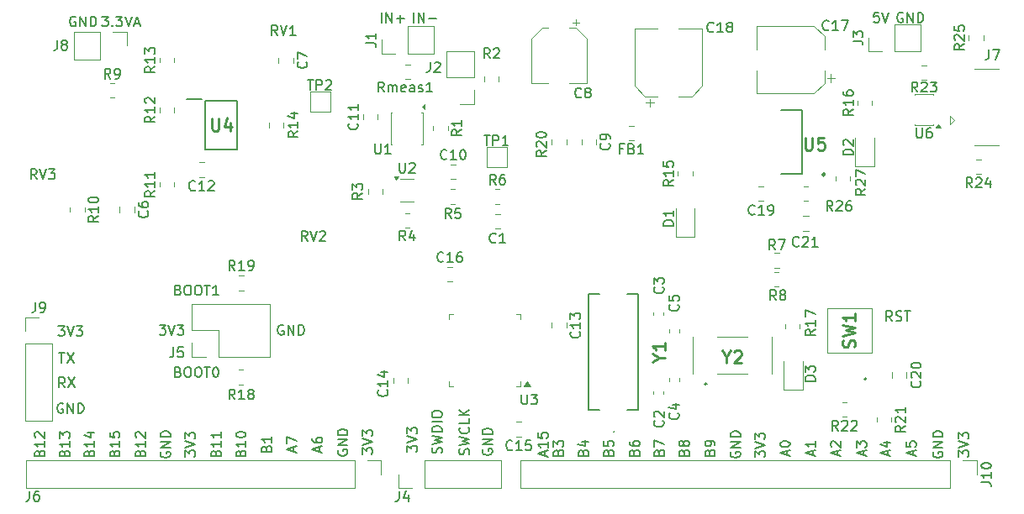
<source format=gbr>
%TF.GenerationSoftware,KiCad,Pcbnew,9.0.6*%
%TF.CreationDate,2025-12-08T21:22:17+01:00*%
%TF.ProjectId,AUPWSW,41555057-5357-42e6-9b69-6361645f7063,rev?*%
%TF.SameCoordinates,Original*%
%TF.FileFunction,Legend,Top*%
%TF.FilePolarity,Positive*%
%FSLAX46Y46*%
G04 Gerber Fmt 4.6, Leading zero omitted, Abs format (unit mm)*
G04 Created by KiCad (PCBNEW 9.0.6) date 2025-12-08 21:22:17*
%MOMM*%
%LPD*%
G01*
G04 APERTURE LIST*
%ADD10C,0.150000*%
%ADD11C,0.254000*%
%ADD12C,0.120000*%
%ADD13C,0.100000*%
%ADD14C,0.200000*%
%ADD15C,0.250000*%
G04 APERTURE END LIST*
D10*
X128269104Y-94714285D02*
X128269104Y-94238095D01*
X128554819Y-94809523D02*
X127554819Y-94476190D01*
X127554819Y-94476190D02*
X128554819Y-94142857D01*
X127554819Y-93904761D02*
X127554819Y-93238095D01*
X127554819Y-93238095D02*
X128554819Y-93666666D01*
X127238095Y-82002438D02*
X127142857Y-81954819D01*
X127142857Y-81954819D02*
X127000000Y-81954819D01*
X127000000Y-81954819D02*
X126857143Y-82002438D01*
X126857143Y-82002438D02*
X126761905Y-82097676D01*
X126761905Y-82097676D02*
X126714286Y-82192914D01*
X126714286Y-82192914D02*
X126666667Y-82383390D01*
X126666667Y-82383390D02*
X126666667Y-82526247D01*
X126666667Y-82526247D02*
X126714286Y-82716723D01*
X126714286Y-82716723D02*
X126761905Y-82811961D01*
X126761905Y-82811961D02*
X126857143Y-82907200D01*
X126857143Y-82907200D02*
X127000000Y-82954819D01*
X127000000Y-82954819D02*
X127095238Y-82954819D01*
X127095238Y-82954819D02*
X127238095Y-82907200D01*
X127238095Y-82907200D02*
X127285714Y-82859580D01*
X127285714Y-82859580D02*
X127285714Y-82526247D01*
X127285714Y-82526247D02*
X127095238Y-82526247D01*
X127714286Y-82954819D02*
X127714286Y-81954819D01*
X127714286Y-81954819D02*
X128285714Y-82954819D01*
X128285714Y-82954819D02*
X128285714Y-81954819D01*
X128761905Y-82954819D02*
X128761905Y-81954819D01*
X128761905Y-81954819D02*
X129000000Y-81954819D01*
X129000000Y-81954819D02*
X129142857Y-82002438D01*
X129142857Y-82002438D02*
X129238095Y-82097676D01*
X129238095Y-82097676D02*
X129285714Y-82192914D01*
X129285714Y-82192914D02*
X129333333Y-82383390D01*
X129333333Y-82383390D02*
X129333333Y-82526247D01*
X129333333Y-82526247D02*
X129285714Y-82716723D01*
X129285714Y-82716723D02*
X129238095Y-82811961D01*
X129238095Y-82811961D02*
X129142857Y-82907200D01*
X129142857Y-82907200D02*
X129000000Y-82954819D01*
X129000000Y-82954819D02*
X128761905Y-82954819D01*
X140357143Y-51454819D02*
X140357143Y-50454819D01*
X140833333Y-51454819D02*
X140833333Y-50454819D01*
X140833333Y-50454819D02*
X141404761Y-51454819D01*
X141404761Y-51454819D02*
X141404761Y-50454819D01*
X141880952Y-51073866D02*
X142642857Y-51073866D01*
X189611095Y-50502438D02*
X189515857Y-50454819D01*
X189515857Y-50454819D02*
X189373000Y-50454819D01*
X189373000Y-50454819D02*
X189230143Y-50502438D01*
X189230143Y-50502438D02*
X189134905Y-50597676D01*
X189134905Y-50597676D02*
X189087286Y-50692914D01*
X189087286Y-50692914D02*
X189039667Y-50883390D01*
X189039667Y-50883390D02*
X189039667Y-51026247D01*
X189039667Y-51026247D02*
X189087286Y-51216723D01*
X189087286Y-51216723D02*
X189134905Y-51311961D01*
X189134905Y-51311961D02*
X189230143Y-51407200D01*
X189230143Y-51407200D02*
X189373000Y-51454819D01*
X189373000Y-51454819D02*
X189468238Y-51454819D01*
X189468238Y-51454819D02*
X189611095Y-51407200D01*
X189611095Y-51407200D02*
X189658714Y-51359580D01*
X189658714Y-51359580D02*
X189658714Y-51026247D01*
X189658714Y-51026247D02*
X189468238Y-51026247D01*
X190087286Y-51454819D02*
X190087286Y-50454819D01*
X190087286Y-50454819D02*
X190658714Y-51454819D01*
X190658714Y-51454819D02*
X190658714Y-50454819D01*
X191134905Y-51454819D02*
X191134905Y-50454819D01*
X191134905Y-50454819D02*
X191373000Y-50454819D01*
X191373000Y-50454819D02*
X191515857Y-50502438D01*
X191515857Y-50502438D02*
X191611095Y-50597676D01*
X191611095Y-50597676D02*
X191658714Y-50692914D01*
X191658714Y-50692914D02*
X191706333Y-50883390D01*
X191706333Y-50883390D02*
X191706333Y-51026247D01*
X191706333Y-51026247D02*
X191658714Y-51216723D01*
X191658714Y-51216723D02*
X191611095Y-51311961D01*
X191611095Y-51311961D02*
X191515857Y-51407200D01*
X191515857Y-51407200D02*
X191373000Y-51454819D01*
X191373000Y-51454819D02*
X191134905Y-51454819D01*
X170181009Y-94804761D02*
X170228628Y-94661904D01*
X170228628Y-94661904D02*
X170276247Y-94614285D01*
X170276247Y-94614285D02*
X170371485Y-94566666D01*
X170371485Y-94566666D02*
X170514342Y-94566666D01*
X170514342Y-94566666D02*
X170609580Y-94614285D01*
X170609580Y-94614285D02*
X170657200Y-94661904D01*
X170657200Y-94661904D02*
X170704819Y-94757142D01*
X170704819Y-94757142D02*
X170704819Y-95138094D01*
X170704819Y-95138094D02*
X169704819Y-95138094D01*
X169704819Y-95138094D02*
X169704819Y-94804761D01*
X169704819Y-94804761D02*
X169752438Y-94709523D01*
X169752438Y-94709523D02*
X169800057Y-94661904D01*
X169800057Y-94661904D02*
X169895295Y-94614285D01*
X169895295Y-94614285D02*
X169990533Y-94614285D01*
X169990533Y-94614285D02*
X170085771Y-94661904D01*
X170085771Y-94661904D02*
X170133390Y-94709523D01*
X170133390Y-94709523D02*
X170181009Y-94804761D01*
X170181009Y-94804761D02*
X170181009Y-95138094D01*
X170704819Y-94090475D02*
X170704819Y-93899999D01*
X170704819Y-93899999D02*
X170657200Y-93804761D01*
X170657200Y-93804761D02*
X170609580Y-93757142D01*
X170609580Y-93757142D02*
X170466723Y-93661904D01*
X170466723Y-93661904D02*
X170276247Y-93614285D01*
X170276247Y-93614285D02*
X169895295Y-93614285D01*
X169895295Y-93614285D02*
X169800057Y-93661904D01*
X169800057Y-93661904D02*
X169752438Y-93709523D01*
X169752438Y-93709523D02*
X169704819Y-93804761D01*
X169704819Y-93804761D02*
X169704819Y-93995237D01*
X169704819Y-93995237D02*
X169752438Y-94090475D01*
X169752438Y-94090475D02*
X169800057Y-94138094D01*
X169800057Y-94138094D02*
X169895295Y-94185713D01*
X169895295Y-94185713D02*
X170133390Y-94185713D01*
X170133390Y-94185713D02*
X170228628Y-94138094D01*
X170228628Y-94138094D02*
X170276247Y-94090475D01*
X170276247Y-94090475D02*
X170323866Y-93995237D01*
X170323866Y-93995237D02*
X170323866Y-93804761D01*
X170323866Y-93804761D02*
X170276247Y-93709523D01*
X170276247Y-93709523D02*
X170228628Y-93661904D01*
X170228628Y-93661904D02*
X170133390Y-93614285D01*
X167581009Y-94804761D02*
X167628628Y-94661904D01*
X167628628Y-94661904D02*
X167676247Y-94614285D01*
X167676247Y-94614285D02*
X167771485Y-94566666D01*
X167771485Y-94566666D02*
X167914342Y-94566666D01*
X167914342Y-94566666D02*
X168009580Y-94614285D01*
X168009580Y-94614285D02*
X168057200Y-94661904D01*
X168057200Y-94661904D02*
X168104819Y-94757142D01*
X168104819Y-94757142D02*
X168104819Y-95138094D01*
X168104819Y-95138094D02*
X167104819Y-95138094D01*
X167104819Y-95138094D02*
X167104819Y-94804761D01*
X167104819Y-94804761D02*
X167152438Y-94709523D01*
X167152438Y-94709523D02*
X167200057Y-94661904D01*
X167200057Y-94661904D02*
X167295295Y-94614285D01*
X167295295Y-94614285D02*
X167390533Y-94614285D01*
X167390533Y-94614285D02*
X167485771Y-94661904D01*
X167485771Y-94661904D02*
X167533390Y-94709523D01*
X167533390Y-94709523D02*
X167581009Y-94804761D01*
X167581009Y-94804761D02*
X167581009Y-95138094D01*
X167533390Y-93995237D02*
X167485771Y-94090475D01*
X167485771Y-94090475D02*
X167438152Y-94138094D01*
X167438152Y-94138094D02*
X167342914Y-94185713D01*
X167342914Y-94185713D02*
X167295295Y-94185713D01*
X167295295Y-94185713D02*
X167200057Y-94138094D01*
X167200057Y-94138094D02*
X167152438Y-94090475D01*
X167152438Y-94090475D02*
X167104819Y-93995237D01*
X167104819Y-93995237D02*
X167104819Y-93804761D01*
X167104819Y-93804761D02*
X167152438Y-93709523D01*
X167152438Y-93709523D02*
X167200057Y-93661904D01*
X167200057Y-93661904D02*
X167295295Y-93614285D01*
X167295295Y-93614285D02*
X167342914Y-93614285D01*
X167342914Y-93614285D02*
X167438152Y-93661904D01*
X167438152Y-93661904D02*
X167485771Y-93709523D01*
X167485771Y-93709523D02*
X167533390Y-93804761D01*
X167533390Y-93804761D02*
X167533390Y-93995237D01*
X167533390Y-93995237D02*
X167581009Y-94090475D01*
X167581009Y-94090475D02*
X167628628Y-94138094D01*
X167628628Y-94138094D02*
X167723866Y-94185713D01*
X167723866Y-94185713D02*
X167914342Y-94185713D01*
X167914342Y-94185713D02*
X168009580Y-94138094D01*
X168009580Y-94138094D02*
X168057200Y-94090475D01*
X168057200Y-94090475D02*
X168104819Y-93995237D01*
X168104819Y-93995237D02*
X168104819Y-93804761D01*
X168104819Y-93804761D02*
X168057200Y-93709523D01*
X168057200Y-93709523D02*
X168009580Y-93661904D01*
X168009580Y-93661904D02*
X167914342Y-93614285D01*
X167914342Y-93614285D02*
X167723866Y-93614285D01*
X167723866Y-93614285D02*
X167628628Y-93661904D01*
X167628628Y-93661904D02*
X167581009Y-93709523D01*
X167581009Y-93709523D02*
X167533390Y-93804761D01*
X122931009Y-94880952D02*
X122978628Y-94738095D01*
X122978628Y-94738095D02*
X123026247Y-94690476D01*
X123026247Y-94690476D02*
X123121485Y-94642857D01*
X123121485Y-94642857D02*
X123264342Y-94642857D01*
X123264342Y-94642857D02*
X123359580Y-94690476D01*
X123359580Y-94690476D02*
X123407200Y-94738095D01*
X123407200Y-94738095D02*
X123454819Y-94833333D01*
X123454819Y-94833333D02*
X123454819Y-95214285D01*
X123454819Y-95214285D02*
X122454819Y-95214285D01*
X122454819Y-95214285D02*
X122454819Y-94880952D01*
X122454819Y-94880952D02*
X122502438Y-94785714D01*
X122502438Y-94785714D02*
X122550057Y-94738095D01*
X122550057Y-94738095D02*
X122645295Y-94690476D01*
X122645295Y-94690476D02*
X122740533Y-94690476D01*
X122740533Y-94690476D02*
X122835771Y-94738095D01*
X122835771Y-94738095D02*
X122883390Y-94785714D01*
X122883390Y-94785714D02*
X122931009Y-94880952D01*
X122931009Y-94880952D02*
X122931009Y-95214285D01*
X123454819Y-93690476D02*
X123454819Y-94261904D01*
X123454819Y-93976190D02*
X122454819Y-93976190D01*
X122454819Y-93976190D02*
X122597676Y-94071428D01*
X122597676Y-94071428D02*
X122692914Y-94166666D01*
X122692914Y-94166666D02*
X122740533Y-94261904D01*
X122454819Y-93071428D02*
X122454819Y-92976190D01*
X122454819Y-92976190D02*
X122502438Y-92880952D01*
X122502438Y-92880952D02*
X122550057Y-92833333D01*
X122550057Y-92833333D02*
X122645295Y-92785714D01*
X122645295Y-92785714D02*
X122835771Y-92738095D01*
X122835771Y-92738095D02*
X123073866Y-92738095D01*
X123073866Y-92738095D02*
X123264342Y-92785714D01*
X123264342Y-92785714D02*
X123359580Y-92833333D01*
X123359580Y-92833333D02*
X123407200Y-92880952D01*
X123407200Y-92880952D02*
X123454819Y-92976190D01*
X123454819Y-92976190D02*
X123454819Y-93071428D01*
X123454819Y-93071428D02*
X123407200Y-93166666D01*
X123407200Y-93166666D02*
X123359580Y-93214285D01*
X123359580Y-93214285D02*
X123264342Y-93261904D01*
X123264342Y-93261904D02*
X123073866Y-93309523D01*
X123073866Y-93309523D02*
X122835771Y-93309523D01*
X122835771Y-93309523D02*
X122645295Y-93261904D01*
X122645295Y-93261904D02*
X122550057Y-93214285D01*
X122550057Y-93214285D02*
X122502438Y-93166666D01*
X122502438Y-93166666D02*
X122454819Y-93071428D01*
X145907200Y-95011904D02*
X145954819Y-94869047D01*
X145954819Y-94869047D02*
X145954819Y-94630952D01*
X145954819Y-94630952D02*
X145907200Y-94535714D01*
X145907200Y-94535714D02*
X145859580Y-94488095D01*
X145859580Y-94488095D02*
X145764342Y-94440476D01*
X145764342Y-94440476D02*
X145669104Y-94440476D01*
X145669104Y-94440476D02*
X145573866Y-94488095D01*
X145573866Y-94488095D02*
X145526247Y-94535714D01*
X145526247Y-94535714D02*
X145478628Y-94630952D01*
X145478628Y-94630952D02*
X145431009Y-94821428D01*
X145431009Y-94821428D02*
X145383390Y-94916666D01*
X145383390Y-94916666D02*
X145335771Y-94964285D01*
X145335771Y-94964285D02*
X145240533Y-95011904D01*
X145240533Y-95011904D02*
X145145295Y-95011904D01*
X145145295Y-95011904D02*
X145050057Y-94964285D01*
X145050057Y-94964285D02*
X145002438Y-94916666D01*
X145002438Y-94916666D02*
X144954819Y-94821428D01*
X144954819Y-94821428D02*
X144954819Y-94583333D01*
X144954819Y-94583333D02*
X145002438Y-94440476D01*
X144954819Y-94107142D02*
X145954819Y-93869047D01*
X145954819Y-93869047D02*
X145240533Y-93678571D01*
X145240533Y-93678571D02*
X145954819Y-93488095D01*
X145954819Y-93488095D02*
X144954819Y-93250000D01*
X145859580Y-92297619D02*
X145907200Y-92345238D01*
X145907200Y-92345238D02*
X145954819Y-92488095D01*
X145954819Y-92488095D02*
X145954819Y-92583333D01*
X145954819Y-92583333D02*
X145907200Y-92726190D01*
X145907200Y-92726190D02*
X145811961Y-92821428D01*
X145811961Y-92821428D02*
X145716723Y-92869047D01*
X145716723Y-92869047D02*
X145526247Y-92916666D01*
X145526247Y-92916666D02*
X145383390Y-92916666D01*
X145383390Y-92916666D02*
X145192914Y-92869047D01*
X145192914Y-92869047D02*
X145097676Y-92821428D01*
X145097676Y-92821428D02*
X145002438Y-92726190D01*
X145002438Y-92726190D02*
X144954819Y-92583333D01*
X144954819Y-92583333D02*
X144954819Y-92488095D01*
X144954819Y-92488095D02*
X145002438Y-92345238D01*
X145002438Y-92345238D02*
X145050057Y-92297619D01*
X145954819Y-91392857D02*
X145954819Y-91869047D01*
X145954819Y-91869047D02*
X144954819Y-91869047D01*
X145954819Y-91059523D02*
X144954819Y-91059523D01*
X145954819Y-90488095D02*
X145383390Y-90916666D01*
X144954819Y-90488095D02*
X145526247Y-91059523D01*
X147330438Y-94487904D02*
X147282819Y-94583142D01*
X147282819Y-94583142D02*
X147282819Y-94725999D01*
X147282819Y-94725999D02*
X147330438Y-94868856D01*
X147330438Y-94868856D02*
X147425676Y-94964094D01*
X147425676Y-94964094D02*
X147520914Y-95011713D01*
X147520914Y-95011713D02*
X147711390Y-95059332D01*
X147711390Y-95059332D02*
X147854247Y-95059332D01*
X147854247Y-95059332D02*
X148044723Y-95011713D01*
X148044723Y-95011713D02*
X148139961Y-94964094D01*
X148139961Y-94964094D02*
X148235200Y-94868856D01*
X148235200Y-94868856D02*
X148282819Y-94725999D01*
X148282819Y-94725999D02*
X148282819Y-94630761D01*
X148282819Y-94630761D02*
X148235200Y-94487904D01*
X148235200Y-94487904D02*
X148187580Y-94440285D01*
X148187580Y-94440285D02*
X147854247Y-94440285D01*
X147854247Y-94440285D02*
X147854247Y-94630761D01*
X148282819Y-94011713D02*
X147282819Y-94011713D01*
X147282819Y-94011713D02*
X148282819Y-93440285D01*
X148282819Y-93440285D02*
X147282819Y-93440285D01*
X148282819Y-92964094D02*
X147282819Y-92964094D01*
X147282819Y-92964094D02*
X147282819Y-92725999D01*
X147282819Y-92725999D02*
X147330438Y-92583142D01*
X147330438Y-92583142D02*
X147425676Y-92487904D01*
X147425676Y-92487904D02*
X147520914Y-92440285D01*
X147520914Y-92440285D02*
X147711390Y-92392666D01*
X147711390Y-92392666D02*
X147854247Y-92392666D01*
X147854247Y-92392666D02*
X148044723Y-92440285D01*
X148044723Y-92440285D02*
X148139961Y-92487904D01*
X148139961Y-92487904D02*
X148235200Y-92583142D01*
X148235200Y-92583142D02*
X148282819Y-92725999D01*
X148282819Y-92725999D02*
X148282819Y-92964094D01*
X116666666Y-78431009D02*
X116809523Y-78478628D01*
X116809523Y-78478628D02*
X116857142Y-78526247D01*
X116857142Y-78526247D02*
X116904761Y-78621485D01*
X116904761Y-78621485D02*
X116904761Y-78764342D01*
X116904761Y-78764342D02*
X116857142Y-78859580D01*
X116857142Y-78859580D02*
X116809523Y-78907200D01*
X116809523Y-78907200D02*
X116714285Y-78954819D01*
X116714285Y-78954819D02*
X116333333Y-78954819D01*
X116333333Y-78954819D02*
X116333333Y-77954819D01*
X116333333Y-77954819D02*
X116666666Y-77954819D01*
X116666666Y-77954819D02*
X116761904Y-78002438D01*
X116761904Y-78002438D02*
X116809523Y-78050057D01*
X116809523Y-78050057D02*
X116857142Y-78145295D01*
X116857142Y-78145295D02*
X116857142Y-78240533D01*
X116857142Y-78240533D02*
X116809523Y-78335771D01*
X116809523Y-78335771D02*
X116761904Y-78383390D01*
X116761904Y-78383390D02*
X116666666Y-78431009D01*
X116666666Y-78431009D02*
X116333333Y-78431009D01*
X117523809Y-77954819D02*
X117714285Y-77954819D01*
X117714285Y-77954819D02*
X117809523Y-78002438D01*
X117809523Y-78002438D02*
X117904761Y-78097676D01*
X117904761Y-78097676D02*
X117952380Y-78288152D01*
X117952380Y-78288152D02*
X117952380Y-78621485D01*
X117952380Y-78621485D02*
X117904761Y-78811961D01*
X117904761Y-78811961D02*
X117809523Y-78907200D01*
X117809523Y-78907200D02*
X117714285Y-78954819D01*
X117714285Y-78954819D02*
X117523809Y-78954819D01*
X117523809Y-78954819D02*
X117428571Y-78907200D01*
X117428571Y-78907200D02*
X117333333Y-78811961D01*
X117333333Y-78811961D02*
X117285714Y-78621485D01*
X117285714Y-78621485D02*
X117285714Y-78288152D01*
X117285714Y-78288152D02*
X117333333Y-78097676D01*
X117333333Y-78097676D02*
X117428571Y-78002438D01*
X117428571Y-78002438D02*
X117523809Y-77954819D01*
X118571428Y-77954819D02*
X118761904Y-77954819D01*
X118761904Y-77954819D02*
X118857142Y-78002438D01*
X118857142Y-78002438D02*
X118952380Y-78097676D01*
X118952380Y-78097676D02*
X118999999Y-78288152D01*
X118999999Y-78288152D02*
X118999999Y-78621485D01*
X118999999Y-78621485D02*
X118952380Y-78811961D01*
X118952380Y-78811961D02*
X118857142Y-78907200D01*
X118857142Y-78907200D02*
X118761904Y-78954819D01*
X118761904Y-78954819D02*
X118571428Y-78954819D01*
X118571428Y-78954819D02*
X118476190Y-78907200D01*
X118476190Y-78907200D02*
X118380952Y-78811961D01*
X118380952Y-78811961D02*
X118333333Y-78621485D01*
X118333333Y-78621485D02*
X118333333Y-78288152D01*
X118333333Y-78288152D02*
X118380952Y-78097676D01*
X118380952Y-78097676D02*
X118476190Y-78002438D01*
X118476190Y-78002438D02*
X118571428Y-77954819D01*
X119285714Y-77954819D02*
X119857142Y-77954819D01*
X119571428Y-78954819D02*
X119571428Y-77954819D01*
X120714285Y-78954819D02*
X120142857Y-78954819D01*
X120428571Y-78954819D02*
X120428571Y-77954819D01*
X120428571Y-77954819D02*
X120333333Y-78097676D01*
X120333333Y-78097676D02*
X120238095Y-78192914D01*
X120238095Y-78192914D02*
X120142857Y-78240533D01*
X192702438Y-94761904D02*
X192654819Y-94857142D01*
X192654819Y-94857142D02*
X192654819Y-94999999D01*
X192654819Y-94999999D02*
X192702438Y-95142856D01*
X192702438Y-95142856D02*
X192797676Y-95238094D01*
X192797676Y-95238094D02*
X192892914Y-95285713D01*
X192892914Y-95285713D02*
X193083390Y-95333332D01*
X193083390Y-95333332D02*
X193226247Y-95333332D01*
X193226247Y-95333332D02*
X193416723Y-95285713D01*
X193416723Y-95285713D02*
X193511961Y-95238094D01*
X193511961Y-95238094D02*
X193607200Y-95142856D01*
X193607200Y-95142856D02*
X193654819Y-94999999D01*
X193654819Y-94999999D02*
X193654819Y-94904761D01*
X193654819Y-94904761D02*
X193607200Y-94761904D01*
X193607200Y-94761904D02*
X193559580Y-94714285D01*
X193559580Y-94714285D02*
X193226247Y-94714285D01*
X193226247Y-94714285D02*
X193226247Y-94904761D01*
X193654819Y-94285713D02*
X192654819Y-94285713D01*
X192654819Y-94285713D02*
X193654819Y-93714285D01*
X193654819Y-93714285D02*
X192654819Y-93714285D01*
X193654819Y-93238094D02*
X192654819Y-93238094D01*
X192654819Y-93238094D02*
X192654819Y-92999999D01*
X192654819Y-92999999D02*
X192702438Y-92857142D01*
X192702438Y-92857142D02*
X192797676Y-92761904D01*
X192797676Y-92761904D02*
X192892914Y-92714285D01*
X192892914Y-92714285D02*
X193083390Y-92666666D01*
X193083390Y-92666666D02*
X193226247Y-92666666D01*
X193226247Y-92666666D02*
X193416723Y-92714285D01*
X193416723Y-92714285D02*
X193511961Y-92761904D01*
X193511961Y-92761904D02*
X193607200Y-92857142D01*
X193607200Y-92857142D02*
X193654819Y-92999999D01*
X193654819Y-92999999D02*
X193654819Y-93238094D01*
X195254819Y-95238094D02*
X195254819Y-94619047D01*
X195254819Y-94619047D02*
X195635771Y-94952380D01*
X195635771Y-94952380D02*
X195635771Y-94809523D01*
X195635771Y-94809523D02*
X195683390Y-94714285D01*
X195683390Y-94714285D02*
X195731009Y-94666666D01*
X195731009Y-94666666D02*
X195826247Y-94619047D01*
X195826247Y-94619047D02*
X196064342Y-94619047D01*
X196064342Y-94619047D02*
X196159580Y-94666666D01*
X196159580Y-94666666D02*
X196207200Y-94714285D01*
X196207200Y-94714285D02*
X196254819Y-94809523D01*
X196254819Y-94809523D02*
X196254819Y-95095237D01*
X196254819Y-95095237D02*
X196207200Y-95190475D01*
X196207200Y-95190475D02*
X196159580Y-95238094D01*
X195254819Y-94333332D02*
X196254819Y-93999999D01*
X196254819Y-93999999D02*
X195254819Y-93666666D01*
X195254819Y-93428570D02*
X195254819Y-92809523D01*
X195254819Y-92809523D02*
X195635771Y-93142856D01*
X195635771Y-93142856D02*
X195635771Y-92999999D01*
X195635771Y-92999999D02*
X195683390Y-92904761D01*
X195683390Y-92904761D02*
X195731009Y-92857142D01*
X195731009Y-92857142D02*
X195826247Y-92809523D01*
X195826247Y-92809523D02*
X196064342Y-92809523D01*
X196064342Y-92809523D02*
X196159580Y-92857142D01*
X196159580Y-92857142D02*
X196207200Y-92904761D01*
X196207200Y-92904761D02*
X196254819Y-92999999D01*
X196254819Y-92999999D02*
X196254819Y-93285713D01*
X196254819Y-93285713D02*
X196207200Y-93380951D01*
X196207200Y-93380951D02*
X196159580Y-93428570D01*
X105181009Y-94880952D02*
X105228628Y-94738095D01*
X105228628Y-94738095D02*
X105276247Y-94690476D01*
X105276247Y-94690476D02*
X105371485Y-94642857D01*
X105371485Y-94642857D02*
X105514342Y-94642857D01*
X105514342Y-94642857D02*
X105609580Y-94690476D01*
X105609580Y-94690476D02*
X105657200Y-94738095D01*
X105657200Y-94738095D02*
X105704819Y-94833333D01*
X105704819Y-94833333D02*
X105704819Y-95214285D01*
X105704819Y-95214285D02*
X104704819Y-95214285D01*
X104704819Y-95214285D02*
X104704819Y-94880952D01*
X104704819Y-94880952D02*
X104752438Y-94785714D01*
X104752438Y-94785714D02*
X104800057Y-94738095D01*
X104800057Y-94738095D02*
X104895295Y-94690476D01*
X104895295Y-94690476D02*
X104990533Y-94690476D01*
X104990533Y-94690476D02*
X105085771Y-94738095D01*
X105085771Y-94738095D02*
X105133390Y-94785714D01*
X105133390Y-94785714D02*
X105181009Y-94880952D01*
X105181009Y-94880952D02*
X105181009Y-95214285D01*
X105704819Y-93690476D02*
X105704819Y-94261904D01*
X105704819Y-93976190D02*
X104704819Y-93976190D01*
X104704819Y-93976190D02*
X104847676Y-94071428D01*
X104847676Y-94071428D02*
X104942914Y-94166666D01*
X104942914Y-94166666D02*
X104990533Y-94261904D01*
X104704819Y-93357142D02*
X104704819Y-92738095D01*
X104704819Y-92738095D02*
X105085771Y-93071428D01*
X105085771Y-93071428D02*
X105085771Y-92928571D01*
X105085771Y-92928571D02*
X105133390Y-92833333D01*
X105133390Y-92833333D02*
X105181009Y-92785714D01*
X105181009Y-92785714D02*
X105276247Y-92738095D01*
X105276247Y-92738095D02*
X105514342Y-92738095D01*
X105514342Y-92738095D02*
X105609580Y-92785714D01*
X105609580Y-92785714D02*
X105657200Y-92833333D01*
X105657200Y-92833333D02*
X105704819Y-92928571D01*
X105704819Y-92928571D02*
X105704819Y-93214285D01*
X105704819Y-93214285D02*
X105657200Y-93309523D01*
X105657200Y-93309523D02*
X105609580Y-93357142D01*
X110231009Y-94880952D02*
X110278628Y-94738095D01*
X110278628Y-94738095D02*
X110326247Y-94690476D01*
X110326247Y-94690476D02*
X110421485Y-94642857D01*
X110421485Y-94642857D02*
X110564342Y-94642857D01*
X110564342Y-94642857D02*
X110659580Y-94690476D01*
X110659580Y-94690476D02*
X110707200Y-94738095D01*
X110707200Y-94738095D02*
X110754819Y-94833333D01*
X110754819Y-94833333D02*
X110754819Y-95214285D01*
X110754819Y-95214285D02*
X109754819Y-95214285D01*
X109754819Y-95214285D02*
X109754819Y-94880952D01*
X109754819Y-94880952D02*
X109802438Y-94785714D01*
X109802438Y-94785714D02*
X109850057Y-94738095D01*
X109850057Y-94738095D02*
X109945295Y-94690476D01*
X109945295Y-94690476D02*
X110040533Y-94690476D01*
X110040533Y-94690476D02*
X110135771Y-94738095D01*
X110135771Y-94738095D02*
X110183390Y-94785714D01*
X110183390Y-94785714D02*
X110231009Y-94880952D01*
X110231009Y-94880952D02*
X110231009Y-95214285D01*
X110754819Y-93690476D02*
X110754819Y-94261904D01*
X110754819Y-93976190D02*
X109754819Y-93976190D01*
X109754819Y-93976190D02*
X109897676Y-94071428D01*
X109897676Y-94071428D02*
X109992914Y-94166666D01*
X109992914Y-94166666D02*
X110040533Y-94261904D01*
X109754819Y-92785714D02*
X109754819Y-93261904D01*
X109754819Y-93261904D02*
X110231009Y-93309523D01*
X110231009Y-93309523D02*
X110183390Y-93261904D01*
X110183390Y-93261904D02*
X110135771Y-93166666D01*
X110135771Y-93166666D02*
X110135771Y-92928571D01*
X110135771Y-92928571D02*
X110183390Y-92833333D01*
X110183390Y-92833333D02*
X110231009Y-92785714D01*
X110231009Y-92785714D02*
X110326247Y-92738095D01*
X110326247Y-92738095D02*
X110564342Y-92738095D01*
X110564342Y-92738095D02*
X110659580Y-92785714D01*
X110659580Y-92785714D02*
X110707200Y-92833333D01*
X110707200Y-92833333D02*
X110754819Y-92928571D01*
X110754819Y-92928571D02*
X110754819Y-93166666D01*
X110754819Y-93166666D02*
X110707200Y-93261904D01*
X110707200Y-93261904D02*
X110659580Y-93309523D01*
X106299095Y-50902438D02*
X106203857Y-50854819D01*
X106203857Y-50854819D02*
X106061000Y-50854819D01*
X106061000Y-50854819D02*
X105918143Y-50902438D01*
X105918143Y-50902438D02*
X105822905Y-50997676D01*
X105822905Y-50997676D02*
X105775286Y-51092914D01*
X105775286Y-51092914D02*
X105727667Y-51283390D01*
X105727667Y-51283390D02*
X105727667Y-51426247D01*
X105727667Y-51426247D02*
X105775286Y-51616723D01*
X105775286Y-51616723D02*
X105822905Y-51711961D01*
X105822905Y-51711961D02*
X105918143Y-51807200D01*
X105918143Y-51807200D02*
X106061000Y-51854819D01*
X106061000Y-51854819D02*
X106156238Y-51854819D01*
X106156238Y-51854819D02*
X106299095Y-51807200D01*
X106299095Y-51807200D02*
X106346714Y-51759580D01*
X106346714Y-51759580D02*
X106346714Y-51426247D01*
X106346714Y-51426247D02*
X106156238Y-51426247D01*
X106775286Y-51854819D02*
X106775286Y-50854819D01*
X106775286Y-50854819D02*
X107346714Y-51854819D01*
X107346714Y-51854819D02*
X107346714Y-50854819D01*
X107822905Y-51854819D02*
X107822905Y-50854819D01*
X107822905Y-50854819D02*
X108061000Y-50854819D01*
X108061000Y-50854819D02*
X108203857Y-50902438D01*
X108203857Y-50902438D02*
X108299095Y-50997676D01*
X108299095Y-50997676D02*
X108346714Y-51092914D01*
X108346714Y-51092914D02*
X108394333Y-51283390D01*
X108394333Y-51283390D02*
X108394333Y-51426247D01*
X108394333Y-51426247D02*
X108346714Y-51616723D01*
X108346714Y-51616723D02*
X108299095Y-51711961D01*
X108299095Y-51711961D02*
X108203857Y-51807200D01*
X108203857Y-51807200D02*
X108061000Y-51854819D01*
X108061000Y-51854819D02*
X107822905Y-51854819D01*
X188069104Y-95114285D02*
X188069104Y-94638095D01*
X188354819Y-95209523D02*
X187354819Y-94876190D01*
X187354819Y-94876190D02*
X188354819Y-94542857D01*
X187688152Y-93780952D02*
X188354819Y-93780952D01*
X187307200Y-94019047D02*
X188021485Y-94257142D01*
X188021485Y-94257142D02*
X188021485Y-93638095D01*
X116666666Y-86681009D02*
X116809523Y-86728628D01*
X116809523Y-86728628D02*
X116857142Y-86776247D01*
X116857142Y-86776247D02*
X116904761Y-86871485D01*
X116904761Y-86871485D02*
X116904761Y-87014342D01*
X116904761Y-87014342D02*
X116857142Y-87109580D01*
X116857142Y-87109580D02*
X116809523Y-87157200D01*
X116809523Y-87157200D02*
X116714285Y-87204819D01*
X116714285Y-87204819D02*
X116333333Y-87204819D01*
X116333333Y-87204819D02*
X116333333Y-86204819D01*
X116333333Y-86204819D02*
X116666666Y-86204819D01*
X116666666Y-86204819D02*
X116761904Y-86252438D01*
X116761904Y-86252438D02*
X116809523Y-86300057D01*
X116809523Y-86300057D02*
X116857142Y-86395295D01*
X116857142Y-86395295D02*
X116857142Y-86490533D01*
X116857142Y-86490533D02*
X116809523Y-86585771D01*
X116809523Y-86585771D02*
X116761904Y-86633390D01*
X116761904Y-86633390D02*
X116666666Y-86681009D01*
X116666666Y-86681009D02*
X116333333Y-86681009D01*
X117523809Y-86204819D02*
X117714285Y-86204819D01*
X117714285Y-86204819D02*
X117809523Y-86252438D01*
X117809523Y-86252438D02*
X117904761Y-86347676D01*
X117904761Y-86347676D02*
X117952380Y-86538152D01*
X117952380Y-86538152D02*
X117952380Y-86871485D01*
X117952380Y-86871485D02*
X117904761Y-87061961D01*
X117904761Y-87061961D02*
X117809523Y-87157200D01*
X117809523Y-87157200D02*
X117714285Y-87204819D01*
X117714285Y-87204819D02*
X117523809Y-87204819D01*
X117523809Y-87204819D02*
X117428571Y-87157200D01*
X117428571Y-87157200D02*
X117333333Y-87061961D01*
X117333333Y-87061961D02*
X117285714Y-86871485D01*
X117285714Y-86871485D02*
X117285714Y-86538152D01*
X117285714Y-86538152D02*
X117333333Y-86347676D01*
X117333333Y-86347676D02*
X117428571Y-86252438D01*
X117428571Y-86252438D02*
X117523809Y-86204819D01*
X118571428Y-86204819D02*
X118761904Y-86204819D01*
X118761904Y-86204819D02*
X118857142Y-86252438D01*
X118857142Y-86252438D02*
X118952380Y-86347676D01*
X118952380Y-86347676D02*
X118999999Y-86538152D01*
X118999999Y-86538152D02*
X118999999Y-86871485D01*
X118999999Y-86871485D02*
X118952380Y-87061961D01*
X118952380Y-87061961D02*
X118857142Y-87157200D01*
X118857142Y-87157200D02*
X118761904Y-87204819D01*
X118761904Y-87204819D02*
X118571428Y-87204819D01*
X118571428Y-87204819D02*
X118476190Y-87157200D01*
X118476190Y-87157200D02*
X118380952Y-87061961D01*
X118380952Y-87061961D02*
X118333333Y-86871485D01*
X118333333Y-86871485D02*
X118333333Y-86538152D01*
X118333333Y-86538152D02*
X118380952Y-86347676D01*
X118380952Y-86347676D02*
X118476190Y-86252438D01*
X118476190Y-86252438D02*
X118571428Y-86204819D01*
X119285714Y-86204819D02*
X119857142Y-86204819D01*
X119571428Y-87204819D02*
X119571428Y-86204819D01*
X120380952Y-86204819D02*
X120476190Y-86204819D01*
X120476190Y-86204819D02*
X120571428Y-86252438D01*
X120571428Y-86252438D02*
X120619047Y-86300057D01*
X120619047Y-86300057D02*
X120666666Y-86395295D01*
X120666666Y-86395295D02*
X120714285Y-86585771D01*
X120714285Y-86585771D02*
X120714285Y-86823866D01*
X120714285Y-86823866D02*
X120666666Y-87014342D01*
X120666666Y-87014342D02*
X120619047Y-87109580D01*
X120619047Y-87109580D02*
X120571428Y-87157200D01*
X120571428Y-87157200D02*
X120476190Y-87204819D01*
X120476190Y-87204819D02*
X120380952Y-87204819D01*
X120380952Y-87204819D02*
X120285714Y-87157200D01*
X120285714Y-87157200D02*
X120238095Y-87109580D01*
X120238095Y-87109580D02*
X120190476Y-87014342D01*
X120190476Y-87014342D02*
X120142857Y-86823866D01*
X120142857Y-86823866D02*
X120142857Y-86585771D01*
X120142857Y-86585771D02*
X120190476Y-86395295D01*
X120190476Y-86395295D02*
X120238095Y-86300057D01*
X120238095Y-86300057D02*
X120285714Y-86252438D01*
X120285714Y-86252438D02*
X120380952Y-86204819D01*
X135204819Y-94988094D02*
X135204819Y-94369047D01*
X135204819Y-94369047D02*
X135585771Y-94702380D01*
X135585771Y-94702380D02*
X135585771Y-94559523D01*
X135585771Y-94559523D02*
X135633390Y-94464285D01*
X135633390Y-94464285D02*
X135681009Y-94416666D01*
X135681009Y-94416666D02*
X135776247Y-94369047D01*
X135776247Y-94369047D02*
X136014342Y-94369047D01*
X136014342Y-94369047D02*
X136109580Y-94416666D01*
X136109580Y-94416666D02*
X136157200Y-94464285D01*
X136157200Y-94464285D02*
X136204819Y-94559523D01*
X136204819Y-94559523D02*
X136204819Y-94845237D01*
X136204819Y-94845237D02*
X136157200Y-94940475D01*
X136157200Y-94940475D02*
X136109580Y-94988094D01*
X135204819Y-94083332D02*
X136204819Y-93749999D01*
X136204819Y-93749999D02*
X135204819Y-93416666D01*
X135204819Y-93178570D02*
X135204819Y-92559523D01*
X135204819Y-92559523D02*
X135585771Y-92892856D01*
X135585771Y-92892856D02*
X135585771Y-92749999D01*
X135585771Y-92749999D02*
X135633390Y-92654761D01*
X135633390Y-92654761D02*
X135681009Y-92607142D01*
X135681009Y-92607142D02*
X135776247Y-92559523D01*
X135776247Y-92559523D02*
X136014342Y-92559523D01*
X136014342Y-92559523D02*
X136109580Y-92607142D01*
X136109580Y-92607142D02*
X136157200Y-92654761D01*
X136157200Y-92654761D02*
X136204819Y-92749999D01*
X136204819Y-92749999D02*
X136204819Y-93035713D01*
X136204819Y-93035713D02*
X136157200Y-93130951D01*
X136157200Y-93130951D02*
X136109580Y-93178570D01*
X104638095Y-84754819D02*
X105209523Y-84754819D01*
X104923809Y-85754819D02*
X104923809Y-84754819D01*
X105447619Y-84754819D02*
X106114285Y-85754819D01*
X106114285Y-84754819D02*
X105447619Y-85754819D01*
X177969104Y-95114285D02*
X177969104Y-94638095D01*
X178254819Y-95209523D02*
X177254819Y-94876190D01*
X177254819Y-94876190D02*
X178254819Y-94542857D01*
X177254819Y-94019047D02*
X177254819Y-93923809D01*
X177254819Y-93923809D02*
X177302438Y-93828571D01*
X177302438Y-93828571D02*
X177350057Y-93780952D01*
X177350057Y-93780952D02*
X177445295Y-93733333D01*
X177445295Y-93733333D02*
X177635771Y-93685714D01*
X177635771Y-93685714D02*
X177873866Y-93685714D01*
X177873866Y-93685714D02*
X178064342Y-93733333D01*
X178064342Y-93733333D02*
X178159580Y-93780952D01*
X178159580Y-93780952D02*
X178207200Y-93828571D01*
X178207200Y-93828571D02*
X178254819Y-93923809D01*
X178254819Y-93923809D02*
X178254819Y-94019047D01*
X178254819Y-94019047D02*
X178207200Y-94114285D01*
X178207200Y-94114285D02*
X178159580Y-94161904D01*
X178159580Y-94161904D02*
X178064342Y-94209523D01*
X178064342Y-94209523D02*
X177873866Y-94257142D01*
X177873866Y-94257142D02*
X177635771Y-94257142D01*
X177635771Y-94257142D02*
X177445295Y-94209523D01*
X177445295Y-94209523D02*
X177350057Y-94161904D01*
X177350057Y-94161904D02*
X177302438Y-94114285D01*
X177302438Y-94114285D02*
X177254819Y-94019047D01*
X183069104Y-95114285D02*
X183069104Y-94638095D01*
X183354819Y-95209523D02*
X182354819Y-94876190D01*
X182354819Y-94876190D02*
X183354819Y-94542857D01*
X182450057Y-94257142D02*
X182402438Y-94209523D01*
X182402438Y-94209523D02*
X182354819Y-94114285D01*
X182354819Y-94114285D02*
X182354819Y-93876190D01*
X182354819Y-93876190D02*
X182402438Y-93780952D01*
X182402438Y-93780952D02*
X182450057Y-93733333D01*
X182450057Y-93733333D02*
X182545295Y-93685714D01*
X182545295Y-93685714D02*
X182640533Y-93685714D01*
X182640533Y-93685714D02*
X182783390Y-93733333D01*
X182783390Y-93733333D02*
X183354819Y-94304761D01*
X183354819Y-94304761D02*
X183354819Y-93685714D01*
X107681009Y-94880952D02*
X107728628Y-94738095D01*
X107728628Y-94738095D02*
X107776247Y-94690476D01*
X107776247Y-94690476D02*
X107871485Y-94642857D01*
X107871485Y-94642857D02*
X108014342Y-94642857D01*
X108014342Y-94642857D02*
X108109580Y-94690476D01*
X108109580Y-94690476D02*
X108157200Y-94738095D01*
X108157200Y-94738095D02*
X108204819Y-94833333D01*
X108204819Y-94833333D02*
X108204819Y-95214285D01*
X108204819Y-95214285D02*
X107204819Y-95214285D01*
X107204819Y-95214285D02*
X107204819Y-94880952D01*
X107204819Y-94880952D02*
X107252438Y-94785714D01*
X107252438Y-94785714D02*
X107300057Y-94738095D01*
X107300057Y-94738095D02*
X107395295Y-94690476D01*
X107395295Y-94690476D02*
X107490533Y-94690476D01*
X107490533Y-94690476D02*
X107585771Y-94738095D01*
X107585771Y-94738095D02*
X107633390Y-94785714D01*
X107633390Y-94785714D02*
X107681009Y-94880952D01*
X107681009Y-94880952D02*
X107681009Y-95214285D01*
X108204819Y-93690476D02*
X108204819Y-94261904D01*
X108204819Y-93976190D02*
X107204819Y-93976190D01*
X107204819Y-93976190D02*
X107347676Y-94071428D01*
X107347676Y-94071428D02*
X107442914Y-94166666D01*
X107442914Y-94166666D02*
X107490533Y-94261904D01*
X107538152Y-92833333D02*
X108204819Y-92833333D01*
X107157200Y-93071428D02*
X107871485Y-93309523D01*
X107871485Y-93309523D02*
X107871485Y-92690476D01*
X154931009Y-94804761D02*
X154978628Y-94661904D01*
X154978628Y-94661904D02*
X155026247Y-94614285D01*
X155026247Y-94614285D02*
X155121485Y-94566666D01*
X155121485Y-94566666D02*
X155264342Y-94566666D01*
X155264342Y-94566666D02*
X155359580Y-94614285D01*
X155359580Y-94614285D02*
X155407200Y-94661904D01*
X155407200Y-94661904D02*
X155454819Y-94757142D01*
X155454819Y-94757142D02*
X155454819Y-95138094D01*
X155454819Y-95138094D02*
X154454819Y-95138094D01*
X154454819Y-95138094D02*
X154454819Y-94804761D01*
X154454819Y-94804761D02*
X154502438Y-94709523D01*
X154502438Y-94709523D02*
X154550057Y-94661904D01*
X154550057Y-94661904D02*
X154645295Y-94614285D01*
X154645295Y-94614285D02*
X154740533Y-94614285D01*
X154740533Y-94614285D02*
X154835771Y-94661904D01*
X154835771Y-94661904D02*
X154883390Y-94709523D01*
X154883390Y-94709523D02*
X154931009Y-94804761D01*
X154931009Y-94804761D02*
X154931009Y-95138094D01*
X154454819Y-94233332D02*
X154454819Y-93614285D01*
X154454819Y-93614285D02*
X154835771Y-93947618D01*
X154835771Y-93947618D02*
X154835771Y-93804761D01*
X154835771Y-93804761D02*
X154883390Y-93709523D01*
X154883390Y-93709523D02*
X154931009Y-93661904D01*
X154931009Y-93661904D02*
X155026247Y-93614285D01*
X155026247Y-93614285D02*
X155264342Y-93614285D01*
X155264342Y-93614285D02*
X155359580Y-93661904D01*
X155359580Y-93661904D02*
X155407200Y-93709523D01*
X155407200Y-93709523D02*
X155454819Y-93804761D01*
X155454819Y-93804761D02*
X155454819Y-94090475D01*
X155454819Y-94090475D02*
X155407200Y-94185713D01*
X155407200Y-94185713D02*
X155359580Y-94233332D01*
X130869104Y-94714285D02*
X130869104Y-94238095D01*
X131154819Y-94809523D02*
X130154819Y-94476190D01*
X130154819Y-94476190D02*
X131154819Y-94142857D01*
X130154819Y-93380952D02*
X130154819Y-93571428D01*
X130154819Y-93571428D02*
X130202438Y-93666666D01*
X130202438Y-93666666D02*
X130250057Y-93714285D01*
X130250057Y-93714285D02*
X130392914Y-93809523D01*
X130392914Y-93809523D02*
X130583390Y-93857142D01*
X130583390Y-93857142D02*
X130964342Y-93857142D01*
X130964342Y-93857142D02*
X131059580Y-93809523D01*
X131059580Y-93809523D02*
X131107200Y-93761904D01*
X131107200Y-93761904D02*
X131154819Y-93666666D01*
X131154819Y-93666666D02*
X131154819Y-93476190D01*
X131154819Y-93476190D02*
X131107200Y-93380952D01*
X131107200Y-93380952D02*
X131059580Y-93333333D01*
X131059580Y-93333333D02*
X130964342Y-93285714D01*
X130964342Y-93285714D02*
X130726247Y-93285714D01*
X130726247Y-93285714D02*
X130631009Y-93333333D01*
X130631009Y-93333333D02*
X130583390Y-93380952D01*
X130583390Y-93380952D02*
X130535771Y-93476190D01*
X130535771Y-93476190D02*
X130535771Y-93666666D01*
X130535771Y-93666666D02*
X130583390Y-93761904D01*
X130583390Y-93761904D02*
X130631009Y-93809523D01*
X130631009Y-93809523D02*
X130726247Y-93857142D01*
X137107143Y-51454819D02*
X137107143Y-50454819D01*
X137583333Y-51454819D02*
X137583333Y-50454819D01*
X137583333Y-50454819D02*
X138154761Y-51454819D01*
X138154761Y-51454819D02*
X138154761Y-50454819D01*
X138630952Y-51073866D02*
X139392857Y-51073866D01*
X139011904Y-51454819D02*
X139011904Y-50692914D01*
X105038095Y-89902438D02*
X104942857Y-89854819D01*
X104942857Y-89854819D02*
X104800000Y-89854819D01*
X104800000Y-89854819D02*
X104657143Y-89902438D01*
X104657143Y-89902438D02*
X104561905Y-89997676D01*
X104561905Y-89997676D02*
X104514286Y-90092914D01*
X104514286Y-90092914D02*
X104466667Y-90283390D01*
X104466667Y-90283390D02*
X104466667Y-90426247D01*
X104466667Y-90426247D02*
X104514286Y-90616723D01*
X104514286Y-90616723D02*
X104561905Y-90711961D01*
X104561905Y-90711961D02*
X104657143Y-90807200D01*
X104657143Y-90807200D02*
X104800000Y-90854819D01*
X104800000Y-90854819D02*
X104895238Y-90854819D01*
X104895238Y-90854819D02*
X105038095Y-90807200D01*
X105038095Y-90807200D02*
X105085714Y-90759580D01*
X105085714Y-90759580D02*
X105085714Y-90426247D01*
X105085714Y-90426247D02*
X104895238Y-90426247D01*
X105514286Y-90854819D02*
X105514286Y-89854819D01*
X105514286Y-89854819D02*
X106085714Y-90854819D01*
X106085714Y-90854819D02*
X106085714Y-89854819D01*
X106561905Y-90854819D02*
X106561905Y-89854819D01*
X106561905Y-89854819D02*
X106800000Y-89854819D01*
X106800000Y-89854819D02*
X106942857Y-89902438D01*
X106942857Y-89902438D02*
X107038095Y-89997676D01*
X107038095Y-89997676D02*
X107085714Y-90092914D01*
X107085714Y-90092914D02*
X107133333Y-90283390D01*
X107133333Y-90283390D02*
X107133333Y-90426247D01*
X107133333Y-90426247D02*
X107085714Y-90616723D01*
X107085714Y-90616723D02*
X107038095Y-90711961D01*
X107038095Y-90711961D02*
X106942857Y-90807200D01*
X106942857Y-90807200D02*
X106800000Y-90854819D01*
X106800000Y-90854819D02*
X106561905Y-90854819D01*
X132752438Y-94561904D02*
X132704819Y-94657142D01*
X132704819Y-94657142D02*
X132704819Y-94799999D01*
X132704819Y-94799999D02*
X132752438Y-94942856D01*
X132752438Y-94942856D02*
X132847676Y-95038094D01*
X132847676Y-95038094D02*
X132942914Y-95085713D01*
X132942914Y-95085713D02*
X133133390Y-95133332D01*
X133133390Y-95133332D02*
X133276247Y-95133332D01*
X133276247Y-95133332D02*
X133466723Y-95085713D01*
X133466723Y-95085713D02*
X133561961Y-95038094D01*
X133561961Y-95038094D02*
X133657200Y-94942856D01*
X133657200Y-94942856D02*
X133704819Y-94799999D01*
X133704819Y-94799999D02*
X133704819Y-94704761D01*
X133704819Y-94704761D02*
X133657200Y-94561904D01*
X133657200Y-94561904D02*
X133609580Y-94514285D01*
X133609580Y-94514285D02*
X133276247Y-94514285D01*
X133276247Y-94514285D02*
X133276247Y-94704761D01*
X133704819Y-94085713D02*
X132704819Y-94085713D01*
X132704819Y-94085713D02*
X133704819Y-93514285D01*
X133704819Y-93514285D02*
X132704819Y-93514285D01*
X133704819Y-93038094D02*
X132704819Y-93038094D01*
X132704819Y-93038094D02*
X132704819Y-92799999D01*
X132704819Y-92799999D02*
X132752438Y-92657142D01*
X132752438Y-92657142D02*
X132847676Y-92561904D01*
X132847676Y-92561904D02*
X132942914Y-92514285D01*
X132942914Y-92514285D02*
X133133390Y-92466666D01*
X133133390Y-92466666D02*
X133276247Y-92466666D01*
X133276247Y-92466666D02*
X133466723Y-92514285D01*
X133466723Y-92514285D02*
X133561961Y-92561904D01*
X133561961Y-92561904D02*
X133657200Y-92657142D01*
X133657200Y-92657142D02*
X133704819Y-92799999D01*
X133704819Y-92799999D02*
X133704819Y-93038094D01*
X162581009Y-94804761D02*
X162628628Y-94661904D01*
X162628628Y-94661904D02*
X162676247Y-94614285D01*
X162676247Y-94614285D02*
X162771485Y-94566666D01*
X162771485Y-94566666D02*
X162914342Y-94566666D01*
X162914342Y-94566666D02*
X163009580Y-94614285D01*
X163009580Y-94614285D02*
X163057200Y-94661904D01*
X163057200Y-94661904D02*
X163104819Y-94757142D01*
X163104819Y-94757142D02*
X163104819Y-95138094D01*
X163104819Y-95138094D02*
X162104819Y-95138094D01*
X162104819Y-95138094D02*
X162104819Y-94804761D01*
X162104819Y-94804761D02*
X162152438Y-94709523D01*
X162152438Y-94709523D02*
X162200057Y-94661904D01*
X162200057Y-94661904D02*
X162295295Y-94614285D01*
X162295295Y-94614285D02*
X162390533Y-94614285D01*
X162390533Y-94614285D02*
X162485771Y-94661904D01*
X162485771Y-94661904D02*
X162533390Y-94709523D01*
X162533390Y-94709523D02*
X162581009Y-94804761D01*
X162581009Y-94804761D02*
X162581009Y-95138094D01*
X162104819Y-93709523D02*
X162104819Y-93899999D01*
X162104819Y-93899999D02*
X162152438Y-93995237D01*
X162152438Y-93995237D02*
X162200057Y-94042856D01*
X162200057Y-94042856D02*
X162342914Y-94138094D01*
X162342914Y-94138094D02*
X162533390Y-94185713D01*
X162533390Y-94185713D02*
X162914342Y-94185713D01*
X162914342Y-94185713D02*
X163009580Y-94138094D01*
X163009580Y-94138094D02*
X163057200Y-94090475D01*
X163057200Y-94090475D02*
X163104819Y-93995237D01*
X163104819Y-93995237D02*
X163104819Y-93804761D01*
X163104819Y-93804761D02*
X163057200Y-93709523D01*
X163057200Y-93709523D02*
X163009580Y-93661904D01*
X163009580Y-93661904D02*
X162914342Y-93614285D01*
X162914342Y-93614285D02*
X162676247Y-93614285D01*
X162676247Y-93614285D02*
X162581009Y-93661904D01*
X162581009Y-93661904D02*
X162533390Y-93709523D01*
X162533390Y-93709523D02*
X162485771Y-93804761D01*
X162485771Y-93804761D02*
X162485771Y-93995237D01*
X162485771Y-93995237D02*
X162533390Y-94090475D01*
X162533390Y-94090475D02*
X162581009Y-94138094D01*
X162581009Y-94138094D02*
X162676247Y-94185713D01*
X159981009Y-94804761D02*
X160028628Y-94661904D01*
X160028628Y-94661904D02*
X160076247Y-94614285D01*
X160076247Y-94614285D02*
X160171485Y-94566666D01*
X160171485Y-94566666D02*
X160314342Y-94566666D01*
X160314342Y-94566666D02*
X160409580Y-94614285D01*
X160409580Y-94614285D02*
X160457200Y-94661904D01*
X160457200Y-94661904D02*
X160504819Y-94757142D01*
X160504819Y-94757142D02*
X160504819Y-95138094D01*
X160504819Y-95138094D02*
X159504819Y-95138094D01*
X159504819Y-95138094D02*
X159504819Y-94804761D01*
X159504819Y-94804761D02*
X159552438Y-94709523D01*
X159552438Y-94709523D02*
X159600057Y-94661904D01*
X159600057Y-94661904D02*
X159695295Y-94614285D01*
X159695295Y-94614285D02*
X159790533Y-94614285D01*
X159790533Y-94614285D02*
X159885771Y-94661904D01*
X159885771Y-94661904D02*
X159933390Y-94709523D01*
X159933390Y-94709523D02*
X159981009Y-94804761D01*
X159981009Y-94804761D02*
X159981009Y-95138094D01*
X159504819Y-93661904D02*
X159504819Y-94138094D01*
X159504819Y-94138094D02*
X159981009Y-94185713D01*
X159981009Y-94185713D02*
X159933390Y-94138094D01*
X159933390Y-94138094D02*
X159885771Y-94042856D01*
X159885771Y-94042856D02*
X159885771Y-93804761D01*
X159885771Y-93804761D02*
X159933390Y-93709523D01*
X159933390Y-93709523D02*
X159981009Y-93661904D01*
X159981009Y-93661904D02*
X160076247Y-93614285D01*
X160076247Y-93614285D02*
X160314342Y-93614285D01*
X160314342Y-93614285D02*
X160409580Y-93661904D01*
X160409580Y-93661904D02*
X160457200Y-93709523D01*
X160457200Y-93709523D02*
X160504819Y-93804761D01*
X160504819Y-93804761D02*
X160504819Y-94042856D01*
X160504819Y-94042856D02*
X160457200Y-94138094D01*
X160457200Y-94138094D02*
X160409580Y-94185713D01*
X117354819Y-95238094D02*
X117354819Y-94619047D01*
X117354819Y-94619047D02*
X117735771Y-94952380D01*
X117735771Y-94952380D02*
X117735771Y-94809523D01*
X117735771Y-94809523D02*
X117783390Y-94714285D01*
X117783390Y-94714285D02*
X117831009Y-94666666D01*
X117831009Y-94666666D02*
X117926247Y-94619047D01*
X117926247Y-94619047D02*
X118164342Y-94619047D01*
X118164342Y-94619047D02*
X118259580Y-94666666D01*
X118259580Y-94666666D02*
X118307200Y-94714285D01*
X118307200Y-94714285D02*
X118354819Y-94809523D01*
X118354819Y-94809523D02*
X118354819Y-95095237D01*
X118354819Y-95095237D02*
X118307200Y-95190475D01*
X118307200Y-95190475D02*
X118259580Y-95238094D01*
X117354819Y-94333332D02*
X118354819Y-93999999D01*
X118354819Y-93999999D02*
X117354819Y-93666666D01*
X117354819Y-93428570D02*
X117354819Y-92809523D01*
X117354819Y-92809523D02*
X117735771Y-93142856D01*
X117735771Y-93142856D02*
X117735771Y-92999999D01*
X117735771Y-92999999D02*
X117783390Y-92904761D01*
X117783390Y-92904761D02*
X117831009Y-92857142D01*
X117831009Y-92857142D02*
X117926247Y-92809523D01*
X117926247Y-92809523D02*
X118164342Y-92809523D01*
X118164342Y-92809523D02*
X118259580Y-92857142D01*
X118259580Y-92857142D02*
X118307200Y-92904761D01*
X118307200Y-92904761D02*
X118354819Y-92999999D01*
X118354819Y-92999999D02*
X118354819Y-93285713D01*
X118354819Y-93285713D02*
X118307200Y-93380951D01*
X118307200Y-93380951D02*
X118259580Y-93428570D01*
X114902438Y-94761904D02*
X114854819Y-94857142D01*
X114854819Y-94857142D02*
X114854819Y-94999999D01*
X114854819Y-94999999D02*
X114902438Y-95142856D01*
X114902438Y-95142856D02*
X114997676Y-95238094D01*
X114997676Y-95238094D02*
X115092914Y-95285713D01*
X115092914Y-95285713D02*
X115283390Y-95333332D01*
X115283390Y-95333332D02*
X115426247Y-95333332D01*
X115426247Y-95333332D02*
X115616723Y-95285713D01*
X115616723Y-95285713D02*
X115711961Y-95238094D01*
X115711961Y-95238094D02*
X115807200Y-95142856D01*
X115807200Y-95142856D02*
X115854819Y-94999999D01*
X115854819Y-94999999D02*
X115854819Y-94904761D01*
X115854819Y-94904761D02*
X115807200Y-94761904D01*
X115807200Y-94761904D02*
X115759580Y-94714285D01*
X115759580Y-94714285D02*
X115426247Y-94714285D01*
X115426247Y-94714285D02*
X115426247Y-94904761D01*
X115854819Y-94285713D02*
X114854819Y-94285713D01*
X114854819Y-94285713D02*
X115854819Y-93714285D01*
X115854819Y-93714285D02*
X114854819Y-93714285D01*
X115854819Y-93238094D02*
X114854819Y-93238094D01*
X114854819Y-93238094D02*
X114854819Y-92999999D01*
X114854819Y-92999999D02*
X114902438Y-92857142D01*
X114902438Y-92857142D02*
X114997676Y-92761904D01*
X114997676Y-92761904D02*
X115092914Y-92714285D01*
X115092914Y-92714285D02*
X115283390Y-92666666D01*
X115283390Y-92666666D02*
X115426247Y-92666666D01*
X115426247Y-92666666D02*
X115616723Y-92714285D01*
X115616723Y-92714285D02*
X115711961Y-92761904D01*
X115711961Y-92761904D02*
X115807200Y-92857142D01*
X115807200Y-92857142D02*
X115854819Y-92999999D01*
X115854819Y-92999999D02*
X115854819Y-93238094D01*
X185669104Y-95114285D02*
X185669104Y-94638095D01*
X185954819Y-95209523D02*
X184954819Y-94876190D01*
X184954819Y-94876190D02*
X185954819Y-94542857D01*
X184954819Y-94304761D02*
X184954819Y-93685714D01*
X184954819Y-93685714D02*
X185335771Y-94019047D01*
X185335771Y-94019047D02*
X185335771Y-93876190D01*
X185335771Y-93876190D02*
X185383390Y-93780952D01*
X185383390Y-93780952D02*
X185431009Y-93733333D01*
X185431009Y-93733333D02*
X185526247Y-93685714D01*
X185526247Y-93685714D02*
X185764342Y-93685714D01*
X185764342Y-93685714D02*
X185859580Y-93733333D01*
X185859580Y-93733333D02*
X185907200Y-93780952D01*
X185907200Y-93780952D02*
X185954819Y-93876190D01*
X185954819Y-93876190D02*
X185954819Y-94161904D01*
X185954819Y-94161904D02*
X185907200Y-94257142D01*
X185907200Y-94257142D02*
X185859580Y-94304761D01*
X143157200Y-94869046D02*
X143204819Y-94726189D01*
X143204819Y-94726189D02*
X143204819Y-94488094D01*
X143204819Y-94488094D02*
X143157200Y-94392856D01*
X143157200Y-94392856D02*
X143109580Y-94345237D01*
X143109580Y-94345237D02*
X143014342Y-94297618D01*
X143014342Y-94297618D02*
X142919104Y-94297618D01*
X142919104Y-94297618D02*
X142823866Y-94345237D01*
X142823866Y-94345237D02*
X142776247Y-94392856D01*
X142776247Y-94392856D02*
X142728628Y-94488094D01*
X142728628Y-94488094D02*
X142681009Y-94678570D01*
X142681009Y-94678570D02*
X142633390Y-94773808D01*
X142633390Y-94773808D02*
X142585771Y-94821427D01*
X142585771Y-94821427D02*
X142490533Y-94869046D01*
X142490533Y-94869046D02*
X142395295Y-94869046D01*
X142395295Y-94869046D02*
X142300057Y-94821427D01*
X142300057Y-94821427D02*
X142252438Y-94773808D01*
X142252438Y-94773808D02*
X142204819Y-94678570D01*
X142204819Y-94678570D02*
X142204819Y-94440475D01*
X142204819Y-94440475D02*
X142252438Y-94297618D01*
X142204819Y-93964284D02*
X143204819Y-93726189D01*
X143204819Y-93726189D02*
X142490533Y-93535713D01*
X142490533Y-93535713D02*
X143204819Y-93345237D01*
X143204819Y-93345237D02*
X142204819Y-93107142D01*
X143204819Y-92726189D02*
X142204819Y-92726189D01*
X142204819Y-92726189D02*
X142204819Y-92488094D01*
X142204819Y-92488094D02*
X142252438Y-92345237D01*
X142252438Y-92345237D02*
X142347676Y-92249999D01*
X142347676Y-92249999D02*
X142442914Y-92202380D01*
X142442914Y-92202380D02*
X142633390Y-92154761D01*
X142633390Y-92154761D02*
X142776247Y-92154761D01*
X142776247Y-92154761D02*
X142966723Y-92202380D01*
X142966723Y-92202380D02*
X143061961Y-92249999D01*
X143061961Y-92249999D02*
X143157200Y-92345237D01*
X143157200Y-92345237D02*
X143204819Y-92488094D01*
X143204819Y-92488094D02*
X143204819Y-92726189D01*
X143204819Y-91726189D02*
X142204819Y-91726189D01*
X142204819Y-91059523D02*
X142204819Y-90869047D01*
X142204819Y-90869047D02*
X142252438Y-90773809D01*
X142252438Y-90773809D02*
X142347676Y-90678571D01*
X142347676Y-90678571D02*
X142538152Y-90630952D01*
X142538152Y-90630952D02*
X142871485Y-90630952D01*
X142871485Y-90630952D02*
X143061961Y-90678571D01*
X143061961Y-90678571D02*
X143157200Y-90773809D01*
X143157200Y-90773809D02*
X143204819Y-90869047D01*
X143204819Y-90869047D02*
X143204819Y-91059523D01*
X143204819Y-91059523D02*
X143157200Y-91154761D01*
X143157200Y-91154761D02*
X143061961Y-91249999D01*
X143061961Y-91249999D02*
X142871485Y-91297618D01*
X142871485Y-91297618D02*
X142538152Y-91297618D01*
X142538152Y-91297618D02*
X142347676Y-91249999D01*
X142347676Y-91249999D02*
X142252438Y-91154761D01*
X142252438Y-91154761D02*
X142204819Y-91059523D01*
X125531009Y-94404761D02*
X125578628Y-94261904D01*
X125578628Y-94261904D02*
X125626247Y-94214285D01*
X125626247Y-94214285D02*
X125721485Y-94166666D01*
X125721485Y-94166666D02*
X125864342Y-94166666D01*
X125864342Y-94166666D02*
X125959580Y-94214285D01*
X125959580Y-94214285D02*
X126007200Y-94261904D01*
X126007200Y-94261904D02*
X126054819Y-94357142D01*
X126054819Y-94357142D02*
X126054819Y-94738094D01*
X126054819Y-94738094D02*
X125054819Y-94738094D01*
X125054819Y-94738094D02*
X125054819Y-94404761D01*
X125054819Y-94404761D02*
X125102438Y-94309523D01*
X125102438Y-94309523D02*
X125150057Y-94261904D01*
X125150057Y-94261904D02*
X125245295Y-94214285D01*
X125245295Y-94214285D02*
X125340533Y-94214285D01*
X125340533Y-94214285D02*
X125435771Y-94261904D01*
X125435771Y-94261904D02*
X125483390Y-94309523D01*
X125483390Y-94309523D02*
X125531009Y-94404761D01*
X125531009Y-94404761D02*
X125531009Y-94738094D01*
X126054819Y-93214285D02*
X126054819Y-93785713D01*
X126054819Y-93499999D02*
X125054819Y-93499999D01*
X125054819Y-93499999D02*
X125197676Y-93595237D01*
X125197676Y-93595237D02*
X125292914Y-93690475D01*
X125292914Y-93690475D02*
X125340533Y-93785713D01*
X120431009Y-94880952D02*
X120478628Y-94738095D01*
X120478628Y-94738095D02*
X120526247Y-94690476D01*
X120526247Y-94690476D02*
X120621485Y-94642857D01*
X120621485Y-94642857D02*
X120764342Y-94642857D01*
X120764342Y-94642857D02*
X120859580Y-94690476D01*
X120859580Y-94690476D02*
X120907200Y-94738095D01*
X120907200Y-94738095D02*
X120954819Y-94833333D01*
X120954819Y-94833333D02*
X120954819Y-95214285D01*
X120954819Y-95214285D02*
X119954819Y-95214285D01*
X119954819Y-95214285D02*
X119954819Y-94880952D01*
X119954819Y-94880952D02*
X120002438Y-94785714D01*
X120002438Y-94785714D02*
X120050057Y-94738095D01*
X120050057Y-94738095D02*
X120145295Y-94690476D01*
X120145295Y-94690476D02*
X120240533Y-94690476D01*
X120240533Y-94690476D02*
X120335771Y-94738095D01*
X120335771Y-94738095D02*
X120383390Y-94785714D01*
X120383390Y-94785714D02*
X120431009Y-94880952D01*
X120431009Y-94880952D02*
X120431009Y-95214285D01*
X120954819Y-93690476D02*
X120954819Y-94261904D01*
X120954819Y-93976190D02*
X119954819Y-93976190D01*
X119954819Y-93976190D02*
X120097676Y-94071428D01*
X120097676Y-94071428D02*
X120192914Y-94166666D01*
X120192914Y-94166666D02*
X120240533Y-94261904D01*
X120954819Y-92738095D02*
X120954819Y-93309523D01*
X120954819Y-93023809D02*
X119954819Y-93023809D01*
X119954819Y-93023809D02*
X120097676Y-93119047D01*
X120097676Y-93119047D02*
X120192914Y-93214285D01*
X120192914Y-93214285D02*
X120240533Y-93309523D01*
X112831009Y-94880952D02*
X112878628Y-94738095D01*
X112878628Y-94738095D02*
X112926247Y-94690476D01*
X112926247Y-94690476D02*
X113021485Y-94642857D01*
X113021485Y-94642857D02*
X113164342Y-94642857D01*
X113164342Y-94642857D02*
X113259580Y-94690476D01*
X113259580Y-94690476D02*
X113307200Y-94738095D01*
X113307200Y-94738095D02*
X113354819Y-94833333D01*
X113354819Y-94833333D02*
X113354819Y-95214285D01*
X113354819Y-95214285D02*
X112354819Y-95214285D01*
X112354819Y-95214285D02*
X112354819Y-94880952D01*
X112354819Y-94880952D02*
X112402438Y-94785714D01*
X112402438Y-94785714D02*
X112450057Y-94738095D01*
X112450057Y-94738095D02*
X112545295Y-94690476D01*
X112545295Y-94690476D02*
X112640533Y-94690476D01*
X112640533Y-94690476D02*
X112735771Y-94738095D01*
X112735771Y-94738095D02*
X112783390Y-94785714D01*
X112783390Y-94785714D02*
X112831009Y-94880952D01*
X112831009Y-94880952D02*
X112831009Y-95214285D01*
X113354819Y-93690476D02*
X113354819Y-94261904D01*
X113354819Y-93976190D02*
X112354819Y-93976190D01*
X112354819Y-93976190D02*
X112497676Y-94071428D01*
X112497676Y-94071428D02*
X112592914Y-94166666D01*
X112592914Y-94166666D02*
X112640533Y-94261904D01*
X112450057Y-93309523D02*
X112402438Y-93261904D01*
X112402438Y-93261904D02*
X112354819Y-93166666D01*
X112354819Y-93166666D02*
X112354819Y-92928571D01*
X112354819Y-92928571D02*
X112402438Y-92833333D01*
X112402438Y-92833333D02*
X112450057Y-92785714D01*
X112450057Y-92785714D02*
X112545295Y-92738095D01*
X112545295Y-92738095D02*
X112640533Y-92738095D01*
X112640533Y-92738095D02*
X112783390Y-92785714D01*
X112783390Y-92785714D02*
X113354819Y-93357142D01*
X113354819Y-93357142D02*
X113354819Y-92738095D01*
X157431009Y-94804761D02*
X157478628Y-94661904D01*
X157478628Y-94661904D02*
X157526247Y-94614285D01*
X157526247Y-94614285D02*
X157621485Y-94566666D01*
X157621485Y-94566666D02*
X157764342Y-94566666D01*
X157764342Y-94566666D02*
X157859580Y-94614285D01*
X157859580Y-94614285D02*
X157907200Y-94661904D01*
X157907200Y-94661904D02*
X157954819Y-94757142D01*
X157954819Y-94757142D02*
X157954819Y-95138094D01*
X157954819Y-95138094D02*
X156954819Y-95138094D01*
X156954819Y-95138094D02*
X156954819Y-94804761D01*
X156954819Y-94804761D02*
X157002438Y-94709523D01*
X157002438Y-94709523D02*
X157050057Y-94661904D01*
X157050057Y-94661904D02*
X157145295Y-94614285D01*
X157145295Y-94614285D02*
X157240533Y-94614285D01*
X157240533Y-94614285D02*
X157335771Y-94661904D01*
X157335771Y-94661904D02*
X157383390Y-94709523D01*
X157383390Y-94709523D02*
X157431009Y-94804761D01*
X157431009Y-94804761D02*
X157431009Y-95138094D01*
X157288152Y-93709523D02*
X157954819Y-93709523D01*
X156907200Y-93947618D02*
X157621485Y-94185713D01*
X157621485Y-94185713D02*
X157621485Y-93566666D01*
X105233333Y-88254819D02*
X104900000Y-87778628D01*
X104661905Y-88254819D02*
X104661905Y-87254819D01*
X104661905Y-87254819D02*
X105042857Y-87254819D01*
X105042857Y-87254819D02*
X105138095Y-87302438D01*
X105138095Y-87302438D02*
X105185714Y-87350057D01*
X105185714Y-87350057D02*
X105233333Y-87445295D01*
X105233333Y-87445295D02*
X105233333Y-87588152D01*
X105233333Y-87588152D02*
X105185714Y-87683390D01*
X105185714Y-87683390D02*
X105138095Y-87731009D01*
X105138095Y-87731009D02*
X105042857Y-87778628D01*
X105042857Y-87778628D02*
X104661905Y-87778628D01*
X105566667Y-87254819D02*
X106233333Y-88254819D01*
X106233333Y-87254819D02*
X105566667Y-88254819D01*
X102681009Y-94880952D02*
X102728628Y-94738095D01*
X102728628Y-94738095D02*
X102776247Y-94690476D01*
X102776247Y-94690476D02*
X102871485Y-94642857D01*
X102871485Y-94642857D02*
X103014342Y-94642857D01*
X103014342Y-94642857D02*
X103109580Y-94690476D01*
X103109580Y-94690476D02*
X103157200Y-94738095D01*
X103157200Y-94738095D02*
X103204819Y-94833333D01*
X103204819Y-94833333D02*
X103204819Y-95214285D01*
X103204819Y-95214285D02*
X102204819Y-95214285D01*
X102204819Y-95214285D02*
X102204819Y-94880952D01*
X102204819Y-94880952D02*
X102252438Y-94785714D01*
X102252438Y-94785714D02*
X102300057Y-94738095D01*
X102300057Y-94738095D02*
X102395295Y-94690476D01*
X102395295Y-94690476D02*
X102490533Y-94690476D01*
X102490533Y-94690476D02*
X102585771Y-94738095D01*
X102585771Y-94738095D02*
X102633390Y-94785714D01*
X102633390Y-94785714D02*
X102681009Y-94880952D01*
X102681009Y-94880952D02*
X102681009Y-95214285D01*
X103204819Y-93690476D02*
X103204819Y-94261904D01*
X103204819Y-93976190D02*
X102204819Y-93976190D01*
X102204819Y-93976190D02*
X102347676Y-94071428D01*
X102347676Y-94071428D02*
X102442914Y-94166666D01*
X102442914Y-94166666D02*
X102490533Y-94261904D01*
X102300057Y-93309523D02*
X102252438Y-93261904D01*
X102252438Y-93261904D02*
X102204819Y-93166666D01*
X102204819Y-93166666D02*
X102204819Y-92928571D01*
X102204819Y-92928571D02*
X102252438Y-92833333D01*
X102252438Y-92833333D02*
X102300057Y-92785714D01*
X102300057Y-92785714D02*
X102395295Y-92738095D01*
X102395295Y-92738095D02*
X102490533Y-92738095D01*
X102490533Y-92738095D02*
X102633390Y-92785714D01*
X102633390Y-92785714D02*
X103204819Y-93357142D01*
X103204819Y-93357142D02*
X103204819Y-92738095D01*
X188552380Y-81554819D02*
X188219047Y-81078628D01*
X187980952Y-81554819D02*
X187980952Y-80554819D01*
X187980952Y-80554819D02*
X188361904Y-80554819D01*
X188361904Y-80554819D02*
X188457142Y-80602438D01*
X188457142Y-80602438D02*
X188504761Y-80650057D01*
X188504761Y-80650057D02*
X188552380Y-80745295D01*
X188552380Y-80745295D02*
X188552380Y-80888152D01*
X188552380Y-80888152D02*
X188504761Y-80983390D01*
X188504761Y-80983390D02*
X188457142Y-81031009D01*
X188457142Y-81031009D02*
X188361904Y-81078628D01*
X188361904Y-81078628D02*
X187980952Y-81078628D01*
X188933333Y-81507200D02*
X189076190Y-81554819D01*
X189076190Y-81554819D02*
X189314285Y-81554819D01*
X189314285Y-81554819D02*
X189409523Y-81507200D01*
X189409523Y-81507200D02*
X189457142Y-81459580D01*
X189457142Y-81459580D02*
X189504761Y-81364342D01*
X189504761Y-81364342D02*
X189504761Y-81269104D01*
X189504761Y-81269104D02*
X189457142Y-81173866D01*
X189457142Y-81173866D02*
X189409523Y-81126247D01*
X189409523Y-81126247D02*
X189314285Y-81078628D01*
X189314285Y-81078628D02*
X189123809Y-81031009D01*
X189123809Y-81031009D02*
X189028571Y-80983390D01*
X189028571Y-80983390D02*
X188980952Y-80935771D01*
X188980952Y-80935771D02*
X188933333Y-80840533D01*
X188933333Y-80840533D02*
X188933333Y-80745295D01*
X188933333Y-80745295D02*
X188980952Y-80650057D01*
X188980952Y-80650057D02*
X189028571Y-80602438D01*
X189028571Y-80602438D02*
X189123809Y-80554819D01*
X189123809Y-80554819D02*
X189361904Y-80554819D01*
X189361904Y-80554819D02*
X189504761Y-80602438D01*
X189790476Y-80554819D02*
X190361904Y-80554819D01*
X190076190Y-81554819D02*
X190076190Y-80554819D01*
X153585104Y-95170475D02*
X153585104Y-94694285D01*
X153870819Y-95265713D02*
X152870819Y-94932380D01*
X152870819Y-94932380D02*
X153870819Y-94599047D01*
X153870819Y-93741904D02*
X153870819Y-94313332D01*
X153870819Y-94027618D02*
X152870819Y-94027618D01*
X152870819Y-94027618D02*
X153013676Y-94122856D01*
X153013676Y-94122856D02*
X153108914Y-94218094D01*
X153108914Y-94218094D02*
X153156533Y-94313332D01*
X152870819Y-92837142D02*
X152870819Y-93313332D01*
X152870819Y-93313332D02*
X153347009Y-93360951D01*
X153347009Y-93360951D02*
X153299390Y-93313332D01*
X153299390Y-93313332D02*
X153251771Y-93218094D01*
X153251771Y-93218094D02*
X153251771Y-92979999D01*
X153251771Y-92979999D02*
X153299390Y-92884761D01*
X153299390Y-92884761D02*
X153347009Y-92837142D01*
X153347009Y-92837142D02*
X153442247Y-92789523D01*
X153442247Y-92789523D02*
X153680342Y-92789523D01*
X153680342Y-92789523D02*
X153775580Y-92837142D01*
X153775580Y-92837142D02*
X153823200Y-92884761D01*
X153823200Y-92884761D02*
X153870819Y-92979999D01*
X153870819Y-92979999D02*
X153870819Y-93218094D01*
X153870819Y-93218094D02*
X153823200Y-93313332D01*
X153823200Y-93313332D02*
X153775580Y-93360951D01*
X139704819Y-94738094D02*
X139704819Y-94119047D01*
X139704819Y-94119047D02*
X140085771Y-94452380D01*
X140085771Y-94452380D02*
X140085771Y-94309523D01*
X140085771Y-94309523D02*
X140133390Y-94214285D01*
X140133390Y-94214285D02*
X140181009Y-94166666D01*
X140181009Y-94166666D02*
X140276247Y-94119047D01*
X140276247Y-94119047D02*
X140514342Y-94119047D01*
X140514342Y-94119047D02*
X140609580Y-94166666D01*
X140609580Y-94166666D02*
X140657200Y-94214285D01*
X140657200Y-94214285D02*
X140704819Y-94309523D01*
X140704819Y-94309523D02*
X140704819Y-94595237D01*
X140704819Y-94595237D02*
X140657200Y-94690475D01*
X140657200Y-94690475D02*
X140609580Y-94738094D01*
X139704819Y-93833332D02*
X140704819Y-93499999D01*
X140704819Y-93499999D02*
X139704819Y-93166666D01*
X139704819Y-92928570D02*
X139704819Y-92309523D01*
X139704819Y-92309523D02*
X140085771Y-92642856D01*
X140085771Y-92642856D02*
X140085771Y-92499999D01*
X140085771Y-92499999D02*
X140133390Y-92404761D01*
X140133390Y-92404761D02*
X140181009Y-92357142D01*
X140181009Y-92357142D02*
X140276247Y-92309523D01*
X140276247Y-92309523D02*
X140514342Y-92309523D01*
X140514342Y-92309523D02*
X140609580Y-92357142D01*
X140609580Y-92357142D02*
X140657200Y-92404761D01*
X140657200Y-92404761D02*
X140704819Y-92499999D01*
X140704819Y-92499999D02*
X140704819Y-92785713D01*
X140704819Y-92785713D02*
X140657200Y-92880951D01*
X140657200Y-92880951D02*
X140609580Y-92928570D01*
X165081009Y-94804761D02*
X165128628Y-94661904D01*
X165128628Y-94661904D02*
X165176247Y-94614285D01*
X165176247Y-94614285D02*
X165271485Y-94566666D01*
X165271485Y-94566666D02*
X165414342Y-94566666D01*
X165414342Y-94566666D02*
X165509580Y-94614285D01*
X165509580Y-94614285D02*
X165557200Y-94661904D01*
X165557200Y-94661904D02*
X165604819Y-94757142D01*
X165604819Y-94757142D02*
X165604819Y-95138094D01*
X165604819Y-95138094D02*
X164604819Y-95138094D01*
X164604819Y-95138094D02*
X164604819Y-94804761D01*
X164604819Y-94804761D02*
X164652438Y-94709523D01*
X164652438Y-94709523D02*
X164700057Y-94661904D01*
X164700057Y-94661904D02*
X164795295Y-94614285D01*
X164795295Y-94614285D02*
X164890533Y-94614285D01*
X164890533Y-94614285D02*
X164985771Y-94661904D01*
X164985771Y-94661904D02*
X165033390Y-94709523D01*
X165033390Y-94709523D02*
X165081009Y-94804761D01*
X165081009Y-94804761D02*
X165081009Y-95138094D01*
X164604819Y-94233332D02*
X164604819Y-93566666D01*
X164604819Y-93566666D02*
X165604819Y-93995237D01*
X190669104Y-95114285D02*
X190669104Y-94638095D01*
X190954819Y-95209523D02*
X189954819Y-94876190D01*
X189954819Y-94876190D02*
X190954819Y-94542857D01*
X189954819Y-93733333D02*
X189954819Y-94209523D01*
X189954819Y-94209523D02*
X190431009Y-94257142D01*
X190431009Y-94257142D02*
X190383390Y-94209523D01*
X190383390Y-94209523D02*
X190335771Y-94114285D01*
X190335771Y-94114285D02*
X190335771Y-93876190D01*
X190335771Y-93876190D02*
X190383390Y-93780952D01*
X190383390Y-93780952D02*
X190431009Y-93733333D01*
X190431009Y-93733333D02*
X190526247Y-93685714D01*
X190526247Y-93685714D02*
X190764342Y-93685714D01*
X190764342Y-93685714D02*
X190859580Y-93733333D01*
X190859580Y-93733333D02*
X190907200Y-93780952D01*
X190907200Y-93780952D02*
X190954819Y-93876190D01*
X190954819Y-93876190D02*
X190954819Y-94114285D01*
X190954819Y-94114285D02*
X190907200Y-94209523D01*
X190907200Y-94209523D02*
X190859580Y-94257142D01*
X174754819Y-95288094D02*
X174754819Y-94669047D01*
X174754819Y-94669047D02*
X175135771Y-95002380D01*
X175135771Y-95002380D02*
X175135771Y-94859523D01*
X175135771Y-94859523D02*
X175183390Y-94764285D01*
X175183390Y-94764285D02*
X175231009Y-94716666D01*
X175231009Y-94716666D02*
X175326247Y-94669047D01*
X175326247Y-94669047D02*
X175564342Y-94669047D01*
X175564342Y-94669047D02*
X175659580Y-94716666D01*
X175659580Y-94716666D02*
X175707200Y-94764285D01*
X175707200Y-94764285D02*
X175754819Y-94859523D01*
X175754819Y-94859523D02*
X175754819Y-95145237D01*
X175754819Y-95145237D02*
X175707200Y-95240475D01*
X175707200Y-95240475D02*
X175659580Y-95288094D01*
X174754819Y-94383332D02*
X175754819Y-94049999D01*
X175754819Y-94049999D02*
X174754819Y-93716666D01*
X174754819Y-93478570D02*
X174754819Y-92859523D01*
X174754819Y-92859523D02*
X175135771Y-93192856D01*
X175135771Y-93192856D02*
X175135771Y-93049999D01*
X175135771Y-93049999D02*
X175183390Y-92954761D01*
X175183390Y-92954761D02*
X175231009Y-92907142D01*
X175231009Y-92907142D02*
X175326247Y-92859523D01*
X175326247Y-92859523D02*
X175564342Y-92859523D01*
X175564342Y-92859523D02*
X175659580Y-92907142D01*
X175659580Y-92907142D02*
X175707200Y-92954761D01*
X175707200Y-92954761D02*
X175754819Y-93049999D01*
X175754819Y-93049999D02*
X175754819Y-93335713D01*
X175754819Y-93335713D02*
X175707200Y-93430951D01*
X175707200Y-93430951D02*
X175659580Y-93478570D01*
X180569104Y-95114285D02*
X180569104Y-94638095D01*
X180854819Y-95209523D02*
X179854819Y-94876190D01*
X179854819Y-94876190D02*
X180854819Y-94542857D01*
X180854819Y-93685714D02*
X180854819Y-94257142D01*
X180854819Y-93971428D02*
X179854819Y-93971428D01*
X179854819Y-93971428D02*
X179997676Y-94066666D01*
X179997676Y-94066666D02*
X180092914Y-94161904D01*
X180092914Y-94161904D02*
X180140533Y-94257142D01*
X108966238Y-50854819D02*
X109585285Y-50854819D01*
X109585285Y-50854819D02*
X109251952Y-51235771D01*
X109251952Y-51235771D02*
X109394809Y-51235771D01*
X109394809Y-51235771D02*
X109490047Y-51283390D01*
X109490047Y-51283390D02*
X109537666Y-51331009D01*
X109537666Y-51331009D02*
X109585285Y-51426247D01*
X109585285Y-51426247D02*
X109585285Y-51664342D01*
X109585285Y-51664342D02*
X109537666Y-51759580D01*
X109537666Y-51759580D02*
X109490047Y-51807200D01*
X109490047Y-51807200D02*
X109394809Y-51854819D01*
X109394809Y-51854819D02*
X109109095Y-51854819D01*
X109109095Y-51854819D02*
X109013857Y-51807200D01*
X109013857Y-51807200D02*
X108966238Y-51759580D01*
X110013857Y-51759580D02*
X110061476Y-51807200D01*
X110061476Y-51807200D02*
X110013857Y-51854819D01*
X110013857Y-51854819D02*
X109966238Y-51807200D01*
X109966238Y-51807200D02*
X110013857Y-51759580D01*
X110013857Y-51759580D02*
X110013857Y-51854819D01*
X110394809Y-50854819D02*
X111013856Y-50854819D01*
X111013856Y-50854819D02*
X110680523Y-51235771D01*
X110680523Y-51235771D02*
X110823380Y-51235771D01*
X110823380Y-51235771D02*
X110918618Y-51283390D01*
X110918618Y-51283390D02*
X110966237Y-51331009D01*
X110966237Y-51331009D02*
X111013856Y-51426247D01*
X111013856Y-51426247D02*
X111013856Y-51664342D01*
X111013856Y-51664342D02*
X110966237Y-51759580D01*
X110966237Y-51759580D02*
X110918618Y-51807200D01*
X110918618Y-51807200D02*
X110823380Y-51854819D01*
X110823380Y-51854819D02*
X110537666Y-51854819D01*
X110537666Y-51854819D02*
X110442428Y-51807200D01*
X110442428Y-51807200D02*
X110394809Y-51759580D01*
X111299571Y-50854819D02*
X111632904Y-51854819D01*
X111632904Y-51854819D02*
X111966237Y-50854819D01*
X112251952Y-51569104D02*
X112728142Y-51569104D01*
X112156714Y-51854819D02*
X112490047Y-50854819D01*
X112490047Y-50854819D02*
X112823380Y-51854819D01*
X104561905Y-82054819D02*
X105180952Y-82054819D01*
X105180952Y-82054819D02*
X104847619Y-82435771D01*
X104847619Y-82435771D02*
X104990476Y-82435771D01*
X104990476Y-82435771D02*
X105085714Y-82483390D01*
X105085714Y-82483390D02*
X105133333Y-82531009D01*
X105133333Y-82531009D02*
X105180952Y-82626247D01*
X105180952Y-82626247D02*
X105180952Y-82864342D01*
X105180952Y-82864342D02*
X105133333Y-82959580D01*
X105133333Y-82959580D02*
X105085714Y-83007200D01*
X105085714Y-83007200D02*
X104990476Y-83054819D01*
X104990476Y-83054819D02*
X104704762Y-83054819D01*
X104704762Y-83054819D02*
X104609524Y-83007200D01*
X104609524Y-83007200D02*
X104561905Y-82959580D01*
X105466667Y-82054819D02*
X105800000Y-83054819D01*
X105800000Y-83054819D02*
X106133333Y-82054819D01*
X106371429Y-82054819D02*
X106990476Y-82054819D01*
X106990476Y-82054819D02*
X106657143Y-82435771D01*
X106657143Y-82435771D02*
X106800000Y-82435771D01*
X106800000Y-82435771D02*
X106895238Y-82483390D01*
X106895238Y-82483390D02*
X106942857Y-82531009D01*
X106942857Y-82531009D02*
X106990476Y-82626247D01*
X106990476Y-82626247D02*
X106990476Y-82864342D01*
X106990476Y-82864342D02*
X106942857Y-82959580D01*
X106942857Y-82959580D02*
X106895238Y-83007200D01*
X106895238Y-83007200D02*
X106800000Y-83054819D01*
X106800000Y-83054819D02*
X106514286Y-83054819D01*
X106514286Y-83054819D02*
X106419048Y-83007200D01*
X106419048Y-83007200D02*
X106371429Y-82959580D01*
X172302438Y-94761904D02*
X172254819Y-94857142D01*
X172254819Y-94857142D02*
X172254819Y-94999999D01*
X172254819Y-94999999D02*
X172302438Y-95142856D01*
X172302438Y-95142856D02*
X172397676Y-95238094D01*
X172397676Y-95238094D02*
X172492914Y-95285713D01*
X172492914Y-95285713D02*
X172683390Y-95333332D01*
X172683390Y-95333332D02*
X172826247Y-95333332D01*
X172826247Y-95333332D02*
X173016723Y-95285713D01*
X173016723Y-95285713D02*
X173111961Y-95238094D01*
X173111961Y-95238094D02*
X173207200Y-95142856D01*
X173207200Y-95142856D02*
X173254819Y-94999999D01*
X173254819Y-94999999D02*
X173254819Y-94904761D01*
X173254819Y-94904761D02*
X173207200Y-94761904D01*
X173207200Y-94761904D02*
X173159580Y-94714285D01*
X173159580Y-94714285D02*
X172826247Y-94714285D01*
X172826247Y-94714285D02*
X172826247Y-94904761D01*
X173254819Y-94285713D02*
X172254819Y-94285713D01*
X172254819Y-94285713D02*
X173254819Y-93714285D01*
X173254819Y-93714285D02*
X172254819Y-93714285D01*
X173254819Y-93238094D02*
X172254819Y-93238094D01*
X172254819Y-93238094D02*
X172254819Y-92999999D01*
X172254819Y-92999999D02*
X172302438Y-92857142D01*
X172302438Y-92857142D02*
X172397676Y-92761904D01*
X172397676Y-92761904D02*
X172492914Y-92714285D01*
X172492914Y-92714285D02*
X172683390Y-92666666D01*
X172683390Y-92666666D02*
X172826247Y-92666666D01*
X172826247Y-92666666D02*
X173016723Y-92714285D01*
X173016723Y-92714285D02*
X173111961Y-92761904D01*
X173111961Y-92761904D02*
X173207200Y-92857142D01*
X173207200Y-92857142D02*
X173254819Y-92999999D01*
X173254819Y-92999999D02*
X173254819Y-93238094D01*
X114761905Y-81954819D02*
X115380952Y-81954819D01*
X115380952Y-81954819D02*
X115047619Y-82335771D01*
X115047619Y-82335771D02*
X115190476Y-82335771D01*
X115190476Y-82335771D02*
X115285714Y-82383390D01*
X115285714Y-82383390D02*
X115333333Y-82431009D01*
X115333333Y-82431009D02*
X115380952Y-82526247D01*
X115380952Y-82526247D02*
X115380952Y-82764342D01*
X115380952Y-82764342D02*
X115333333Y-82859580D01*
X115333333Y-82859580D02*
X115285714Y-82907200D01*
X115285714Y-82907200D02*
X115190476Y-82954819D01*
X115190476Y-82954819D02*
X114904762Y-82954819D01*
X114904762Y-82954819D02*
X114809524Y-82907200D01*
X114809524Y-82907200D02*
X114761905Y-82859580D01*
X115666667Y-81954819D02*
X116000000Y-82954819D01*
X116000000Y-82954819D02*
X116333333Y-81954819D01*
X116571429Y-81954819D02*
X117190476Y-81954819D01*
X117190476Y-81954819D02*
X116857143Y-82335771D01*
X116857143Y-82335771D02*
X117000000Y-82335771D01*
X117000000Y-82335771D02*
X117095238Y-82383390D01*
X117095238Y-82383390D02*
X117142857Y-82431009D01*
X117142857Y-82431009D02*
X117190476Y-82526247D01*
X117190476Y-82526247D02*
X117190476Y-82764342D01*
X117190476Y-82764342D02*
X117142857Y-82859580D01*
X117142857Y-82859580D02*
X117095238Y-82907200D01*
X117095238Y-82907200D02*
X117000000Y-82954819D01*
X117000000Y-82954819D02*
X116714286Y-82954819D01*
X116714286Y-82954819D02*
X116619048Y-82907200D01*
X116619048Y-82907200D02*
X116571429Y-82859580D01*
X187209523Y-50454819D02*
X186733333Y-50454819D01*
X186733333Y-50454819D02*
X186685714Y-50931009D01*
X186685714Y-50931009D02*
X186733333Y-50883390D01*
X186733333Y-50883390D02*
X186828571Y-50835771D01*
X186828571Y-50835771D02*
X187066666Y-50835771D01*
X187066666Y-50835771D02*
X187161904Y-50883390D01*
X187161904Y-50883390D02*
X187209523Y-50931009D01*
X187209523Y-50931009D02*
X187257142Y-51026247D01*
X187257142Y-51026247D02*
X187257142Y-51264342D01*
X187257142Y-51264342D02*
X187209523Y-51359580D01*
X187209523Y-51359580D02*
X187161904Y-51407200D01*
X187161904Y-51407200D02*
X187066666Y-51454819D01*
X187066666Y-51454819D02*
X186828571Y-51454819D01*
X186828571Y-51454819D02*
X186733333Y-51407200D01*
X186733333Y-51407200D02*
X186685714Y-51359580D01*
X187542857Y-50454819D02*
X187876190Y-51454819D01*
X187876190Y-51454819D02*
X188209523Y-50454819D01*
X191359580Y-87642857D02*
X191407200Y-87690476D01*
X191407200Y-87690476D02*
X191454819Y-87833333D01*
X191454819Y-87833333D02*
X191454819Y-87928571D01*
X191454819Y-87928571D02*
X191407200Y-88071428D01*
X191407200Y-88071428D02*
X191311961Y-88166666D01*
X191311961Y-88166666D02*
X191216723Y-88214285D01*
X191216723Y-88214285D02*
X191026247Y-88261904D01*
X191026247Y-88261904D02*
X190883390Y-88261904D01*
X190883390Y-88261904D02*
X190692914Y-88214285D01*
X190692914Y-88214285D02*
X190597676Y-88166666D01*
X190597676Y-88166666D02*
X190502438Y-88071428D01*
X190502438Y-88071428D02*
X190454819Y-87928571D01*
X190454819Y-87928571D02*
X190454819Y-87833333D01*
X190454819Y-87833333D02*
X190502438Y-87690476D01*
X190502438Y-87690476D02*
X190550057Y-87642857D01*
X190550057Y-87261904D02*
X190502438Y-87214285D01*
X190502438Y-87214285D02*
X190454819Y-87119047D01*
X190454819Y-87119047D02*
X190454819Y-86880952D01*
X190454819Y-86880952D02*
X190502438Y-86785714D01*
X190502438Y-86785714D02*
X190550057Y-86738095D01*
X190550057Y-86738095D02*
X190645295Y-86690476D01*
X190645295Y-86690476D02*
X190740533Y-86690476D01*
X190740533Y-86690476D02*
X190883390Y-86738095D01*
X190883390Y-86738095D02*
X191454819Y-87309523D01*
X191454819Y-87309523D02*
X191454819Y-86690476D01*
X190454819Y-86071428D02*
X190454819Y-85976190D01*
X190454819Y-85976190D02*
X190502438Y-85880952D01*
X190502438Y-85880952D02*
X190550057Y-85833333D01*
X190550057Y-85833333D02*
X190645295Y-85785714D01*
X190645295Y-85785714D02*
X190835771Y-85738095D01*
X190835771Y-85738095D02*
X191073866Y-85738095D01*
X191073866Y-85738095D02*
X191264342Y-85785714D01*
X191264342Y-85785714D02*
X191359580Y-85833333D01*
X191359580Y-85833333D02*
X191407200Y-85880952D01*
X191407200Y-85880952D02*
X191454819Y-85976190D01*
X191454819Y-85976190D02*
X191454819Y-86071428D01*
X191454819Y-86071428D02*
X191407200Y-86166666D01*
X191407200Y-86166666D02*
X191359580Y-86214285D01*
X191359580Y-86214285D02*
X191264342Y-86261904D01*
X191264342Y-86261904D02*
X191073866Y-86309523D01*
X191073866Y-86309523D02*
X190835771Y-86309523D01*
X190835771Y-86309523D02*
X190645295Y-86261904D01*
X190645295Y-86261904D02*
X190550057Y-86214285D01*
X190550057Y-86214285D02*
X190502438Y-86166666D01*
X190502438Y-86166666D02*
X190454819Y-86071428D01*
D11*
X184763842Y-84193333D02*
X184824318Y-84011904D01*
X184824318Y-84011904D02*
X184824318Y-83709523D01*
X184824318Y-83709523D02*
X184763842Y-83588571D01*
X184763842Y-83588571D02*
X184703365Y-83528095D01*
X184703365Y-83528095D02*
X184582413Y-83467618D01*
X184582413Y-83467618D02*
X184461461Y-83467618D01*
X184461461Y-83467618D02*
X184340508Y-83528095D01*
X184340508Y-83528095D02*
X184280032Y-83588571D01*
X184280032Y-83588571D02*
X184219556Y-83709523D01*
X184219556Y-83709523D02*
X184159080Y-83951428D01*
X184159080Y-83951428D02*
X184098603Y-84072380D01*
X184098603Y-84072380D02*
X184038127Y-84132857D01*
X184038127Y-84132857D02*
X183917175Y-84193333D01*
X183917175Y-84193333D02*
X183796222Y-84193333D01*
X183796222Y-84193333D02*
X183675270Y-84132857D01*
X183675270Y-84132857D02*
X183614794Y-84072380D01*
X183614794Y-84072380D02*
X183554318Y-83951428D01*
X183554318Y-83951428D02*
X183554318Y-83649047D01*
X183554318Y-83649047D02*
X183614794Y-83467618D01*
X183554318Y-83044285D02*
X184824318Y-82741904D01*
X184824318Y-82741904D02*
X183917175Y-82499999D01*
X183917175Y-82499999D02*
X184824318Y-82258094D01*
X184824318Y-82258094D02*
X183554318Y-81955714D01*
X184824318Y-80806665D02*
X184824318Y-81532380D01*
X184824318Y-81169523D02*
X183554318Y-81169523D01*
X183554318Y-81169523D02*
X183735746Y-81290475D01*
X183735746Y-81290475D02*
X183856699Y-81411427D01*
X183856699Y-81411427D02*
X183917175Y-81532380D01*
D10*
X189854819Y-92142857D02*
X189378628Y-92476190D01*
X189854819Y-92714285D02*
X188854819Y-92714285D01*
X188854819Y-92714285D02*
X188854819Y-92333333D01*
X188854819Y-92333333D02*
X188902438Y-92238095D01*
X188902438Y-92238095D02*
X188950057Y-92190476D01*
X188950057Y-92190476D02*
X189045295Y-92142857D01*
X189045295Y-92142857D02*
X189188152Y-92142857D01*
X189188152Y-92142857D02*
X189283390Y-92190476D01*
X189283390Y-92190476D02*
X189331009Y-92238095D01*
X189331009Y-92238095D02*
X189378628Y-92333333D01*
X189378628Y-92333333D02*
X189378628Y-92714285D01*
X188950057Y-91761904D02*
X188902438Y-91714285D01*
X188902438Y-91714285D02*
X188854819Y-91619047D01*
X188854819Y-91619047D02*
X188854819Y-91380952D01*
X188854819Y-91380952D02*
X188902438Y-91285714D01*
X188902438Y-91285714D02*
X188950057Y-91238095D01*
X188950057Y-91238095D02*
X189045295Y-91190476D01*
X189045295Y-91190476D02*
X189140533Y-91190476D01*
X189140533Y-91190476D02*
X189283390Y-91238095D01*
X189283390Y-91238095D02*
X189854819Y-91809523D01*
X189854819Y-91809523D02*
X189854819Y-91190476D01*
X189854819Y-90238095D02*
X189854819Y-90809523D01*
X189854819Y-90523809D02*
X188854819Y-90523809D01*
X188854819Y-90523809D02*
X188997676Y-90619047D01*
X188997676Y-90619047D02*
X189092914Y-90714285D01*
X189092914Y-90714285D02*
X189140533Y-90809523D01*
X160039580Y-63666666D02*
X160087200Y-63714285D01*
X160087200Y-63714285D02*
X160134819Y-63857142D01*
X160134819Y-63857142D02*
X160134819Y-63952380D01*
X160134819Y-63952380D02*
X160087200Y-64095237D01*
X160087200Y-64095237D02*
X159991961Y-64190475D01*
X159991961Y-64190475D02*
X159896723Y-64238094D01*
X159896723Y-64238094D02*
X159706247Y-64285713D01*
X159706247Y-64285713D02*
X159563390Y-64285713D01*
X159563390Y-64285713D02*
X159372914Y-64238094D01*
X159372914Y-64238094D02*
X159277676Y-64190475D01*
X159277676Y-64190475D02*
X159182438Y-64095237D01*
X159182438Y-64095237D02*
X159134819Y-63952380D01*
X159134819Y-63952380D02*
X159134819Y-63857142D01*
X159134819Y-63857142D02*
X159182438Y-63714285D01*
X159182438Y-63714285D02*
X159230057Y-63666666D01*
X160134819Y-63190475D02*
X160134819Y-62999999D01*
X160134819Y-62999999D02*
X160087200Y-62904761D01*
X160087200Y-62904761D02*
X160039580Y-62857142D01*
X160039580Y-62857142D02*
X159896723Y-62761904D01*
X159896723Y-62761904D02*
X159706247Y-62714285D01*
X159706247Y-62714285D02*
X159325295Y-62714285D01*
X159325295Y-62714285D02*
X159230057Y-62761904D01*
X159230057Y-62761904D02*
X159182438Y-62809523D01*
X159182438Y-62809523D02*
X159134819Y-62904761D01*
X159134819Y-62904761D02*
X159134819Y-63095237D01*
X159134819Y-63095237D02*
X159182438Y-63190475D01*
X159182438Y-63190475D02*
X159230057Y-63238094D01*
X159230057Y-63238094D02*
X159325295Y-63285713D01*
X159325295Y-63285713D02*
X159563390Y-63285713D01*
X159563390Y-63285713D02*
X159658628Y-63238094D01*
X159658628Y-63238094D02*
X159706247Y-63190475D01*
X159706247Y-63190475D02*
X159753866Y-63095237D01*
X159753866Y-63095237D02*
X159753866Y-62904761D01*
X159753866Y-62904761D02*
X159706247Y-62809523D01*
X159706247Y-62809523D02*
X159658628Y-62761904D01*
X159658628Y-62761904D02*
X159563390Y-62714285D01*
X185854819Y-68242857D02*
X185378628Y-68576190D01*
X185854819Y-68814285D02*
X184854819Y-68814285D01*
X184854819Y-68814285D02*
X184854819Y-68433333D01*
X184854819Y-68433333D02*
X184902438Y-68338095D01*
X184902438Y-68338095D02*
X184950057Y-68290476D01*
X184950057Y-68290476D02*
X185045295Y-68242857D01*
X185045295Y-68242857D02*
X185188152Y-68242857D01*
X185188152Y-68242857D02*
X185283390Y-68290476D01*
X185283390Y-68290476D02*
X185331009Y-68338095D01*
X185331009Y-68338095D02*
X185378628Y-68433333D01*
X185378628Y-68433333D02*
X185378628Y-68814285D01*
X184950057Y-67861904D02*
X184902438Y-67814285D01*
X184902438Y-67814285D02*
X184854819Y-67719047D01*
X184854819Y-67719047D02*
X184854819Y-67480952D01*
X184854819Y-67480952D02*
X184902438Y-67385714D01*
X184902438Y-67385714D02*
X184950057Y-67338095D01*
X184950057Y-67338095D02*
X185045295Y-67290476D01*
X185045295Y-67290476D02*
X185140533Y-67290476D01*
X185140533Y-67290476D02*
X185283390Y-67338095D01*
X185283390Y-67338095D02*
X185854819Y-67909523D01*
X185854819Y-67909523D02*
X185854819Y-67290476D01*
X184854819Y-66957142D02*
X184854819Y-66290476D01*
X184854819Y-66290476D02*
X185854819Y-66719047D01*
X153704819Y-64392857D02*
X153228628Y-64726190D01*
X153704819Y-64964285D02*
X152704819Y-64964285D01*
X152704819Y-64964285D02*
X152704819Y-64583333D01*
X152704819Y-64583333D02*
X152752438Y-64488095D01*
X152752438Y-64488095D02*
X152800057Y-64440476D01*
X152800057Y-64440476D02*
X152895295Y-64392857D01*
X152895295Y-64392857D02*
X153038152Y-64392857D01*
X153038152Y-64392857D02*
X153133390Y-64440476D01*
X153133390Y-64440476D02*
X153181009Y-64488095D01*
X153181009Y-64488095D02*
X153228628Y-64583333D01*
X153228628Y-64583333D02*
X153228628Y-64964285D01*
X152800057Y-64011904D02*
X152752438Y-63964285D01*
X152752438Y-63964285D02*
X152704819Y-63869047D01*
X152704819Y-63869047D02*
X152704819Y-63630952D01*
X152704819Y-63630952D02*
X152752438Y-63535714D01*
X152752438Y-63535714D02*
X152800057Y-63488095D01*
X152800057Y-63488095D02*
X152895295Y-63440476D01*
X152895295Y-63440476D02*
X152990533Y-63440476D01*
X152990533Y-63440476D02*
X153133390Y-63488095D01*
X153133390Y-63488095D02*
X153704819Y-64059523D01*
X153704819Y-64059523D02*
X153704819Y-63440476D01*
X152704819Y-62821428D02*
X152704819Y-62726190D01*
X152704819Y-62726190D02*
X152752438Y-62630952D01*
X152752438Y-62630952D02*
X152800057Y-62583333D01*
X152800057Y-62583333D02*
X152895295Y-62535714D01*
X152895295Y-62535714D02*
X153085771Y-62488095D01*
X153085771Y-62488095D02*
X153323866Y-62488095D01*
X153323866Y-62488095D02*
X153514342Y-62535714D01*
X153514342Y-62535714D02*
X153609580Y-62583333D01*
X153609580Y-62583333D02*
X153657200Y-62630952D01*
X153657200Y-62630952D02*
X153704819Y-62726190D01*
X153704819Y-62726190D02*
X153704819Y-62821428D01*
X153704819Y-62821428D02*
X153657200Y-62916666D01*
X153657200Y-62916666D02*
X153609580Y-62964285D01*
X153609580Y-62964285D02*
X153514342Y-63011904D01*
X153514342Y-63011904D02*
X153323866Y-63059523D01*
X153323866Y-63059523D02*
X153085771Y-63059523D01*
X153085771Y-63059523D02*
X152895295Y-63011904D01*
X152895295Y-63011904D02*
X152800057Y-62964285D01*
X152800057Y-62964285D02*
X152752438Y-62916666D01*
X152752438Y-62916666D02*
X152704819Y-62821428D01*
D11*
X179782380Y-63054318D02*
X179782380Y-64082413D01*
X179782380Y-64082413D02*
X179842857Y-64203365D01*
X179842857Y-64203365D02*
X179903333Y-64263842D01*
X179903333Y-64263842D02*
X180024285Y-64324318D01*
X180024285Y-64324318D02*
X180266190Y-64324318D01*
X180266190Y-64324318D02*
X180387142Y-64263842D01*
X180387142Y-64263842D02*
X180447619Y-64203365D01*
X180447619Y-64203365D02*
X180508095Y-64082413D01*
X180508095Y-64082413D02*
X180508095Y-63054318D01*
X181717618Y-63054318D02*
X181112856Y-63054318D01*
X181112856Y-63054318D02*
X181052380Y-63659080D01*
X181052380Y-63659080D02*
X181112856Y-63598603D01*
X181112856Y-63598603D02*
X181233809Y-63538127D01*
X181233809Y-63538127D02*
X181536190Y-63538127D01*
X181536190Y-63538127D02*
X181657142Y-63598603D01*
X181657142Y-63598603D02*
X181717618Y-63659080D01*
X181717618Y-63659080D02*
X181778095Y-63780032D01*
X181778095Y-63780032D02*
X181778095Y-64082413D01*
X181778095Y-64082413D02*
X181717618Y-64203365D01*
X181717618Y-64203365D02*
X181657142Y-64263842D01*
X181657142Y-64263842D02*
X181536190Y-64324318D01*
X181536190Y-64324318D02*
X181233809Y-64324318D01*
X181233809Y-64324318D02*
X181112856Y-64263842D01*
X181112856Y-64263842D02*
X181052380Y-64203365D01*
D10*
X137380952Y-58454819D02*
X137047619Y-57978628D01*
X136809524Y-58454819D02*
X136809524Y-57454819D01*
X136809524Y-57454819D02*
X137190476Y-57454819D01*
X137190476Y-57454819D02*
X137285714Y-57502438D01*
X137285714Y-57502438D02*
X137333333Y-57550057D01*
X137333333Y-57550057D02*
X137380952Y-57645295D01*
X137380952Y-57645295D02*
X137380952Y-57788152D01*
X137380952Y-57788152D02*
X137333333Y-57883390D01*
X137333333Y-57883390D02*
X137285714Y-57931009D01*
X137285714Y-57931009D02*
X137190476Y-57978628D01*
X137190476Y-57978628D02*
X136809524Y-57978628D01*
X137809524Y-58454819D02*
X137809524Y-57788152D01*
X137809524Y-57883390D02*
X137857143Y-57835771D01*
X137857143Y-57835771D02*
X137952381Y-57788152D01*
X137952381Y-57788152D02*
X138095238Y-57788152D01*
X138095238Y-57788152D02*
X138190476Y-57835771D01*
X138190476Y-57835771D02*
X138238095Y-57931009D01*
X138238095Y-57931009D02*
X138238095Y-58454819D01*
X138238095Y-57931009D02*
X138285714Y-57835771D01*
X138285714Y-57835771D02*
X138380952Y-57788152D01*
X138380952Y-57788152D02*
X138523809Y-57788152D01*
X138523809Y-57788152D02*
X138619048Y-57835771D01*
X138619048Y-57835771D02*
X138666667Y-57931009D01*
X138666667Y-57931009D02*
X138666667Y-58454819D01*
X139523809Y-58407200D02*
X139428571Y-58454819D01*
X139428571Y-58454819D02*
X139238095Y-58454819D01*
X139238095Y-58454819D02*
X139142857Y-58407200D01*
X139142857Y-58407200D02*
X139095238Y-58311961D01*
X139095238Y-58311961D02*
X139095238Y-57931009D01*
X139095238Y-57931009D02*
X139142857Y-57835771D01*
X139142857Y-57835771D02*
X139238095Y-57788152D01*
X139238095Y-57788152D02*
X139428571Y-57788152D01*
X139428571Y-57788152D02*
X139523809Y-57835771D01*
X139523809Y-57835771D02*
X139571428Y-57931009D01*
X139571428Y-57931009D02*
X139571428Y-58026247D01*
X139571428Y-58026247D02*
X139095238Y-58121485D01*
X140428571Y-58454819D02*
X140428571Y-57931009D01*
X140428571Y-57931009D02*
X140380952Y-57835771D01*
X140380952Y-57835771D02*
X140285714Y-57788152D01*
X140285714Y-57788152D02*
X140095238Y-57788152D01*
X140095238Y-57788152D02*
X140000000Y-57835771D01*
X140428571Y-58407200D02*
X140333333Y-58454819D01*
X140333333Y-58454819D02*
X140095238Y-58454819D01*
X140095238Y-58454819D02*
X140000000Y-58407200D01*
X140000000Y-58407200D02*
X139952381Y-58311961D01*
X139952381Y-58311961D02*
X139952381Y-58216723D01*
X139952381Y-58216723D02*
X140000000Y-58121485D01*
X140000000Y-58121485D02*
X140095238Y-58073866D01*
X140095238Y-58073866D02*
X140333333Y-58073866D01*
X140333333Y-58073866D02*
X140428571Y-58026247D01*
X140857143Y-58407200D02*
X140952381Y-58454819D01*
X140952381Y-58454819D02*
X141142857Y-58454819D01*
X141142857Y-58454819D02*
X141238095Y-58407200D01*
X141238095Y-58407200D02*
X141285714Y-58311961D01*
X141285714Y-58311961D02*
X141285714Y-58264342D01*
X141285714Y-58264342D02*
X141238095Y-58169104D01*
X141238095Y-58169104D02*
X141142857Y-58121485D01*
X141142857Y-58121485D02*
X141000000Y-58121485D01*
X141000000Y-58121485D02*
X140904762Y-58073866D01*
X140904762Y-58073866D02*
X140857143Y-57978628D01*
X140857143Y-57978628D02*
X140857143Y-57931009D01*
X140857143Y-57931009D02*
X140904762Y-57835771D01*
X140904762Y-57835771D02*
X141000000Y-57788152D01*
X141000000Y-57788152D02*
X141142857Y-57788152D01*
X141142857Y-57788152D02*
X141238095Y-57835771D01*
X142238095Y-58454819D02*
X141666667Y-58454819D01*
X141952381Y-58454819D02*
X141952381Y-57454819D01*
X141952381Y-57454819D02*
X141857143Y-57597676D01*
X141857143Y-57597676D02*
X141761905Y-57692914D01*
X141761905Y-57692914D02*
X141666667Y-57740533D01*
D11*
X120032380Y-61101818D02*
X120032380Y-62129913D01*
X120032380Y-62129913D02*
X120092857Y-62250865D01*
X120092857Y-62250865D02*
X120153333Y-62311342D01*
X120153333Y-62311342D02*
X120274285Y-62371818D01*
X120274285Y-62371818D02*
X120516190Y-62371818D01*
X120516190Y-62371818D02*
X120637142Y-62311342D01*
X120637142Y-62311342D02*
X120697619Y-62250865D01*
X120697619Y-62250865D02*
X120758095Y-62129913D01*
X120758095Y-62129913D02*
X120758095Y-61101818D01*
X121907142Y-61525151D02*
X121907142Y-62371818D01*
X121604761Y-61041342D02*
X121302380Y-61948484D01*
X121302380Y-61948484D02*
X122088571Y-61948484D01*
D10*
X135204819Y-68666666D02*
X134728628Y-68999999D01*
X135204819Y-69238094D02*
X134204819Y-69238094D01*
X134204819Y-69238094D02*
X134204819Y-68857142D01*
X134204819Y-68857142D02*
X134252438Y-68761904D01*
X134252438Y-68761904D02*
X134300057Y-68714285D01*
X134300057Y-68714285D02*
X134395295Y-68666666D01*
X134395295Y-68666666D02*
X134538152Y-68666666D01*
X134538152Y-68666666D02*
X134633390Y-68714285D01*
X134633390Y-68714285D02*
X134681009Y-68761904D01*
X134681009Y-68761904D02*
X134728628Y-68857142D01*
X134728628Y-68857142D02*
X134728628Y-69238094D01*
X134204819Y-68333332D02*
X134204819Y-67714285D01*
X134204819Y-67714285D02*
X134585771Y-68047618D01*
X134585771Y-68047618D02*
X134585771Y-67904761D01*
X134585771Y-67904761D02*
X134633390Y-67809523D01*
X134633390Y-67809523D02*
X134681009Y-67761904D01*
X134681009Y-67761904D02*
X134776247Y-67714285D01*
X134776247Y-67714285D02*
X135014342Y-67714285D01*
X135014342Y-67714285D02*
X135109580Y-67761904D01*
X135109580Y-67761904D02*
X135157200Y-67809523D01*
X135157200Y-67809523D02*
X135204819Y-67904761D01*
X135204819Y-67904761D02*
X135204819Y-68190475D01*
X135204819Y-68190475D02*
X135157200Y-68285713D01*
X135157200Y-68285713D02*
X135109580Y-68333332D01*
X195804819Y-53642857D02*
X195328628Y-53976190D01*
X195804819Y-54214285D02*
X194804819Y-54214285D01*
X194804819Y-54214285D02*
X194804819Y-53833333D01*
X194804819Y-53833333D02*
X194852438Y-53738095D01*
X194852438Y-53738095D02*
X194900057Y-53690476D01*
X194900057Y-53690476D02*
X194995295Y-53642857D01*
X194995295Y-53642857D02*
X195138152Y-53642857D01*
X195138152Y-53642857D02*
X195233390Y-53690476D01*
X195233390Y-53690476D02*
X195281009Y-53738095D01*
X195281009Y-53738095D02*
X195328628Y-53833333D01*
X195328628Y-53833333D02*
X195328628Y-54214285D01*
X194900057Y-53261904D02*
X194852438Y-53214285D01*
X194852438Y-53214285D02*
X194804819Y-53119047D01*
X194804819Y-53119047D02*
X194804819Y-52880952D01*
X194804819Y-52880952D02*
X194852438Y-52785714D01*
X194852438Y-52785714D02*
X194900057Y-52738095D01*
X194900057Y-52738095D02*
X194995295Y-52690476D01*
X194995295Y-52690476D02*
X195090533Y-52690476D01*
X195090533Y-52690476D02*
X195233390Y-52738095D01*
X195233390Y-52738095D02*
X195804819Y-53309523D01*
X195804819Y-53309523D02*
X195804819Y-52690476D01*
X194804819Y-51785714D02*
X194804819Y-52261904D01*
X194804819Y-52261904D02*
X195281009Y-52309523D01*
X195281009Y-52309523D02*
X195233390Y-52261904D01*
X195233390Y-52261904D02*
X195185771Y-52166666D01*
X195185771Y-52166666D02*
X195185771Y-51928571D01*
X195185771Y-51928571D02*
X195233390Y-51833333D01*
X195233390Y-51833333D02*
X195281009Y-51785714D01*
X195281009Y-51785714D02*
X195376247Y-51738095D01*
X195376247Y-51738095D02*
X195614342Y-51738095D01*
X195614342Y-51738095D02*
X195709580Y-51785714D01*
X195709580Y-51785714D02*
X195757200Y-51833333D01*
X195757200Y-51833333D02*
X195804819Y-51928571D01*
X195804819Y-51928571D02*
X195804819Y-52166666D01*
X195804819Y-52166666D02*
X195757200Y-52261904D01*
X195757200Y-52261904D02*
X195709580Y-52309523D01*
X143687142Y-65179580D02*
X143639523Y-65227200D01*
X143639523Y-65227200D02*
X143496666Y-65274819D01*
X143496666Y-65274819D02*
X143401428Y-65274819D01*
X143401428Y-65274819D02*
X143258571Y-65227200D01*
X143258571Y-65227200D02*
X143163333Y-65131961D01*
X143163333Y-65131961D02*
X143115714Y-65036723D01*
X143115714Y-65036723D02*
X143068095Y-64846247D01*
X143068095Y-64846247D02*
X143068095Y-64703390D01*
X143068095Y-64703390D02*
X143115714Y-64512914D01*
X143115714Y-64512914D02*
X143163333Y-64417676D01*
X143163333Y-64417676D02*
X143258571Y-64322438D01*
X143258571Y-64322438D02*
X143401428Y-64274819D01*
X143401428Y-64274819D02*
X143496666Y-64274819D01*
X143496666Y-64274819D02*
X143639523Y-64322438D01*
X143639523Y-64322438D02*
X143687142Y-64370057D01*
X144639523Y-65274819D02*
X144068095Y-65274819D01*
X144353809Y-65274819D02*
X144353809Y-64274819D01*
X144353809Y-64274819D02*
X144258571Y-64417676D01*
X144258571Y-64417676D02*
X144163333Y-64512914D01*
X144163333Y-64512914D02*
X144068095Y-64560533D01*
X145258571Y-64274819D02*
X145353809Y-64274819D01*
X145353809Y-64274819D02*
X145449047Y-64322438D01*
X145449047Y-64322438D02*
X145496666Y-64370057D01*
X145496666Y-64370057D02*
X145544285Y-64465295D01*
X145544285Y-64465295D02*
X145591904Y-64655771D01*
X145591904Y-64655771D02*
X145591904Y-64893866D01*
X145591904Y-64893866D02*
X145544285Y-65084342D01*
X145544285Y-65084342D02*
X145496666Y-65179580D01*
X145496666Y-65179580D02*
X145449047Y-65227200D01*
X145449047Y-65227200D02*
X145353809Y-65274819D01*
X145353809Y-65274819D02*
X145258571Y-65274819D01*
X145258571Y-65274819D02*
X145163333Y-65227200D01*
X145163333Y-65227200D02*
X145115714Y-65179580D01*
X145115714Y-65179580D02*
X145068095Y-65084342D01*
X145068095Y-65084342D02*
X145020476Y-64893866D01*
X145020476Y-64893866D02*
X145020476Y-64655771D01*
X145020476Y-64655771D02*
X145068095Y-64465295D01*
X145068095Y-64465295D02*
X145115714Y-64370057D01*
X145115714Y-64370057D02*
X145163333Y-64322438D01*
X145163333Y-64322438D02*
X145258571Y-64274819D01*
X129539580Y-55439166D02*
X129587200Y-55486785D01*
X129587200Y-55486785D02*
X129634819Y-55629642D01*
X129634819Y-55629642D02*
X129634819Y-55724880D01*
X129634819Y-55724880D02*
X129587200Y-55867737D01*
X129587200Y-55867737D02*
X129491961Y-55962975D01*
X129491961Y-55962975D02*
X129396723Y-56010594D01*
X129396723Y-56010594D02*
X129206247Y-56058213D01*
X129206247Y-56058213D02*
X129063390Y-56058213D01*
X129063390Y-56058213D02*
X128872914Y-56010594D01*
X128872914Y-56010594D02*
X128777676Y-55962975D01*
X128777676Y-55962975D02*
X128682438Y-55867737D01*
X128682438Y-55867737D02*
X128634819Y-55724880D01*
X128634819Y-55724880D02*
X128634819Y-55629642D01*
X128634819Y-55629642D02*
X128682438Y-55486785D01*
X128682438Y-55486785D02*
X128730057Y-55439166D01*
X128634819Y-55105832D02*
X128634819Y-54439166D01*
X128634819Y-54439166D02*
X129634819Y-54867737D01*
D11*
X171861238Y-85208556D02*
X171861238Y-85813318D01*
X171437905Y-84543318D02*
X171861238Y-85208556D01*
X171861238Y-85208556D02*
X172284572Y-84543318D01*
X172647428Y-84664270D02*
X172707904Y-84603794D01*
X172707904Y-84603794D02*
X172828857Y-84543318D01*
X172828857Y-84543318D02*
X173131238Y-84543318D01*
X173131238Y-84543318D02*
X173252190Y-84603794D01*
X173252190Y-84603794D02*
X173312666Y-84664270D01*
X173312666Y-84664270D02*
X173373143Y-84785222D01*
X173373143Y-84785222D02*
X173373143Y-84906175D01*
X173373143Y-84906175D02*
X173312666Y-85087603D01*
X173312666Y-85087603D02*
X172586952Y-85813318D01*
X172586952Y-85813318D02*
X173373143Y-85813318D01*
D10*
X184604819Y-60205357D02*
X184128628Y-60538690D01*
X184604819Y-60776785D02*
X183604819Y-60776785D01*
X183604819Y-60776785D02*
X183604819Y-60395833D01*
X183604819Y-60395833D02*
X183652438Y-60300595D01*
X183652438Y-60300595D02*
X183700057Y-60252976D01*
X183700057Y-60252976D02*
X183795295Y-60205357D01*
X183795295Y-60205357D02*
X183938152Y-60205357D01*
X183938152Y-60205357D02*
X184033390Y-60252976D01*
X184033390Y-60252976D02*
X184081009Y-60300595D01*
X184081009Y-60300595D02*
X184128628Y-60395833D01*
X184128628Y-60395833D02*
X184128628Y-60776785D01*
X184604819Y-59252976D02*
X184604819Y-59824404D01*
X184604819Y-59538690D02*
X183604819Y-59538690D01*
X183604819Y-59538690D02*
X183747676Y-59633928D01*
X183747676Y-59633928D02*
X183842914Y-59729166D01*
X183842914Y-59729166D02*
X183890533Y-59824404D01*
X183604819Y-58395833D02*
X183604819Y-58586309D01*
X183604819Y-58586309D02*
X183652438Y-58681547D01*
X183652438Y-58681547D02*
X183700057Y-58729166D01*
X183700057Y-58729166D02*
X183842914Y-58824404D01*
X183842914Y-58824404D02*
X184033390Y-58872023D01*
X184033390Y-58872023D02*
X184414342Y-58872023D01*
X184414342Y-58872023D02*
X184509580Y-58824404D01*
X184509580Y-58824404D02*
X184557200Y-58776785D01*
X184557200Y-58776785D02*
X184604819Y-58681547D01*
X184604819Y-58681547D02*
X184604819Y-58491071D01*
X184604819Y-58491071D02*
X184557200Y-58395833D01*
X184557200Y-58395833D02*
X184509580Y-58348214D01*
X184509580Y-58348214D02*
X184414342Y-58300595D01*
X184414342Y-58300595D02*
X184176247Y-58300595D01*
X184176247Y-58300595D02*
X184081009Y-58348214D01*
X184081009Y-58348214D02*
X184033390Y-58395833D01*
X184033390Y-58395833D02*
X183985771Y-58491071D01*
X183985771Y-58491071D02*
X183985771Y-58681547D01*
X183985771Y-58681547D02*
X184033390Y-58776785D01*
X184033390Y-58776785D02*
X184081009Y-58824404D01*
X184081009Y-58824404D02*
X184176247Y-58872023D01*
X108604819Y-70965357D02*
X108128628Y-71298690D01*
X108604819Y-71536785D02*
X107604819Y-71536785D01*
X107604819Y-71536785D02*
X107604819Y-71155833D01*
X107604819Y-71155833D02*
X107652438Y-71060595D01*
X107652438Y-71060595D02*
X107700057Y-71012976D01*
X107700057Y-71012976D02*
X107795295Y-70965357D01*
X107795295Y-70965357D02*
X107938152Y-70965357D01*
X107938152Y-70965357D02*
X108033390Y-71012976D01*
X108033390Y-71012976D02*
X108081009Y-71060595D01*
X108081009Y-71060595D02*
X108128628Y-71155833D01*
X108128628Y-71155833D02*
X108128628Y-71536785D01*
X108604819Y-70012976D02*
X108604819Y-70584404D01*
X108604819Y-70298690D02*
X107604819Y-70298690D01*
X107604819Y-70298690D02*
X107747676Y-70393928D01*
X107747676Y-70393928D02*
X107842914Y-70489166D01*
X107842914Y-70489166D02*
X107890533Y-70584404D01*
X107604819Y-69393928D02*
X107604819Y-69298690D01*
X107604819Y-69298690D02*
X107652438Y-69203452D01*
X107652438Y-69203452D02*
X107700057Y-69155833D01*
X107700057Y-69155833D02*
X107795295Y-69108214D01*
X107795295Y-69108214D02*
X107985771Y-69060595D01*
X107985771Y-69060595D02*
X108223866Y-69060595D01*
X108223866Y-69060595D02*
X108414342Y-69108214D01*
X108414342Y-69108214D02*
X108509580Y-69155833D01*
X108509580Y-69155833D02*
X108557200Y-69203452D01*
X108557200Y-69203452D02*
X108604819Y-69298690D01*
X108604819Y-69298690D02*
X108604819Y-69393928D01*
X108604819Y-69393928D02*
X108557200Y-69489166D01*
X108557200Y-69489166D02*
X108509580Y-69536785D01*
X108509580Y-69536785D02*
X108414342Y-69584404D01*
X108414342Y-69584404D02*
X108223866Y-69632023D01*
X108223866Y-69632023D02*
X107985771Y-69632023D01*
X107985771Y-69632023D02*
X107795295Y-69584404D01*
X107795295Y-69584404D02*
X107700057Y-69536785D01*
X107700057Y-69536785D02*
X107652438Y-69489166D01*
X107652438Y-69489166D02*
X107604819Y-69393928D01*
X102266666Y-79664819D02*
X102266666Y-80379104D01*
X102266666Y-80379104D02*
X102219047Y-80521961D01*
X102219047Y-80521961D02*
X102123809Y-80617200D01*
X102123809Y-80617200D02*
X101980952Y-80664819D01*
X101980952Y-80664819D02*
X101885714Y-80664819D01*
X102790476Y-80664819D02*
X102980952Y-80664819D01*
X102980952Y-80664819D02*
X103076190Y-80617200D01*
X103076190Y-80617200D02*
X103123809Y-80569580D01*
X103123809Y-80569580D02*
X103219047Y-80426723D01*
X103219047Y-80426723D02*
X103266666Y-80236247D01*
X103266666Y-80236247D02*
X103266666Y-79855295D01*
X103266666Y-79855295D02*
X103219047Y-79760057D01*
X103219047Y-79760057D02*
X103171428Y-79712438D01*
X103171428Y-79712438D02*
X103076190Y-79664819D01*
X103076190Y-79664819D02*
X102885714Y-79664819D01*
X102885714Y-79664819D02*
X102790476Y-79712438D01*
X102790476Y-79712438D02*
X102742857Y-79760057D01*
X102742857Y-79760057D02*
X102695238Y-79855295D01*
X102695238Y-79855295D02*
X102695238Y-80093390D01*
X102695238Y-80093390D02*
X102742857Y-80188628D01*
X102742857Y-80188628D02*
X102790476Y-80236247D01*
X102790476Y-80236247D02*
X102885714Y-80283866D01*
X102885714Y-80283866D02*
X103076190Y-80283866D01*
X103076190Y-80283866D02*
X103171428Y-80236247D01*
X103171428Y-80236247D02*
X103219047Y-80188628D01*
X103219047Y-80188628D02*
X103266666Y-80093390D01*
X136488095Y-63704819D02*
X136488095Y-64514342D01*
X136488095Y-64514342D02*
X136535714Y-64609580D01*
X136535714Y-64609580D02*
X136583333Y-64657200D01*
X136583333Y-64657200D02*
X136678571Y-64704819D01*
X136678571Y-64704819D02*
X136869047Y-64704819D01*
X136869047Y-64704819D02*
X136964285Y-64657200D01*
X136964285Y-64657200D02*
X137011904Y-64609580D01*
X137011904Y-64609580D02*
X137059523Y-64514342D01*
X137059523Y-64514342D02*
X137059523Y-63704819D01*
X138059523Y-64704819D02*
X137488095Y-64704819D01*
X137773809Y-64704819D02*
X137773809Y-63704819D01*
X137773809Y-63704819D02*
X137678571Y-63847676D01*
X137678571Y-63847676D02*
X137583333Y-63942914D01*
X137583333Y-63942914D02*
X137488095Y-63990533D01*
X134679580Y-61642857D02*
X134727200Y-61690476D01*
X134727200Y-61690476D02*
X134774819Y-61833333D01*
X134774819Y-61833333D02*
X134774819Y-61928571D01*
X134774819Y-61928571D02*
X134727200Y-62071428D01*
X134727200Y-62071428D02*
X134631961Y-62166666D01*
X134631961Y-62166666D02*
X134536723Y-62214285D01*
X134536723Y-62214285D02*
X134346247Y-62261904D01*
X134346247Y-62261904D02*
X134203390Y-62261904D01*
X134203390Y-62261904D02*
X134012914Y-62214285D01*
X134012914Y-62214285D02*
X133917676Y-62166666D01*
X133917676Y-62166666D02*
X133822438Y-62071428D01*
X133822438Y-62071428D02*
X133774819Y-61928571D01*
X133774819Y-61928571D02*
X133774819Y-61833333D01*
X133774819Y-61833333D02*
X133822438Y-61690476D01*
X133822438Y-61690476D02*
X133870057Y-61642857D01*
X134774819Y-60690476D02*
X134774819Y-61261904D01*
X134774819Y-60976190D02*
X133774819Y-60976190D01*
X133774819Y-60976190D02*
X133917676Y-61071428D01*
X133917676Y-61071428D02*
X134012914Y-61166666D01*
X134012914Y-61166666D02*
X134060533Y-61261904D01*
X134774819Y-59738095D02*
X134774819Y-60309523D01*
X134774819Y-60023809D02*
X133774819Y-60023809D01*
X133774819Y-60023809D02*
X133917676Y-60119047D01*
X133917676Y-60119047D02*
X134012914Y-60214285D01*
X134012914Y-60214285D02*
X134060533Y-60309523D01*
X198291666Y-54204819D02*
X198291666Y-54919104D01*
X198291666Y-54919104D02*
X198244047Y-55061961D01*
X198244047Y-55061961D02*
X198148809Y-55157200D01*
X198148809Y-55157200D02*
X198005952Y-55204819D01*
X198005952Y-55204819D02*
X197910714Y-55204819D01*
X198672619Y-54204819D02*
X199339285Y-54204819D01*
X199339285Y-54204819D02*
X198910714Y-55204819D01*
X176760333Y-74368819D02*
X176427000Y-73892628D01*
X176188905Y-74368819D02*
X176188905Y-73368819D01*
X176188905Y-73368819D02*
X176569857Y-73368819D01*
X176569857Y-73368819D02*
X176665095Y-73416438D01*
X176665095Y-73416438D02*
X176712714Y-73464057D01*
X176712714Y-73464057D02*
X176760333Y-73559295D01*
X176760333Y-73559295D02*
X176760333Y-73702152D01*
X176760333Y-73702152D02*
X176712714Y-73797390D01*
X176712714Y-73797390D02*
X176665095Y-73845009D01*
X176665095Y-73845009D02*
X176569857Y-73892628D01*
X176569857Y-73892628D02*
X176188905Y-73892628D01*
X177093667Y-73368819D02*
X177760333Y-73368819D01*
X177760333Y-73368819D02*
X177331762Y-74368819D01*
X101666666Y-98704819D02*
X101666666Y-99419104D01*
X101666666Y-99419104D02*
X101619047Y-99561961D01*
X101619047Y-99561961D02*
X101523809Y-99657200D01*
X101523809Y-99657200D02*
X101380952Y-99704819D01*
X101380952Y-99704819D02*
X101285714Y-99704819D01*
X102571428Y-98704819D02*
X102380952Y-98704819D01*
X102380952Y-98704819D02*
X102285714Y-98752438D01*
X102285714Y-98752438D02*
X102238095Y-98800057D01*
X102238095Y-98800057D02*
X102142857Y-98942914D01*
X102142857Y-98942914D02*
X102095238Y-99133390D01*
X102095238Y-99133390D02*
X102095238Y-99514342D01*
X102095238Y-99514342D02*
X102142857Y-99609580D01*
X102142857Y-99609580D02*
X102190476Y-99657200D01*
X102190476Y-99657200D02*
X102285714Y-99704819D01*
X102285714Y-99704819D02*
X102476190Y-99704819D01*
X102476190Y-99704819D02*
X102571428Y-99657200D01*
X102571428Y-99657200D02*
X102619047Y-99609580D01*
X102619047Y-99609580D02*
X102666666Y-99514342D01*
X102666666Y-99514342D02*
X102666666Y-99276247D01*
X102666666Y-99276247D02*
X102619047Y-99181009D01*
X102619047Y-99181009D02*
X102571428Y-99133390D01*
X102571428Y-99133390D02*
X102476190Y-99085771D01*
X102476190Y-99085771D02*
X102285714Y-99085771D01*
X102285714Y-99085771D02*
X102190476Y-99133390D01*
X102190476Y-99133390D02*
X102142857Y-99181009D01*
X102142857Y-99181009D02*
X102095238Y-99276247D01*
X144133333Y-71204819D02*
X143800000Y-70728628D01*
X143561905Y-71204819D02*
X143561905Y-70204819D01*
X143561905Y-70204819D02*
X143942857Y-70204819D01*
X143942857Y-70204819D02*
X144038095Y-70252438D01*
X144038095Y-70252438D02*
X144085714Y-70300057D01*
X144085714Y-70300057D02*
X144133333Y-70395295D01*
X144133333Y-70395295D02*
X144133333Y-70538152D01*
X144133333Y-70538152D02*
X144085714Y-70633390D01*
X144085714Y-70633390D02*
X144038095Y-70681009D01*
X144038095Y-70681009D02*
X143942857Y-70728628D01*
X143942857Y-70728628D02*
X143561905Y-70728628D01*
X145038095Y-70204819D02*
X144561905Y-70204819D01*
X144561905Y-70204819D02*
X144514286Y-70681009D01*
X144514286Y-70681009D02*
X144561905Y-70633390D01*
X144561905Y-70633390D02*
X144657143Y-70585771D01*
X144657143Y-70585771D02*
X144895238Y-70585771D01*
X144895238Y-70585771D02*
X144990476Y-70633390D01*
X144990476Y-70633390D02*
X145038095Y-70681009D01*
X145038095Y-70681009D02*
X145085714Y-70776247D01*
X145085714Y-70776247D02*
X145085714Y-71014342D01*
X145085714Y-71014342D02*
X145038095Y-71109580D01*
X145038095Y-71109580D02*
X144990476Y-71157200D01*
X144990476Y-71157200D02*
X144895238Y-71204819D01*
X144895238Y-71204819D02*
X144657143Y-71204819D01*
X144657143Y-71204819D02*
X144561905Y-71157200D01*
X144561905Y-71157200D02*
X144514286Y-71109580D01*
X166983580Y-79922666D02*
X167031200Y-79970285D01*
X167031200Y-79970285D02*
X167078819Y-80113142D01*
X167078819Y-80113142D02*
X167078819Y-80208380D01*
X167078819Y-80208380D02*
X167031200Y-80351237D01*
X167031200Y-80351237D02*
X166935961Y-80446475D01*
X166935961Y-80446475D02*
X166840723Y-80494094D01*
X166840723Y-80494094D02*
X166650247Y-80541713D01*
X166650247Y-80541713D02*
X166507390Y-80541713D01*
X166507390Y-80541713D02*
X166316914Y-80494094D01*
X166316914Y-80494094D02*
X166221676Y-80446475D01*
X166221676Y-80446475D02*
X166126438Y-80351237D01*
X166126438Y-80351237D02*
X166078819Y-80208380D01*
X166078819Y-80208380D02*
X166078819Y-80113142D01*
X166078819Y-80113142D02*
X166126438Y-79970285D01*
X166126438Y-79970285D02*
X166174057Y-79922666D01*
X166078819Y-79017904D02*
X166078819Y-79494094D01*
X166078819Y-79494094D02*
X166555009Y-79541713D01*
X166555009Y-79541713D02*
X166507390Y-79494094D01*
X166507390Y-79494094D02*
X166459771Y-79398856D01*
X166459771Y-79398856D02*
X166459771Y-79160761D01*
X166459771Y-79160761D02*
X166507390Y-79065523D01*
X166507390Y-79065523D02*
X166555009Y-79017904D01*
X166555009Y-79017904D02*
X166650247Y-78970285D01*
X166650247Y-78970285D02*
X166888342Y-78970285D01*
X166888342Y-78970285D02*
X166983580Y-79017904D01*
X166983580Y-79017904D02*
X167031200Y-79065523D01*
X167031200Y-79065523D02*
X167078819Y-79160761D01*
X167078819Y-79160761D02*
X167078819Y-79398856D01*
X167078819Y-79398856D02*
X167031200Y-79494094D01*
X167031200Y-79494094D02*
X166983580Y-79541713D01*
X138938095Y-65604819D02*
X138938095Y-66414342D01*
X138938095Y-66414342D02*
X138985714Y-66509580D01*
X138985714Y-66509580D02*
X139033333Y-66557200D01*
X139033333Y-66557200D02*
X139128571Y-66604819D01*
X139128571Y-66604819D02*
X139319047Y-66604819D01*
X139319047Y-66604819D02*
X139414285Y-66557200D01*
X139414285Y-66557200D02*
X139461904Y-66509580D01*
X139461904Y-66509580D02*
X139509523Y-66414342D01*
X139509523Y-66414342D02*
X139509523Y-65604819D01*
X139938095Y-65700057D02*
X139985714Y-65652438D01*
X139985714Y-65652438D02*
X140080952Y-65604819D01*
X140080952Y-65604819D02*
X140319047Y-65604819D01*
X140319047Y-65604819D02*
X140414285Y-65652438D01*
X140414285Y-65652438D02*
X140461904Y-65700057D01*
X140461904Y-65700057D02*
X140509523Y-65795295D01*
X140509523Y-65795295D02*
X140509523Y-65890533D01*
X140509523Y-65890533D02*
X140461904Y-66033390D01*
X140461904Y-66033390D02*
X139890476Y-66604819D01*
X139890476Y-66604819D02*
X140509523Y-66604819D01*
X182557142Y-70454819D02*
X182223809Y-69978628D01*
X181985714Y-70454819D02*
X181985714Y-69454819D01*
X181985714Y-69454819D02*
X182366666Y-69454819D01*
X182366666Y-69454819D02*
X182461904Y-69502438D01*
X182461904Y-69502438D02*
X182509523Y-69550057D01*
X182509523Y-69550057D02*
X182557142Y-69645295D01*
X182557142Y-69645295D02*
X182557142Y-69788152D01*
X182557142Y-69788152D02*
X182509523Y-69883390D01*
X182509523Y-69883390D02*
X182461904Y-69931009D01*
X182461904Y-69931009D02*
X182366666Y-69978628D01*
X182366666Y-69978628D02*
X181985714Y-69978628D01*
X182938095Y-69550057D02*
X182985714Y-69502438D01*
X182985714Y-69502438D02*
X183080952Y-69454819D01*
X183080952Y-69454819D02*
X183319047Y-69454819D01*
X183319047Y-69454819D02*
X183414285Y-69502438D01*
X183414285Y-69502438D02*
X183461904Y-69550057D01*
X183461904Y-69550057D02*
X183509523Y-69645295D01*
X183509523Y-69645295D02*
X183509523Y-69740533D01*
X183509523Y-69740533D02*
X183461904Y-69883390D01*
X183461904Y-69883390D02*
X182890476Y-70454819D01*
X182890476Y-70454819D02*
X183509523Y-70454819D01*
X184366666Y-69454819D02*
X184176190Y-69454819D01*
X184176190Y-69454819D02*
X184080952Y-69502438D01*
X184080952Y-69502438D02*
X184033333Y-69550057D01*
X184033333Y-69550057D02*
X183938095Y-69692914D01*
X183938095Y-69692914D02*
X183890476Y-69883390D01*
X183890476Y-69883390D02*
X183890476Y-70264342D01*
X183890476Y-70264342D02*
X183938095Y-70359580D01*
X183938095Y-70359580D02*
X183985714Y-70407200D01*
X183985714Y-70407200D02*
X184080952Y-70454819D01*
X184080952Y-70454819D02*
X184271428Y-70454819D01*
X184271428Y-70454819D02*
X184366666Y-70407200D01*
X184366666Y-70407200D02*
X184414285Y-70359580D01*
X184414285Y-70359580D02*
X184461904Y-70264342D01*
X184461904Y-70264342D02*
X184461904Y-70026247D01*
X184461904Y-70026247D02*
X184414285Y-69931009D01*
X184414285Y-69931009D02*
X184366666Y-69883390D01*
X184366666Y-69883390D02*
X184271428Y-69835771D01*
X184271428Y-69835771D02*
X184080952Y-69835771D01*
X184080952Y-69835771D02*
X183985714Y-69883390D01*
X183985714Y-69883390D02*
X183938095Y-69931009D01*
X183938095Y-69931009D02*
X183890476Y-70026247D01*
X114304819Y-60940357D02*
X113828628Y-61273690D01*
X114304819Y-61511785D02*
X113304819Y-61511785D01*
X113304819Y-61511785D02*
X113304819Y-61130833D01*
X113304819Y-61130833D02*
X113352438Y-61035595D01*
X113352438Y-61035595D02*
X113400057Y-60987976D01*
X113400057Y-60987976D02*
X113495295Y-60940357D01*
X113495295Y-60940357D02*
X113638152Y-60940357D01*
X113638152Y-60940357D02*
X113733390Y-60987976D01*
X113733390Y-60987976D02*
X113781009Y-61035595D01*
X113781009Y-61035595D02*
X113828628Y-61130833D01*
X113828628Y-61130833D02*
X113828628Y-61511785D01*
X114304819Y-59987976D02*
X114304819Y-60559404D01*
X114304819Y-60273690D02*
X113304819Y-60273690D01*
X113304819Y-60273690D02*
X113447676Y-60368928D01*
X113447676Y-60368928D02*
X113542914Y-60464166D01*
X113542914Y-60464166D02*
X113590533Y-60559404D01*
X113400057Y-59607023D02*
X113352438Y-59559404D01*
X113352438Y-59559404D02*
X113304819Y-59464166D01*
X113304819Y-59464166D02*
X113304819Y-59226071D01*
X113304819Y-59226071D02*
X113352438Y-59130833D01*
X113352438Y-59130833D02*
X113400057Y-59083214D01*
X113400057Y-59083214D02*
X113495295Y-59035595D01*
X113495295Y-59035595D02*
X113590533Y-59035595D01*
X113590533Y-59035595D02*
X113733390Y-59083214D01*
X113733390Y-59083214D02*
X114304819Y-59654642D01*
X114304819Y-59654642D02*
X114304819Y-59035595D01*
X165459580Y-78144666D02*
X165507200Y-78192285D01*
X165507200Y-78192285D02*
X165554819Y-78335142D01*
X165554819Y-78335142D02*
X165554819Y-78430380D01*
X165554819Y-78430380D02*
X165507200Y-78573237D01*
X165507200Y-78573237D02*
X165411961Y-78668475D01*
X165411961Y-78668475D02*
X165316723Y-78716094D01*
X165316723Y-78716094D02*
X165126247Y-78763713D01*
X165126247Y-78763713D02*
X164983390Y-78763713D01*
X164983390Y-78763713D02*
X164792914Y-78716094D01*
X164792914Y-78716094D02*
X164697676Y-78668475D01*
X164697676Y-78668475D02*
X164602438Y-78573237D01*
X164602438Y-78573237D02*
X164554819Y-78430380D01*
X164554819Y-78430380D02*
X164554819Y-78335142D01*
X164554819Y-78335142D02*
X164602438Y-78192285D01*
X164602438Y-78192285D02*
X164650057Y-78144666D01*
X164554819Y-77811332D02*
X164554819Y-77192285D01*
X164554819Y-77192285D02*
X164935771Y-77525618D01*
X164935771Y-77525618D02*
X164935771Y-77382761D01*
X164935771Y-77382761D02*
X164983390Y-77287523D01*
X164983390Y-77287523D02*
X165031009Y-77239904D01*
X165031009Y-77239904D02*
X165126247Y-77192285D01*
X165126247Y-77192285D02*
X165364342Y-77192285D01*
X165364342Y-77192285D02*
X165459580Y-77239904D01*
X165459580Y-77239904D02*
X165507200Y-77287523D01*
X165507200Y-77287523D02*
X165554819Y-77382761D01*
X165554819Y-77382761D02*
X165554819Y-77668475D01*
X165554819Y-77668475D02*
X165507200Y-77763713D01*
X165507200Y-77763713D02*
X165459580Y-77811332D01*
X150287942Y-94495580D02*
X150240323Y-94543200D01*
X150240323Y-94543200D02*
X150097466Y-94590819D01*
X150097466Y-94590819D02*
X150002228Y-94590819D01*
X150002228Y-94590819D02*
X149859371Y-94543200D01*
X149859371Y-94543200D02*
X149764133Y-94447961D01*
X149764133Y-94447961D02*
X149716514Y-94352723D01*
X149716514Y-94352723D02*
X149668895Y-94162247D01*
X149668895Y-94162247D02*
X149668895Y-94019390D01*
X149668895Y-94019390D02*
X149716514Y-93828914D01*
X149716514Y-93828914D02*
X149764133Y-93733676D01*
X149764133Y-93733676D02*
X149859371Y-93638438D01*
X149859371Y-93638438D02*
X150002228Y-93590819D01*
X150002228Y-93590819D02*
X150097466Y-93590819D01*
X150097466Y-93590819D02*
X150240323Y-93638438D01*
X150240323Y-93638438D02*
X150287942Y-93686057D01*
X151240323Y-94590819D02*
X150668895Y-94590819D01*
X150954609Y-94590819D02*
X150954609Y-93590819D01*
X150954609Y-93590819D02*
X150859371Y-93733676D01*
X150859371Y-93733676D02*
X150764133Y-93828914D01*
X150764133Y-93828914D02*
X150668895Y-93876533D01*
X152145085Y-93590819D02*
X151668895Y-93590819D01*
X151668895Y-93590819D02*
X151621276Y-94067009D01*
X151621276Y-94067009D02*
X151668895Y-94019390D01*
X151668895Y-94019390D02*
X151764133Y-93971771D01*
X151764133Y-93971771D02*
X152002228Y-93971771D01*
X152002228Y-93971771D02*
X152097466Y-94019390D01*
X152097466Y-94019390D02*
X152145085Y-94067009D01*
X152145085Y-94067009D02*
X152192704Y-94162247D01*
X152192704Y-94162247D02*
X152192704Y-94400342D01*
X152192704Y-94400342D02*
X152145085Y-94495580D01*
X152145085Y-94495580D02*
X152097466Y-94543200D01*
X152097466Y-94543200D02*
X152002228Y-94590819D01*
X152002228Y-94590819D02*
X151764133Y-94590819D01*
X151764133Y-94590819D02*
X151668895Y-94543200D01*
X151668895Y-94543200D02*
X151621276Y-94495580D01*
X147455095Y-62830819D02*
X148026523Y-62830819D01*
X147740809Y-63830819D02*
X147740809Y-62830819D01*
X148359857Y-63830819D02*
X148359857Y-62830819D01*
X148359857Y-62830819D02*
X148740809Y-62830819D01*
X148740809Y-62830819D02*
X148836047Y-62878438D01*
X148836047Y-62878438D02*
X148883666Y-62926057D01*
X148883666Y-62926057D02*
X148931285Y-63021295D01*
X148931285Y-63021295D02*
X148931285Y-63164152D01*
X148931285Y-63164152D02*
X148883666Y-63259390D01*
X148883666Y-63259390D02*
X148836047Y-63307009D01*
X148836047Y-63307009D02*
X148740809Y-63354628D01*
X148740809Y-63354628D02*
X148359857Y-63354628D01*
X149883666Y-63830819D02*
X149312238Y-63830819D01*
X149597952Y-63830819D02*
X149597952Y-62830819D01*
X149597952Y-62830819D02*
X149502714Y-62973676D01*
X149502714Y-62973676D02*
X149407476Y-63068914D01*
X149407476Y-63068914D02*
X149312238Y-63116533D01*
X102404761Y-67252319D02*
X102071428Y-66776128D01*
X101833333Y-67252319D02*
X101833333Y-66252319D01*
X101833333Y-66252319D02*
X102214285Y-66252319D01*
X102214285Y-66252319D02*
X102309523Y-66299938D01*
X102309523Y-66299938D02*
X102357142Y-66347557D01*
X102357142Y-66347557D02*
X102404761Y-66442795D01*
X102404761Y-66442795D02*
X102404761Y-66585652D01*
X102404761Y-66585652D02*
X102357142Y-66680890D01*
X102357142Y-66680890D02*
X102309523Y-66728509D01*
X102309523Y-66728509D02*
X102214285Y-66776128D01*
X102214285Y-66776128D02*
X101833333Y-66776128D01*
X102690476Y-66252319D02*
X103023809Y-67252319D01*
X103023809Y-67252319D02*
X103357142Y-66252319D01*
X103595238Y-66252319D02*
X104214285Y-66252319D01*
X104214285Y-66252319D02*
X103880952Y-66633271D01*
X103880952Y-66633271D02*
X104023809Y-66633271D01*
X104023809Y-66633271D02*
X104119047Y-66680890D01*
X104119047Y-66680890D02*
X104166666Y-66728509D01*
X104166666Y-66728509D02*
X104214285Y-66823747D01*
X104214285Y-66823747D02*
X104214285Y-67061842D01*
X104214285Y-67061842D02*
X104166666Y-67157080D01*
X104166666Y-67157080D02*
X104119047Y-67204700D01*
X104119047Y-67204700D02*
X104023809Y-67252319D01*
X104023809Y-67252319D02*
X103738095Y-67252319D01*
X103738095Y-67252319D02*
X103642857Y-67204700D01*
X103642857Y-67204700D02*
X103595238Y-67157080D01*
X184599819Y-53333333D02*
X185314104Y-53333333D01*
X185314104Y-53333333D02*
X185456961Y-53380952D01*
X185456961Y-53380952D02*
X185552200Y-53476190D01*
X185552200Y-53476190D02*
X185599819Y-53619047D01*
X185599819Y-53619047D02*
X185599819Y-53714285D01*
X184599819Y-52952380D02*
X184599819Y-52333333D01*
X184599819Y-52333333D02*
X184980771Y-52666666D01*
X184980771Y-52666666D02*
X184980771Y-52523809D01*
X184980771Y-52523809D02*
X185028390Y-52428571D01*
X185028390Y-52428571D02*
X185076009Y-52380952D01*
X185076009Y-52380952D02*
X185171247Y-52333333D01*
X185171247Y-52333333D02*
X185409342Y-52333333D01*
X185409342Y-52333333D02*
X185504580Y-52380952D01*
X185504580Y-52380952D02*
X185552200Y-52428571D01*
X185552200Y-52428571D02*
X185599819Y-52523809D01*
X185599819Y-52523809D02*
X185599819Y-52809523D01*
X185599819Y-52809523D02*
X185552200Y-52904761D01*
X185552200Y-52904761D02*
X185504580Y-52952380D01*
X126654761Y-52752319D02*
X126321428Y-52276128D01*
X126083333Y-52752319D02*
X126083333Y-51752319D01*
X126083333Y-51752319D02*
X126464285Y-51752319D01*
X126464285Y-51752319D02*
X126559523Y-51799938D01*
X126559523Y-51799938D02*
X126607142Y-51847557D01*
X126607142Y-51847557D02*
X126654761Y-51942795D01*
X126654761Y-51942795D02*
X126654761Y-52085652D01*
X126654761Y-52085652D02*
X126607142Y-52180890D01*
X126607142Y-52180890D02*
X126559523Y-52228509D01*
X126559523Y-52228509D02*
X126464285Y-52276128D01*
X126464285Y-52276128D02*
X126083333Y-52276128D01*
X126940476Y-51752319D02*
X127273809Y-52752319D01*
X127273809Y-52752319D02*
X127607142Y-51752319D01*
X128464285Y-52752319D02*
X127892857Y-52752319D01*
X128178571Y-52752319D02*
X128178571Y-51752319D01*
X128178571Y-51752319D02*
X128083333Y-51895176D01*
X128083333Y-51895176D02*
X127988095Y-51990414D01*
X127988095Y-51990414D02*
X127892857Y-52038033D01*
X166504819Y-67342857D02*
X166028628Y-67676190D01*
X166504819Y-67914285D02*
X165504819Y-67914285D01*
X165504819Y-67914285D02*
X165504819Y-67533333D01*
X165504819Y-67533333D02*
X165552438Y-67438095D01*
X165552438Y-67438095D02*
X165600057Y-67390476D01*
X165600057Y-67390476D02*
X165695295Y-67342857D01*
X165695295Y-67342857D02*
X165838152Y-67342857D01*
X165838152Y-67342857D02*
X165933390Y-67390476D01*
X165933390Y-67390476D02*
X165981009Y-67438095D01*
X165981009Y-67438095D02*
X166028628Y-67533333D01*
X166028628Y-67533333D02*
X166028628Y-67914285D01*
X166504819Y-66390476D02*
X166504819Y-66961904D01*
X166504819Y-66676190D02*
X165504819Y-66676190D01*
X165504819Y-66676190D02*
X165647676Y-66771428D01*
X165647676Y-66771428D02*
X165742914Y-66866666D01*
X165742914Y-66866666D02*
X165790533Y-66961904D01*
X165504819Y-65485714D02*
X165504819Y-65961904D01*
X165504819Y-65961904D02*
X165981009Y-66009523D01*
X165981009Y-66009523D02*
X165933390Y-65961904D01*
X165933390Y-65961904D02*
X165885771Y-65866666D01*
X165885771Y-65866666D02*
X165885771Y-65628571D01*
X165885771Y-65628571D02*
X165933390Y-65533333D01*
X165933390Y-65533333D02*
X165981009Y-65485714D01*
X165981009Y-65485714D02*
X166076247Y-65438095D01*
X166076247Y-65438095D02*
X166314342Y-65438095D01*
X166314342Y-65438095D02*
X166409580Y-65485714D01*
X166409580Y-65485714D02*
X166457200Y-65533333D01*
X166457200Y-65533333D02*
X166504819Y-65628571D01*
X166504819Y-65628571D02*
X166504819Y-65866666D01*
X166504819Y-65866666D02*
X166457200Y-65961904D01*
X166457200Y-65961904D02*
X166409580Y-66009523D01*
X165459580Y-91606666D02*
X165507200Y-91654285D01*
X165507200Y-91654285D02*
X165554819Y-91797142D01*
X165554819Y-91797142D02*
X165554819Y-91892380D01*
X165554819Y-91892380D02*
X165507200Y-92035237D01*
X165507200Y-92035237D02*
X165411961Y-92130475D01*
X165411961Y-92130475D02*
X165316723Y-92178094D01*
X165316723Y-92178094D02*
X165126247Y-92225713D01*
X165126247Y-92225713D02*
X164983390Y-92225713D01*
X164983390Y-92225713D02*
X164792914Y-92178094D01*
X164792914Y-92178094D02*
X164697676Y-92130475D01*
X164697676Y-92130475D02*
X164602438Y-92035237D01*
X164602438Y-92035237D02*
X164554819Y-91892380D01*
X164554819Y-91892380D02*
X164554819Y-91797142D01*
X164554819Y-91797142D02*
X164602438Y-91654285D01*
X164602438Y-91654285D02*
X164650057Y-91606666D01*
X164650057Y-91225713D02*
X164602438Y-91178094D01*
X164602438Y-91178094D02*
X164554819Y-91082856D01*
X164554819Y-91082856D02*
X164554819Y-90844761D01*
X164554819Y-90844761D02*
X164602438Y-90749523D01*
X164602438Y-90749523D02*
X164650057Y-90701904D01*
X164650057Y-90701904D02*
X164745295Y-90654285D01*
X164745295Y-90654285D02*
X164840533Y-90654285D01*
X164840533Y-90654285D02*
X164983390Y-90701904D01*
X164983390Y-90701904D02*
X165554819Y-91273332D01*
X165554819Y-91273332D02*
X165554819Y-90654285D01*
X137661830Y-88525407D02*
X137709450Y-88573026D01*
X137709450Y-88573026D02*
X137757069Y-88715883D01*
X137757069Y-88715883D02*
X137757069Y-88811121D01*
X137757069Y-88811121D02*
X137709450Y-88953978D01*
X137709450Y-88953978D02*
X137614211Y-89049216D01*
X137614211Y-89049216D02*
X137518973Y-89096835D01*
X137518973Y-89096835D02*
X137328497Y-89144454D01*
X137328497Y-89144454D02*
X137185640Y-89144454D01*
X137185640Y-89144454D02*
X136995164Y-89096835D01*
X136995164Y-89096835D02*
X136899926Y-89049216D01*
X136899926Y-89049216D02*
X136804688Y-88953978D01*
X136804688Y-88953978D02*
X136757069Y-88811121D01*
X136757069Y-88811121D02*
X136757069Y-88715883D01*
X136757069Y-88715883D02*
X136804688Y-88573026D01*
X136804688Y-88573026D02*
X136852307Y-88525407D01*
X137757069Y-87573026D02*
X137757069Y-88144454D01*
X137757069Y-87858740D02*
X136757069Y-87858740D01*
X136757069Y-87858740D02*
X136899926Y-87953978D01*
X136899926Y-87953978D02*
X136995164Y-88049216D01*
X136995164Y-88049216D02*
X137042783Y-88144454D01*
X137090402Y-86715883D02*
X137757069Y-86715883D01*
X136709450Y-86953978D02*
X137423735Y-87192073D01*
X137423735Y-87192073D02*
X137423735Y-86573026D01*
X129675095Y-57242819D02*
X130246523Y-57242819D01*
X129960809Y-58242819D02*
X129960809Y-57242819D01*
X130579857Y-58242819D02*
X130579857Y-57242819D01*
X130579857Y-57242819D02*
X130960809Y-57242819D01*
X130960809Y-57242819D02*
X131056047Y-57290438D01*
X131056047Y-57290438D02*
X131103666Y-57338057D01*
X131103666Y-57338057D02*
X131151285Y-57433295D01*
X131151285Y-57433295D02*
X131151285Y-57576152D01*
X131151285Y-57576152D02*
X131103666Y-57671390D01*
X131103666Y-57671390D02*
X131056047Y-57719009D01*
X131056047Y-57719009D02*
X130960809Y-57766628D01*
X130960809Y-57766628D02*
X130579857Y-57766628D01*
X131532238Y-57338057D02*
X131579857Y-57290438D01*
X131579857Y-57290438D02*
X131675095Y-57242819D01*
X131675095Y-57242819D02*
X131913190Y-57242819D01*
X131913190Y-57242819D02*
X132008428Y-57290438D01*
X132008428Y-57290438D02*
X132056047Y-57338057D01*
X132056047Y-57338057D02*
X132103666Y-57433295D01*
X132103666Y-57433295D02*
X132103666Y-57528533D01*
X132103666Y-57528533D02*
X132056047Y-57671390D01*
X132056047Y-57671390D02*
X131484619Y-58242819D01*
X131484619Y-58242819D02*
X132103666Y-58242819D01*
X145179819Y-62279166D02*
X144703628Y-62612499D01*
X145179819Y-62850594D02*
X144179819Y-62850594D01*
X144179819Y-62850594D02*
X144179819Y-62469642D01*
X144179819Y-62469642D02*
X144227438Y-62374404D01*
X144227438Y-62374404D02*
X144275057Y-62326785D01*
X144275057Y-62326785D02*
X144370295Y-62279166D01*
X144370295Y-62279166D02*
X144513152Y-62279166D01*
X144513152Y-62279166D02*
X144608390Y-62326785D01*
X144608390Y-62326785D02*
X144656009Y-62374404D01*
X144656009Y-62374404D02*
X144703628Y-62469642D01*
X144703628Y-62469642D02*
X144703628Y-62850594D01*
X145179819Y-61326785D02*
X145179819Y-61898213D01*
X145179819Y-61612499D02*
X144179819Y-61612499D01*
X144179819Y-61612499D02*
X144322676Y-61707737D01*
X144322676Y-61707737D02*
X144417914Y-61802975D01*
X144417914Y-61802975D02*
X144465533Y-61898213D01*
X114304819Y-68440357D02*
X113828628Y-68773690D01*
X114304819Y-69011785D02*
X113304819Y-69011785D01*
X113304819Y-69011785D02*
X113304819Y-68630833D01*
X113304819Y-68630833D02*
X113352438Y-68535595D01*
X113352438Y-68535595D02*
X113400057Y-68487976D01*
X113400057Y-68487976D02*
X113495295Y-68440357D01*
X113495295Y-68440357D02*
X113638152Y-68440357D01*
X113638152Y-68440357D02*
X113733390Y-68487976D01*
X113733390Y-68487976D02*
X113781009Y-68535595D01*
X113781009Y-68535595D02*
X113828628Y-68630833D01*
X113828628Y-68630833D02*
X113828628Y-69011785D01*
X114304819Y-67487976D02*
X114304819Y-68059404D01*
X114304819Y-67773690D02*
X113304819Y-67773690D01*
X113304819Y-67773690D02*
X113447676Y-67868928D01*
X113447676Y-67868928D02*
X113542914Y-67964166D01*
X113542914Y-67964166D02*
X113590533Y-68059404D01*
X114304819Y-66535595D02*
X114304819Y-67107023D01*
X114304819Y-66821309D02*
X113304819Y-66821309D01*
X113304819Y-66821309D02*
X113447676Y-66916547D01*
X113447676Y-66916547D02*
X113542914Y-67011785D01*
X113542914Y-67011785D02*
X113590533Y-67107023D01*
X184604819Y-64800594D02*
X183604819Y-64800594D01*
X183604819Y-64800594D02*
X183604819Y-64562499D01*
X183604819Y-64562499D02*
X183652438Y-64419642D01*
X183652438Y-64419642D02*
X183747676Y-64324404D01*
X183747676Y-64324404D02*
X183842914Y-64276785D01*
X183842914Y-64276785D02*
X184033390Y-64229166D01*
X184033390Y-64229166D02*
X184176247Y-64229166D01*
X184176247Y-64229166D02*
X184366723Y-64276785D01*
X184366723Y-64276785D02*
X184461961Y-64324404D01*
X184461961Y-64324404D02*
X184557200Y-64419642D01*
X184557200Y-64419642D02*
X184604819Y-64562499D01*
X184604819Y-64562499D02*
X184604819Y-64800594D01*
X183700057Y-63848213D02*
X183652438Y-63800594D01*
X183652438Y-63800594D02*
X183604819Y-63705356D01*
X183604819Y-63705356D02*
X183604819Y-63467261D01*
X183604819Y-63467261D02*
X183652438Y-63372023D01*
X183652438Y-63372023D02*
X183700057Y-63324404D01*
X183700057Y-63324404D02*
X183795295Y-63276785D01*
X183795295Y-63276785D02*
X183890533Y-63276785D01*
X183890533Y-63276785D02*
X184033390Y-63324404D01*
X184033390Y-63324404D02*
X184604819Y-63895832D01*
X184604819Y-63895832D02*
X184604819Y-63276785D01*
X176871333Y-79448819D02*
X176538000Y-78972628D01*
X176299905Y-79448819D02*
X176299905Y-78448819D01*
X176299905Y-78448819D02*
X176680857Y-78448819D01*
X176680857Y-78448819D02*
X176776095Y-78496438D01*
X176776095Y-78496438D02*
X176823714Y-78544057D01*
X176823714Y-78544057D02*
X176871333Y-78639295D01*
X176871333Y-78639295D02*
X176871333Y-78782152D01*
X176871333Y-78782152D02*
X176823714Y-78877390D01*
X176823714Y-78877390D02*
X176776095Y-78925009D01*
X176776095Y-78925009D02*
X176680857Y-78972628D01*
X176680857Y-78972628D02*
X176299905Y-78972628D01*
X177442762Y-78877390D02*
X177347524Y-78829771D01*
X177347524Y-78829771D02*
X177299905Y-78782152D01*
X177299905Y-78782152D02*
X177252286Y-78686914D01*
X177252286Y-78686914D02*
X177252286Y-78639295D01*
X177252286Y-78639295D02*
X177299905Y-78544057D01*
X177299905Y-78544057D02*
X177347524Y-78496438D01*
X177347524Y-78496438D02*
X177442762Y-78448819D01*
X177442762Y-78448819D02*
X177633238Y-78448819D01*
X177633238Y-78448819D02*
X177728476Y-78496438D01*
X177728476Y-78496438D02*
X177776095Y-78544057D01*
X177776095Y-78544057D02*
X177823714Y-78639295D01*
X177823714Y-78639295D02*
X177823714Y-78686914D01*
X177823714Y-78686914D02*
X177776095Y-78782152D01*
X177776095Y-78782152D02*
X177728476Y-78829771D01*
X177728476Y-78829771D02*
X177633238Y-78877390D01*
X177633238Y-78877390D02*
X177442762Y-78877390D01*
X177442762Y-78877390D02*
X177347524Y-78925009D01*
X177347524Y-78925009D02*
X177299905Y-78972628D01*
X177299905Y-78972628D02*
X177252286Y-79067866D01*
X177252286Y-79067866D02*
X177252286Y-79258342D01*
X177252286Y-79258342D02*
X177299905Y-79353580D01*
X177299905Y-79353580D02*
X177347524Y-79401200D01*
X177347524Y-79401200D02*
X177442762Y-79448819D01*
X177442762Y-79448819D02*
X177633238Y-79448819D01*
X177633238Y-79448819D02*
X177728476Y-79401200D01*
X177728476Y-79401200D02*
X177776095Y-79353580D01*
X177776095Y-79353580D02*
X177823714Y-79258342D01*
X177823714Y-79258342D02*
X177823714Y-79067866D01*
X177823714Y-79067866D02*
X177776095Y-78972628D01*
X177776095Y-78972628D02*
X177728476Y-78925009D01*
X177728476Y-78925009D02*
X177633238Y-78877390D01*
X170557142Y-52359580D02*
X170509523Y-52407200D01*
X170509523Y-52407200D02*
X170366666Y-52454819D01*
X170366666Y-52454819D02*
X170271428Y-52454819D01*
X170271428Y-52454819D02*
X170128571Y-52407200D01*
X170128571Y-52407200D02*
X170033333Y-52311961D01*
X170033333Y-52311961D02*
X169985714Y-52216723D01*
X169985714Y-52216723D02*
X169938095Y-52026247D01*
X169938095Y-52026247D02*
X169938095Y-51883390D01*
X169938095Y-51883390D02*
X169985714Y-51692914D01*
X169985714Y-51692914D02*
X170033333Y-51597676D01*
X170033333Y-51597676D02*
X170128571Y-51502438D01*
X170128571Y-51502438D02*
X170271428Y-51454819D01*
X170271428Y-51454819D02*
X170366666Y-51454819D01*
X170366666Y-51454819D02*
X170509523Y-51502438D01*
X170509523Y-51502438D02*
X170557142Y-51550057D01*
X171509523Y-52454819D02*
X170938095Y-52454819D01*
X171223809Y-52454819D02*
X171223809Y-51454819D01*
X171223809Y-51454819D02*
X171128571Y-51597676D01*
X171128571Y-51597676D02*
X171033333Y-51692914D01*
X171033333Y-51692914D02*
X170938095Y-51740533D01*
X172080952Y-51883390D02*
X171985714Y-51835771D01*
X171985714Y-51835771D02*
X171938095Y-51788152D01*
X171938095Y-51788152D02*
X171890476Y-51692914D01*
X171890476Y-51692914D02*
X171890476Y-51645295D01*
X171890476Y-51645295D02*
X171938095Y-51550057D01*
X171938095Y-51550057D02*
X171985714Y-51502438D01*
X171985714Y-51502438D02*
X172080952Y-51454819D01*
X172080952Y-51454819D02*
X172271428Y-51454819D01*
X172271428Y-51454819D02*
X172366666Y-51502438D01*
X172366666Y-51502438D02*
X172414285Y-51550057D01*
X172414285Y-51550057D02*
X172461904Y-51645295D01*
X172461904Y-51645295D02*
X172461904Y-51692914D01*
X172461904Y-51692914D02*
X172414285Y-51788152D01*
X172414285Y-51788152D02*
X172366666Y-51835771D01*
X172366666Y-51835771D02*
X172271428Y-51883390D01*
X172271428Y-51883390D02*
X172080952Y-51883390D01*
X172080952Y-51883390D02*
X171985714Y-51931009D01*
X171985714Y-51931009D02*
X171938095Y-51978628D01*
X171938095Y-51978628D02*
X171890476Y-52073866D01*
X171890476Y-52073866D02*
X171890476Y-52264342D01*
X171890476Y-52264342D02*
X171938095Y-52359580D01*
X171938095Y-52359580D02*
X171985714Y-52407200D01*
X171985714Y-52407200D02*
X172080952Y-52454819D01*
X172080952Y-52454819D02*
X172271428Y-52454819D01*
X172271428Y-52454819D02*
X172366666Y-52407200D01*
X172366666Y-52407200D02*
X172414285Y-52359580D01*
X172414285Y-52359580D02*
X172461904Y-52264342D01*
X172461904Y-52264342D02*
X172461904Y-52073866D01*
X172461904Y-52073866D02*
X172414285Y-51978628D01*
X172414285Y-51978628D02*
X172366666Y-51931009D01*
X172366666Y-51931009D02*
X172271428Y-51883390D01*
X113539580Y-70489166D02*
X113587200Y-70536785D01*
X113587200Y-70536785D02*
X113634819Y-70679642D01*
X113634819Y-70679642D02*
X113634819Y-70774880D01*
X113634819Y-70774880D02*
X113587200Y-70917737D01*
X113587200Y-70917737D02*
X113491961Y-71012975D01*
X113491961Y-71012975D02*
X113396723Y-71060594D01*
X113396723Y-71060594D02*
X113206247Y-71108213D01*
X113206247Y-71108213D02*
X113063390Y-71108213D01*
X113063390Y-71108213D02*
X112872914Y-71060594D01*
X112872914Y-71060594D02*
X112777676Y-71012975D01*
X112777676Y-71012975D02*
X112682438Y-70917737D01*
X112682438Y-70917737D02*
X112634819Y-70774880D01*
X112634819Y-70774880D02*
X112634819Y-70679642D01*
X112634819Y-70679642D02*
X112682438Y-70536785D01*
X112682438Y-70536785D02*
X112730057Y-70489166D01*
X112634819Y-69632023D02*
X112634819Y-69822499D01*
X112634819Y-69822499D02*
X112682438Y-69917737D01*
X112682438Y-69917737D02*
X112730057Y-69965356D01*
X112730057Y-69965356D02*
X112872914Y-70060594D01*
X112872914Y-70060594D02*
X113063390Y-70108213D01*
X113063390Y-70108213D02*
X113444342Y-70108213D01*
X113444342Y-70108213D02*
X113539580Y-70060594D01*
X113539580Y-70060594D02*
X113587200Y-70012975D01*
X113587200Y-70012975D02*
X113634819Y-69917737D01*
X113634819Y-69917737D02*
X113634819Y-69727261D01*
X113634819Y-69727261D02*
X113587200Y-69632023D01*
X113587200Y-69632023D02*
X113539580Y-69584404D01*
X113539580Y-69584404D02*
X113444342Y-69536785D01*
X113444342Y-69536785D02*
X113206247Y-69536785D01*
X113206247Y-69536785D02*
X113111009Y-69584404D01*
X113111009Y-69584404D02*
X113063390Y-69632023D01*
X113063390Y-69632023D02*
X113015771Y-69727261D01*
X113015771Y-69727261D02*
X113015771Y-69917737D01*
X113015771Y-69917737D02*
X113063390Y-70012975D01*
X113063390Y-70012975D02*
X113111009Y-70060594D01*
X113111009Y-70060594D02*
X113206247Y-70108213D01*
X161466666Y-64181009D02*
X161133333Y-64181009D01*
X161133333Y-64704819D02*
X161133333Y-63704819D01*
X161133333Y-63704819D02*
X161609523Y-63704819D01*
X162323809Y-64181009D02*
X162466666Y-64228628D01*
X162466666Y-64228628D02*
X162514285Y-64276247D01*
X162514285Y-64276247D02*
X162561904Y-64371485D01*
X162561904Y-64371485D02*
X162561904Y-64514342D01*
X162561904Y-64514342D02*
X162514285Y-64609580D01*
X162514285Y-64609580D02*
X162466666Y-64657200D01*
X162466666Y-64657200D02*
X162371428Y-64704819D01*
X162371428Y-64704819D02*
X161990476Y-64704819D01*
X161990476Y-64704819D02*
X161990476Y-63704819D01*
X161990476Y-63704819D02*
X162323809Y-63704819D01*
X162323809Y-63704819D02*
X162419047Y-63752438D01*
X162419047Y-63752438D02*
X162466666Y-63800057D01*
X162466666Y-63800057D02*
X162514285Y-63895295D01*
X162514285Y-63895295D02*
X162514285Y-63990533D01*
X162514285Y-63990533D02*
X162466666Y-64085771D01*
X162466666Y-64085771D02*
X162419047Y-64133390D01*
X162419047Y-64133390D02*
X162323809Y-64181009D01*
X162323809Y-64181009D02*
X161990476Y-64181009D01*
X163514285Y-64704819D02*
X162942857Y-64704819D01*
X163228571Y-64704819D02*
X163228571Y-63704819D01*
X163228571Y-63704819D02*
X163133333Y-63847676D01*
X163133333Y-63847676D02*
X163038095Y-63942914D01*
X163038095Y-63942914D02*
X162942857Y-63990533D01*
X148042333Y-55064819D02*
X147709000Y-54588628D01*
X147470905Y-55064819D02*
X147470905Y-54064819D01*
X147470905Y-54064819D02*
X147851857Y-54064819D01*
X147851857Y-54064819D02*
X147947095Y-54112438D01*
X147947095Y-54112438D02*
X147994714Y-54160057D01*
X147994714Y-54160057D02*
X148042333Y-54255295D01*
X148042333Y-54255295D02*
X148042333Y-54398152D01*
X148042333Y-54398152D02*
X147994714Y-54493390D01*
X147994714Y-54493390D02*
X147947095Y-54541009D01*
X147947095Y-54541009D02*
X147851857Y-54588628D01*
X147851857Y-54588628D02*
X147470905Y-54588628D01*
X148423286Y-54160057D02*
X148470905Y-54112438D01*
X148470905Y-54112438D02*
X148566143Y-54064819D01*
X148566143Y-54064819D02*
X148804238Y-54064819D01*
X148804238Y-54064819D02*
X148899476Y-54112438D01*
X148899476Y-54112438D02*
X148947095Y-54160057D01*
X148947095Y-54160057D02*
X148994714Y-54255295D01*
X148994714Y-54255295D02*
X148994714Y-54350533D01*
X148994714Y-54350533D02*
X148947095Y-54493390D01*
X148947095Y-54493390D02*
X148375667Y-55064819D01*
X148375667Y-55064819D02*
X148994714Y-55064819D01*
X157233333Y-58959580D02*
X157185714Y-59007200D01*
X157185714Y-59007200D02*
X157042857Y-59054819D01*
X157042857Y-59054819D02*
X156947619Y-59054819D01*
X156947619Y-59054819D02*
X156804762Y-59007200D01*
X156804762Y-59007200D02*
X156709524Y-58911961D01*
X156709524Y-58911961D02*
X156661905Y-58816723D01*
X156661905Y-58816723D02*
X156614286Y-58626247D01*
X156614286Y-58626247D02*
X156614286Y-58483390D01*
X156614286Y-58483390D02*
X156661905Y-58292914D01*
X156661905Y-58292914D02*
X156709524Y-58197676D01*
X156709524Y-58197676D02*
X156804762Y-58102438D01*
X156804762Y-58102438D02*
X156947619Y-58054819D01*
X156947619Y-58054819D02*
X157042857Y-58054819D01*
X157042857Y-58054819D02*
X157185714Y-58102438D01*
X157185714Y-58102438D02*
X157233333Y-58150057D01*
X157804762Y-58483390D02*
X157709524Y-58435771D01*
X157709524Y-58435771D02*
X157661905Y-58388152D01*
X157661905Y-58388152D02*
X157614286Y-58292914D01*
X157614286Y-58292914D02*
X157614286Y-58245295D01*
X157614286Y-58245295D02*
X157661905Y-58150057D01*
X157661905Y-58150057D02*
X157709524Y-58102438D01*
X157709524Y-58102438D02*
X157804762Y-58054819D01*
X157804762Y-58054819D02*
X157995238Y-58054819D01*
X157995238Y-58054819D02*
X158090476Y-58102438D01*
X158090476Y-58102438D02*
X158138095Y-58150057D01*
X158138095Y-58150057D02*
X158185714Y-58245295D01*
X158185714Y-58245295D02*
X158185714Y-58292914D01*
X158185714Y-58292914D02*
X158138095Y-58388152D01*
X158138095Y-58388152D02*
X158090476Y-58435771D01*
X158090476Y-58435771D02*
X157995238Y-58483390D01*
X157995238Y-58483390D02*
X157804762Y-58483390D01*
X157804762Y-58483390D02*
X157709524Y-58531009D01*
X157709524Y-58531009D02*
X157661905Y-58578628D01*
X157661905Y-58578628D02*
X157614286Y-58673866D01*
X157614286Y-58673866D02*
X157614286Y-58864342D01*
X157614286Y-58864342D02*
X157661905Y-58959580D01*
X157661905Y-58959580D02*
X157709524Y-59007200D01*
X157709524Y-59007200D02*
X157804762Y-59054819D01*
X157804762Y-59054819D02*
X157995238Y-59054819D01*
X157995238Y-59054819D02*
X158090476Y-59007200D01*
X158090476Y-59007200D02*
X158138095Y-58959580D01*
X158138095Y-58959580D02*
X158185714Y-58864342D01*
X158185714Y-58864342D02*
X158185714Y-58673866D01*
X158185714Y-58673866D02*
X158138095Y-58578628D01*
X158138095Y-58578628D02*
X158090476Y-58531009D01*
X158090476Y-58531009D02*
X157995238Y-58483390D01*
X166983580Y-90844666D02*
X167031200Y-90892285D01*
X167031200Y-90892285D02*
X167078819Y-91035142D01*
X167078819Y-91035142D02*
X167078819Y-91130380D01*
X167078819Y-91130380D02*
X167031200Y-91273237D01*
X167031200Y-91273237D02*
X166935961Y-91368475D01*
X166935961Y-91368475D02*
X166840723Y-91416094D01*
X166840723Y-91416094D02*
X166650247Y-91463713D01*
X166650247Y-91463713D02*
X166507390Y-91463713D01*
X166507390Y-91463713D02*
X166316914Y-91416094D01*
X166316914Y-91416094D02*
X166221676Y-91368475D01*
X166221676Y-91368475D02*
X166126438Y-91273237D01*
X166126438Y-91273237D02*
X166078819Y-91130380D01*
X166078819Y-91130380D02*
X166078819Y-91035142D01*
X166078819Y-91035142D02*
X166126438Y-90892285D01*
X166126438Y-90892285D02*
X166174057Y-90844666D01*
X166412152Y-89987523D02*
X167078819Y-89987523D01*
X166031200Y-90225618D02*
X166745485Y-90463713D01*
X166745485Y-90463713D02*
X166745485Y-89844666D01*
X104466666Y-53254819D02*
X104466666Y-53969104D01*
X104466666Y-53969104D02*
X104419047Y-54111961D01*
X104419047Y-54111961D02*
X104323809Y-54207200D01*
X104323809Y-54207200D02*
X104180952Y-54254819D01*
X104180952Y-54254819D02*
X104085714Y-54254819D01*
X105085714Y-53683390D02*
X104990476Y-53635771D01*
X104990476Y-53635771D02*
X104942857Y-53588152D01*
X104942857Y-53588152D02*
X104895238Y-53492914D01*
X104895238Y-53492914D02*
X104895238Y-53445295D01*
X104895238Y-53445295D02*
X104942857Y-53350057D01*
X104942857Y-53350057D02*
X104990476Y-53302438D01*
X104990476Y-53302438D02*
X105085714Y-53254819D01*
X105085714Y-53254819D02*
X105276190Y-53254819D01*
X105276190Y-53254819D02*
X105371428Y-53302438D01*
X105371428Y-53302438D02*
X105419047Y-53350057D01*
X105419047Y-53350057D02*
X105466666Y-53445295D01*
X105466666Y-53445295D02*
X105466666Y-53492914D01*
X105466666Y-53492914D02*
X105419047Y-53588152D01*
X105419047Y-53588152D02*
X105371428Y-53635771D01*
X105371428Y-53635771D02*
X105276190Y-53683390D01*
X105276190Y-53683390D02*
X105085714Y-53683390D01*
X105085714Y-53683390D02*
X104990476Y-53731009D01*
X104990476Y-53731009D02*
X104942857Y-53778628D01*
X104942857Y-53778628D02*
X104895238Y-53873866D01*
X104895238Y-53873866D02*
X104895238Y-54064342D01*
X104895238Y-54064342D02*
X104942857Y-54159580D01*
X104942857Y-54159580D02*
X104990476Y-54207200D01*
X104990476Y-54207200D02*
X105085714Y-54254819D01*
X105085714Y-54254819D02*
X105276190Y-54254819D01*
X105276190Y-54254819D02*
X105371428Y-54207200D01*
X105371428Y-54207200D02*
X105419047Y-54159580D01*
X105419047Y-54159580D02*
X105466666Y-54064342D01*
X105466666Y-54064342D02*
X105466666Y-53873866D01*
X105466666Y-53873866D02*
X105419047Y-53778628D01*
X105419047Y-53778628D02*
X105371428Y-53731009D01*
X105371428Y-53731009D02*
X105276190Y-53683390D01*
X128704819Y-62440357D02*
X128228628Y-62773690D01*
X128704819Y-63011785D02*
X127704819Y-63011785D01*
X127704819Y-63011785D02*
X127704819Y-62630833D01*
X127704819Y-62630833D02*
X127752438Y-62535595D01*
X127752438Y-62535595D02*
X127800057Y-62487976D01*
X127800057Y-62487976D02*
X127895295Y-62440357D01*
X127895295Y-62440357D02*
X128038152Y-62440357D01*
X128038152Y-62440357D02*
X128133390Y-62487976D01*
X128133390Y-62487976D02*
X128181009Y-62535595D01*
X128181009Y-62535595D02*
X128228628Y-62630833D01*
X128228628Y-62630833D02*
X128228628Y-63011785D01*
X128704819Y-61487976D02*
X128704819Y-62059404D01*
X128704819Y-61773690D02*
X127704819Y-61773690D01*
X127704819Y-61773690D02*
X127847676Y-61868928D01*
X127847676Y-61868928D02*
X127942914Y-61964166D01*
X127942914Y-61964166D02*
X127990533Y-62059404D01*
X128038152Y-60630833D02*
X128704819Y-60630833D01*
X127657200Y-60868928D02*
X128371485Y-61107023D01*
X128371485Y-61107023D02*
X128371485Y-60487976D01*
X151238095Y-88954819D02*
X151238095Y-89764342D01*
X151238095Y-89764342D02*
X151285714Y-89859580D01*
X151285714Y-89859580D02*
X151333333Y-89907200D01*
X151333333Y-89907200D02*
X151428571Y-89954819D01*
X151428571Y-89954819D02*
X151619047Y-89954819D01*
X151619047Y-89954819D02*
X151714285Y-89907200D01*
X151714285Y-89907200D02*
X151761904Y-89859580D01*
X151761904Y-89859580D02*
X151809523Y-89764342D01*
X151809523Y-89764342D02*
X151809523Y-88954819D01*
X152190476Y-88954819D02*
X152809523Y-88954819D01*
X152809523Y-88954819D02*
X152476190Y-89335771D01*
X152476190Y-89335771D02*
X152619047Y-89335771D01*
X152619047Y-89335771D02*
X152714285Y-89383390D01*
X152714285Y-89383390D02*
X152761904Y-89431009D01*
X152761904Y-89431009D02*
X152809523Y-89526247D01*
X152809523Y-89526247D02*
X152809523Y-89764342D01*
X152809523Y-89764342D02*
X152761904Y-89859580D01*
X152761904Y-89859580D02*
X152714285Y-89907200D01*
X152714285Y-89907200D02*
X152619047Y-89954819D01*
X152619047Y-89954819D02*
X152333333Y-89954819D01*
X152333333Y-89954819D02*
X152238095Y-89907200D01*
X152238095Y-89907200D02*
X152190476Y-89859580D01*
X143353642Y-75514580D02*
X143306023Y-75562200D01*
X143306023Y-75562200D02*
X143163166Y-75609819D01*
X143163166Y-75609819D02*
X143067928Y-75609819D01*
X143067928Y-75609819D02*
X142925071Y-75562200D01*
X142925071Y-75562200D02*
X142829833Y-75466961D01*
X142829833Y-75466961D02*
X142782214Y-75371723D01*
X142782214Y-75371723D02*
X142734595Y-75181247D01*
X142734595Y-75181247D02*
X142734595Y-75038390D01*
X142734595Y-75038390D02*
X142782214Y-74847914D01*
X142782214Y-74847914D02*
X142829833Y-74752676D01*
X142829833Y-74752676D02*
X142925071Y-74657438D01*
X142925071Y-74657438D02*
X143067928Y-74609819D01*
X143067928Y-74609819D02*
X143163166Y-74609819D01*
X143163166Y-74609819D02*
X143306023Y-74657438D01*
X143306023Y-74657438D02*
X143353642Y-74705057D01*
X144306023Y-75609819D02*
X143734595Y-75609819D01*
X144020309Y-75609819D02*
X144020309Y-74609819D01*
X144020309Y-74609819D02*
X143925071Y-74752676D01*
X143925071Y-74752676D02*
X143829833Y-74847914D01*
X143829833Y-74847914D02*
X143734595Y-74895533D01*
X145163166Y-74609819D02*
X144972690Y-74609819D01*
X144972690Y-74609819D02*
X144877452Y-74657438D01*
X144877452Y-74657438D02*
X144829833Y-74705057D01*
X144829833Y-74705057D02*
X144734595Y-74847914D01*
X144734595Y-74847914D02*
X144686976Y-75038390D01*
X144686976Y-75038390D02*
X144686976Y-75419342D01*
X144686976Y-75419342D02*
X144734595Y-75514580D01*
X144734595Y-75514580D02*
X144782214Y-75562200D01*
X144782214Y-75562200D02*
X144877452Y-75609819D01*
X144877452Y-75609819D02*
X145067928Y-75609819D01*
X145067928Y-75609819D02*
X145163166Y-75562200D01*
X145163166Y-75562200D02*
X145210785Y-75514580D01*
X145210785Y-75514580D02*
X145258404Y-75419342D01*
X145258404Y-75419342D02*
X145258404Y-75181247D01*
X145258404Y-75181247D02*
X145210785Y-75086009D01*
X145210785Y-75086009D02*
X145163166Y-75038390D01*
X145163166Y-75038390D02*
X145067928Y-74990771D01*
X145067928Y-74990771D02*
X144877452Y-74990771D01*
X144877452Y-74990771D02*
X144782214Y-75038390D01*
X144782214Y-75038390D02*
X144734595Y-75086009D01*
X144734595Y-75086009D02*
X144686976Y-75181247D01*
X180794819Y-82430857D02*
X180318628Y-82764190D01*
X180794819Y-83002285D02*
X179794819Y-83002285D01*
X179794819Y-83002285D02*
X179794819Y-82621333D01*
X179794819Y-82621333D02*
X179842438Y-82526095D01*
X179842438Y-82526095D02*
X179890057Y-82478476D01*
X179890057Y-82478476D02*
X179985295Y-82430857D01*
X179985295Y-82430857D02*
X180128152Y-82430857D01*
X180128152Y-82430857D02*
X180223390Y-82478476D01*
X180223390Y-82478476D02*
X180271009Y-82526095D01*
X180271009Y-82526095D02*
X180318628Y-82621333D01*
X180318628Y-82621333D02*
X180318628Y-83002285D01*
X180794819Y-81478476D02*
X180794819Y-82049904D01*
X180794819Y-81764190D02*
X179794819Y-81764190D01*
X179794819Y-81764190D02*
X179937676Y-81859428D01*
X179937676Y-81859428D02*
X180032914Y-81954666D01*
X180032914Y-81954666D02*
X180080533Y-82049904D01*
X179794819Y-81145142D02*
X179794819Y-80478476D01*
X179794819Y-80478476D02*
X180794819Y-80907047D01*
X135574819Y-53545833D02*
X136289104Y-53545833D01*
X136289104Y-53545833D02*
X136431961Y-53593452D01*
X136431961Y-53593452D02*
X136527200Y-53688690D01*
X136527200Y-53688690D02*
X136574819Y-53831547D01*
X136574819Y-53831547D02*
X136574819Y-53926785D01*
X136574819Y-52545833D02*
X136574819Y-53117261D01*
X136574819Y-52831547D02*
X135574819Y-52831547D01*
X135574819Y-52831547D02*
X135717676Y-52926785D01*
X135717676Y-52926785D02*
X135812914Y-53022023D01*
X135812914Y-53022023D02*
X135860533Y-53117261D01*
D11*
X165069556Y-85254761D02*
X165674318Y-85254761D01*
X164404318Y-85678094D02*
X165069556Y-85254761D01*
X165069556Y-85254761D02*
X164404318Y-84831427D01*
X165674318Y-83742856D02*
X165674318Y-84468571D01*
X165674318Y-84105714D02*
X164404318Y-84105714D01*
X164404318Y-84105714D02*
X164585746Y-84226666D01*
X164585746Y-84226666D02*
X164706699Y-84347618D01*
X164706699Y-84347618D02*
X164767175Y-84468571D01*
D10*
X129654761Y-73502319D02*
X129321428Y-73026128D01*
X129083333Y-73502319D02*
X129083333Y-72502319D01*
X129083333Y-72502319D02*
X129464285Y-72502319D01*
X129464285Y-72502319D02*
X129559523Y-72549938D01*
X129559523Y-72549938D02*
X129607142Y-72597557D01*
X129607142Y-72597557D02*
X129654761Y-72692795D01*
X129654761Y-72692795D02*
X129654761Y-72835652D01*
X129654761Y-72835652D02*
X129607142Y-72930890D01*
X129607142Y-72930890D02*
X129559523Y-72978509D01*
X129559523Y-72978509D02*
X129464285Y-73026128D01*
X129464285Y-73026128D02*
X129083333Y-73026128D01*
X129940476Y-72502319D02*
X130273809Y-73502319D01*
X130273809Y-73502319D02*
X130607142Y-72502319D01*
X130892857Y-72597557D02*
X130940476Y-72549938D01*
X130940476Y-72549938D02*
X131035714Y-72502319D01*
X131035714Y-72502319D02*
X131273809Y-72502319D01*
X131273809Y-72502319D02*
X131369047Y-72549938D01*
X131369047Y-72549938D02*
X131416666Y-72597557D01*
X131416666Y-72597557D02*
X131464285Y-72692795D01*
X131464285Y-72692795D02*
X131464285Y-72788033D01*
X131464285Y-72788033D02*
X131416666Y-72930890D01*
X131416666Y-72930890D02*
X130845238Y-73502319D01*
X130845238Y-73502319D02*
X131464285Y-73502319D01*
X114304819Y-55915357D02*
X113828628Y-56248690D01*
X114304819Y-56486785D02*
X113304819Y-56486785D01*
X113304819Y-56486785D02*
X113304819Y-56105833D01*
X113304819Y-56105833D02*
X113352438Y-56010595D01*
X113352438Y-56010595D02*
X113400057Y-55962976D01*
X113400057Y-55962976D02*
X113495295Y-55915357D01*
X113495295Y-55915357D02*
X113638152Y-55915357D01*
X113638152Y-55915357D02*
X113733390Y-55962976D01*
X113733390Y-55962976D02*
X113781009Y-56010595D01*
X113781009Y-56010595D02*
X113828628Y-56105833D01*
X113828628Y-56105833D02*
X113828628Y-56486785D01*
X114304819Y-54962976D02*
X114304819Y-55534404D01*
X114304819Y-55248690D02*
X113304819Y-55248690D01*
X113304819Y-55248690D02*
X113447676Y-55343928D01*
X113447676Y-55343928D02*
X113542914Y-55439166D01*
X113542914Y-55439166D02*
X113590533Y-55534404D01*
X113304819Y-54629642D02*
X113304819Y-54010595D01*
X113304819Y-54010595D02*
X113685771Y-54343928D01*
X113685771Y-54343928D02*
X113685771Y-54201071D01*
X113685771Y-54201071D02*
X113733390Y-54105833D01*
X113733390Y-54105833D02*
X113781009Y-54058214D01*
X113781009Y-54058214D02*
X113876247Y-54010595D01*
X113876247Y-54010595D02*
X114114342Y-54010595D01*
X114114342Y-54010595D02*
X114209580Y-54058214D01*
X114209580Y-54058214D02*
X114257200Y-54105833D01*
X114257200Y-54105833D02*
X114304819Y-54201071D01*
X114304819Y-54201071D02*
X114304819Y-54486785D01*
X114304819Y-54486785D02*
X114257200Y-54582023D01*
X114257200Y-54582023D02*
X114209580Y-54629642D01*
X190988095Y-62104819D02*
X190988095Y-62914342D01*
X190988095Y-62914342D02*
X191035714Y-63009580D01*
X191035714Y-63009580D02*
X191083333Y-63057200D01*
X191083333Y-63057200D02*
X191178571Y-63104819D01*
X191178571Y-63104819D02*
X191369047Y-63104819D01*
X191369047Y-63104819D02*
X191464285Y-63057200D01*
X191464285Y-63057200D02*
X191511904Y-63009580D01*
X191511904Y-63009580D02*
X191559523Y-62914342D01*
X191559523Y-62914342D02*
X191559523Y-62104819D01*
X192464285Y-62104819D02*
X192273809Y-62104819D01*
X192273809Y-62104819D02*
X192178571Y-62152438D01*
X192178571Y-62152438D02*
X192130952Y-62200057D01*
X192130952Y-62200057D02*
X192035714Y-62342914D01*
X192035714Y-62342914D02*
X191988095Y-62533390D01*
X191988095Y-62533390D02*
X191988095Y-62914342D01*
X191988095Y-62914342D02*
X192035714Y-63009580D01*
X192035714Y-63009580D02*
X192083333Y-63057200D01*
X192083333Y-63057200D02*
X192178571Y-63104819D01*
X192178571Y-63104819D02*
X192369047Y-63104819D01*
X192369047Y-63104819D02*
X192464285Y-63057200D01*
X192464285Y-63057200D02*
X192511904Y-63009580D01*
X192511904Y-63009580D02*
X192559523Y-62914342D01*
X192559523Y-62914342D02*
X192559523Y-62676247D01*
X192559523Y-62676247D02*
X192511904Y-62581009D01*
X192511904Y-62581009D02*
X192464285Y-62533390D01*
X192464285Y-62533390D02*
X192369047Y-62485771D01*
X192369047Y-62485771D02*
X192178571Y-62485771D01*
X192178571Y-62485771D02*
X192083333Y-62533390D01*
X192083333Y-62533390D02*
X192035714Y-62581009D01*
X192035714Y-62581009D02*
X191988095Y-62676247D01*
X197514819Y-97809523D02*
X198229104Y-97809523D01*
X198229104Y-97809523D02*
X198371961Y-97857142D01*
X198371961Y-97857142D02*
X198467200Y-97952380D01*
X198467200Y-97952380D02*
X198514819Y-98095237D01*
X198514819Y-98095237D02*
X198514819Y-98190475D01*
X198514819Y-96809523D02*
X198514819Y-97380951D01*
X198514819Y-97095237D02*
X197514819Y-97095237D01*
X197514819Y-97095237D02*
X197657676Y-97190475D01*
X197657676Y-97190475D02*
X197752914Y-97285713D01*
X197752914Y-97285713D02*
X197800533Y-97380951D01*
X197514819Y-96190475D02*
X197514819Y-96095237D01*
X197514819Y-96095237D02*
X197562438Y-95999999D01*
X197562438Y-95999999D02*
X197610057Y-95952380D01*
X197610057Y-95952380D02*
X197705295Y-95904761D01*
X197705295Y-95904761D02*
X197895771Y-95857142D01*
X197895771Y-95857142D02*
X198133866Y-95857142D01*
X198133866Y-95857142D02*
X198324342Y-95904761D01*
X198324342Y-95904761D02*
X198419580Y-95952380D01*
X198419580Y-95952380D02*
X198467200Y-95999999D01*
X198467200Y-95999999D02*
X198514819Y-96095237D01*
X198514819Y-96095237D02*
X198514819Y-96190475D01*
X198514819Y-96190475D02*
X198467200Y-96285713D01*
X198467200Y-96285713D02*
X198419580Y-96333332D01*
X198419580Y-96333332D02*
X198324342Y-96380951D01*
X198324342Y-96380951D02*
X198133866Y-96428570D01*
X198133866Y-96428570D02*
X197895771Y-96428570D01*
X197895771Y-96428570D02*
X197705295Y-96380951D01*
X197705295Y-96380951D02*
X197610057Y-96333332D01*
X197610057Y-96333332D02*
X197562438Y-96285713D01*
X197562438Y-96285713D02*
X197514819Y-96190475D01*
X138916666Y-98704819D02*
X138916666Y-99419104D01*
X138916666Y-99419104D02*
X138869047Y-99561961D01*
X138869047Y-99561961D02*
X138773809Y-99657200D01*
X138773809Y-99657200D02*
X138630952Y-99704819D01*
X138630952Y-99704819D02*
X138535714Y-99704819D01*
X139821428Y-99038152D02*
X139821428Y-99704819D01*
X139583333Y-98657200D02*
X139345238Y-99371485D01*
X139345238Y-99371485D02*
X139964285Y-99371485D01*
X180794819Y-87606094D02*
X179794819Y-87606094D01*
X179794819Y-87606094D02*
X179794819Y-87367999D01*
X179794819Y-87367999D02*
X179842438Y-87225142D01*
X179842438Y-87225142D02*
X179937676Y-87129904D01*
X179937676Y-87129904D02*
X180032914Y-87082285D01*
X180032914Y-87082285D02*
X180223390Y-87034666D01*
X180223390Y-87034666D02*
X180366247Y-87034666D01*
X180366247Y-87034666D02*
X180556723Y-87082285D01*
X180556723Y-87082285D02*
X180651961Y-87129904D01*
X180651961Y-87129904D02*
X180747200Y-87225142D01*
X180747200Y-87225142D02*
X180794819Y-87367999D01*
X180794819Y-87367999D02*
X180794819Y-87606094D01*
X179794819Y-86701332D02*
X179794819Y-86082285D01*
X179794819Y-86082285D02*
X180175771Y-86415618D01*
X180175771Y-86415618D02*
X180175771Y-86272761D01*
X180175771Y-86272761D02*
X180223390Y-86177523D01*
X180223390Y-86177523D02*
X180271009Y-86129904D01*
X180271009Y-86129904D02*
X180366247Y-86082285D01*
X180366247Y-86082285D02*
X180604342Y-86082285D01*
X180604342Y-86082285D02*
X180699580Y-86129904D01*
X180699580Y-86129904D02*
X180747200Y-86177523D01*
X180747200Y-86177523D02*
X180794819Y-86272761D01*
X180794819Y-86272761D02*
X180794819Y-86558475D01*
X180794819Y-86558475D02*
X180747200Y-86653713D01*
X180747200Y-86653713D02*
X180699580Y-86701332D01*
X179157142Y-73959580D02*
X179109523Y-74007200D01*
X179109523Y-74007200D02*
X178966666Y-74054819D01*
X178966666Y-74054819D02*
X178871428Y-74054819D01*
X178871428Y-74054819D02*
X178728571Y-74007200D01*
X178728571Y-74007200D02*
X178633333Y-73911961D01*
X178633333Y-73911961D02*
X178585714Y-73816723D01*
X178585714Y-73816723D02*
X178538095Y-73626247D01*
X178538095Y-73626247D02*
X178538095Y-73483390D01*
X178538095Y-73483390D02*
X178585714Y-73292914D01*
X178585714Y-73292914D02*
X178633333Y-73197676D01*
X178633333Y-73197676D02*
X178728571Y-73102438D01*
X178728571Y-73102438D02*
X178871428Y-73054819D01*
X178871428Y-73054819D02*
X178966666Y-73054819D01*
X178966666Y-73054819D02*
X179109523Y-73102438D01*
X179109523Y-73102438D02*
X179157142Y-73150057D01*
X179538095Y-73150057D02*
X179585714Y-73102438D01*
X179585714Y-73102438D02*
X179680952Y-73054819D01*
X179680952Y-73054819D02*
X179919047Y-73054819D01*
X179919047Y-73054819D02*
X180014285Y-73102438D01*
X180014285Y-73102438D02*
X180061904Y-73150057D01*
X180061904Y-73150057D02*
X180109523Y-73245295D01*
X180109523Y-73245295D02*
X180109523Y-73340533D01*
X180109523Y-73340533D02*
X180061904Y-73483390D01*
X180061904Y-73483390D02*
X179490476Y-74054819D01*
X179490476Y-74054819D02*
X180109523Y-74054819D01*
X181061904Y-74054819D02*
X180490476Y-74054819D01*
X180776190Y-74054819D02*
X180776190Y-73054819D01*
X180776190Y-73054819D02*
X180680952Y-73197676D01*
X180680952Y-73197676D02*
X180585714Y-73292914D01*
X180585714Y-73292914D02*
X180490476Y-73340533D01*
X196607142Y-68104819D02*
X196273809Y-67628628D01*
X196035714Y-68104819D02*
X196035714Y-67104819D01*
X196035714Y-67104819D02*
X196416666Y-67104819D01*
X196416666Y-67104819D02*
X196511904Y-67152438D01*
X196511904Y-67152438D02*
X196559523Y-67200057D01*
X196559523Y-67200057D02*
X196607142Y-67295295D01*
X196607142Y-67295295D02*
X196607142Y-67438152D01*
X196607142Y-67438152D02*
X196559523Y-67533390D01*
X196559523Y-67533390D02*
X196511904Y-67581009D01*
X196511904Y-67581009D02*
X196416666Y-67628628D01*
X196416666Y-67628628D02*
X196035714Y-67628628D01*
X196988095Y-67200057D02*
X197035714Y-67152438D01*
X197035714Y-67152438D02*
X197130952Y-67104819D01*
X197130952Y-67104819D02*
X197369047Y-67104819D01*
X197369047Y-67104819D02*
X197464285Y-67152438D01*
X197464285Y-67152438D02*
X197511904Y-67200057D01*
X197511904Y-67200057D02*
X197559523Y-67295295D01*
X197559523Y-67295295D02*
X197559523Y-67390533D01*
X197559523Y-67390533D02*
X197511904Y-67533390D01*
X197511904Y-67533390D02*
X196940476Y-68104819D01*
X196940476Y-68104819D02*
X197559523Y-68104819D01*
X198416666Y-67438152D02*
X198416666Y-68104819D01*
X198178571Y-67057200D02*
X197940476Y-67771485D01*
X197940476Y-67771485D02*
X198559523Y-67771485D01*
X157039580Y-82642857D02*
X157087200Y-82690476D01*
X157087200Y-82690476D02*
X157134819Y-82833333D01*
X157134819Y-82833333D02*
X157134819Y-82928571D01*
X157134819Y-82928571D02*
X157087200Y-83071428D01*
X157087200Y-83071428D02*
X156991961Y-83166666D01*
X156991961Y-83166666D02*
X156896723Y-83214285D01*
X156896723Y-83214285D02*
X156706247Y-83261904D01*
X156706247Y-83261904D02*
X156563390Y-83261904D01*
X156563390Y-83261904D02*
X156372914Y-83214285D01*
X156372914Y-83214285D02*
X156277676Y-83166666D01*
X156277676Y-83166666D02*
X156182438Y-83071428D01*
X156182438Y-83071428D02*
X156134819Y-82928571D01*
X156134819Y-82928571D02*
X156134819Y-82833333D01*
X156134819Y-82833333D02*
X156182438Y-82690476D01*
X156182438Y-82690476D02*
X156230057Y-82642857D01*
X157134819Y-81690476D02*
X157134819Y-82261904D01*
X157134819Y-81976190D02*
X156134819Y-81976190D01*
X156134819Y-81976190D02*
X156277676Y-82071428D01*
X156277676Y-82071428D02*
X156372914Y-82166666D01*
X156372914Y-82166666D02*
X156420533Y-82261904D01*
X156134819Y-81357142D02*
X156134819Y-80738095D01*
X156134819Y-80738095D02*
X156515771Y-81071428D01*
X156515771Y-81071428D02*
X156515771Y-80928571D01*
X156515771Y-80928571D02*
X156563390Y-80833333D01*
X156563390Y-80833333D02*
X156611009Y-80785714D01*
X156611009Y-80785714D02*
X156706247Y-80738095D01*
X156706247Y-80738095D02*
X156944342Y-80738095D01*
X156944342Y-80738095D02*
X157039580Y-80785714D01*
X157039580Y-80785714D02*
X157087200Y-80833333D01*
X157087200Y-80833333D02*
X157134819Y-80928571D01*
X157134819Y-80928571D02*
X157134819Y-81214285D01*
X157134819Y-81214285D02*
X157087200Y-81309523D01*
X157087200Y-81309523D02*
X157039580Y-81357142D01*
X191107142Y-58454819D02*
X190773809Y-57978628D01*
X190535714Y-58454819D02*
X190535714Y-57454819D01*
X190535714Y-57454819D02*
X190916666Y-57454819D01*
X190916666Y-57454819D02*
X191011904Y-57502438D01*
X191011904Y-57502438D02*
X191059523Y-57550057D01*
X191059523Y-57550057D02*
X191107142Y-57645295D01*
X191107142Y-57645295D02*
X191107142Y-57788152D01*
X191107142Y-57788152D02*
X191059523Y-57883390D01*
X191059523Y-57883390D02*
X191011904Y-57931009D01*
X191011904Y-57931009D02*
X190916666Y-57978628D01*
X190916666Y-57978628D02*
X190535714Y-57978628D01*
X191488095Y-57550057D02*
X191535714Y-57502438D01*
X191535714Y-57502438D02*
X191630952Y-57454819D01*
X191630952Y-57454819D02*
X191869047Y-57454819D01*
X191869047Y-57454819D02*
X191964285Y-57502438D01*
X191964285Y-57502438D02*
X192011904Y-57550057D01*
X192011904Y-57550057D02*
X192059523Y-57645295D01*
X192059523Y-57645295D02*
X192059523Y-57740533D01*
X192059523Y-57740533D02*
X192011904Y-57883390D01*
X192011904Y-57883390D02*
X191440476Y-58454819D01*
X191440476Y-58454819D02*
X192059523Y-58454819D01*
X192392857Y-57454819D02*
X193011904Y-57454819D01*
X193011904Y-57454819D02*
X192678571Y-57835771D01*
X192678571Y-57835771D02*
X192821428Y-57835771D01*
X192821428Y-57835771D02*
X192916666Y-57883390D01*
X192916666Y-57883390D02*
X192964285Y-57931009D01*
X192964285Y-57931009D02*
X193011904Y-58026247D01*
X193011904Y-58026247D02*
X193011904Y-58264342D01*
X193011904Y-58264342D02*
X192964285Y-58359580D01*
X192964285Y-58359580D02*
X192916666Y-58407200D01*
X192916666Y-58407200D02*
X192821428Y-58454819D01*
X192821428Y-58454819D02*
X192535714Y-58454819D01*
X192535714Y-58454819D02*
X192440476Y-58407200D01*
X192440476Y-58407200D02*
X192392857Y-58359580D01*
X139533333Y-73454819D02*
X139200000Y-72978628D01*
X138961905Y-73454819D02*
X138961905Y-72454819D01*
X138961905Y-72454819D02*
X139342857Y-72454819D01*
X139342857Y-72454819D02*
X139438095Y-72502438D01*
X139438095Y-72502438D02*
X139485714Y-72550057D01*
X139485714Y-72550057D02*
X139533333Y-72645295D01*
X139533333Y-72645295D02*
X139533333Y-72788152D01*
X139533333Y-72788152D02*
X139485714Y-72883390D01*
X139485714Y-72883390D02*
X139438095Y-72931009D01*
X139438095Y-72931009D02*
X139342857Y-72978628D01*
X139342857Y-72978628D02*
X138961905Y-72978628D01*
X140390476Y-72788152D02*
X140390476Y-73454819D01*
X140152381Y-72407200D02*
X139914286Y-73121485D01*
X139914286Y-73121485D02*
X140533333Y-73121485D01*
X148633333Y-73609580D02*
X148585714Y-73657200D01*
X148585714Y-73657200D02*
X148442857Y-73704819D01*
X148442857Y-73704819D02*
X148347619Y-73704819D01*
X148347619Y-73704819D02*
X148204762Y-73657200D01*
X148204762Y-73657200D02*
X148109524Y-73561961D01*
X148109524Y-73561961D02*
X148061905Y-73466723D01*
X148061905Y-73466723D02*
X148014286Y-73276247D01*
X148014286Y-73276247D02*
X148014286Y-73133390D01*
X148014286Y-73133390D02*
X148061905Y-72942914D01*
X148061905Y-72942914D02*
X148109524Y-72847676D01*
X148109524Y-72847676D02*
X148204762Y-72752438D01*
X148204762Y-72752438D02*
X148347619Y-72704819D01*
X148347619Y-72704819D02*
X148442857Y-72704819D01*
X148442857Y-72704819D02*
X148585714Y-72752438D01*
X148585714Y-72752438D02*
X148633333Y-72800057D01*
X149585714Y-73704819D02*
X149014286Y-73704819D01*
X149300000Y-73704819D02*
X149300000Y-72704819D01*
X149300000Y-72704819D02*
X149204762Y-72847676D01*
X149204762Y-72847676D02*
X149109524Y-72942914D01*
X149109524Y-72942914D02*
X149014286Y-72990533D01*
X122357142Y-89454819D02*
X122023809Y-88978628D01*
X121785714Y-89454819D02*
X121785714Y-88454819D01*
X121785714Y-88454819D02*
X122166666Y-88454819D01*
X122166666Y-88454819D02*
X122261904Y-88502438D01*
X122261904Y-88502438D02*
X122309523Y-88550057D01*
X122309523Y-88550057D02*
X122357142Y-88645295D01*
X122357142Y-88645295D02*
X122357142Y-88788152D01*
X122357142Y-88788152D02*
X122309523Y-88883390D01*
X122309523Y-88883390D02*
X122261904Y-88931009D01*
X122261904Y-88931009D02*
X122166666Y-88978628D01*
X122166666Y-88978628D02*
X121785714Y-88978628D01*
X123309523Y-89454819D02*
X122738095Y-89454819D01*
X123023809Y-89454819D02*
X123023809Y-88454819D01*
X123023809Y-88454819D02*
X122928571Y-88597676D01*
X122928571Y-88597676D02*
X122833333Y-88692914D01*
X122833333Y-88692914D02*
X122738095Y-88740533D01*
X123880952Y-88883390D02*
X123785714Y-88835771D01*
X123785714Y-88835771D02*
X123738095Y-88788152D01*
X123738095Y-88788152D02*
X123690476Y-88692914D01*
X123690476Y-88692914D02*
X123690476Y-88645295D01*
X123690476Y-88645295D02*
X123738095Y-88550057D01*
X123738095Y-88550057D02*
X123785714Y-88502438D01*
X123785714Y-88502438D02*
X123880952Y-88454819D01*
X123880952Y-88454819D02*
X124071428Y-88454819D01*
X124071428Y-88454819D02*
X124166666Y-88502438D01*
X124166666Y-88502438D02*
X124214285Y-88550057D01*
X124214285Y-88550057D02*
X124261904Y-88645295D01*
X124261904Y-88645295D02*
X124261904Y-88692914D01*
X124261904Y-88692914D02*
X124214285Y-88788152D01*
X124214285Y-88788152D02*
X124166666Y-88835771D01*
X124166666Y-88835771D02*
X124071428Y-88883390D01*
X124071428Y-88883390D02*
X123880952Y-88883390D01*
X123880952Y-88883390D02*
X123785714Y-88931009D01*
X123785714Y-88931009D02*
X123738095Y-88978628D01*
X123738095Y-88978628D02*
X123690476Y-89073866D01*
X123690476Y-89073866D02*
X123690476Y-89264342D01*
X123690476Y-89264342D02*
X123738095Y-89359580D01*
X123738095Y-89359580D02*
X123785714Y-89407200D01*
X123785714Y-89407200D02*
X123880952Y-89454819D01*
X123880952Y-89454819D02*
X124071428Y-89454819D01*
X124071428Y-89454819D02*
X124166666Y-89407200D01*
X124166666Y-89407200D02*
X124214285Y-89359580D01*
X124214285Y-89359580D02*
X124261904Y-89264342D01*
X124261904Y-89264342D02*
X124261904Y-89073866D01*
X124261904Y-89073866D02*
X124214285Y-88978628D01*
X124214285Y-88978628D02*
X124166666Y-88931009D01*
X124166666Y-88931009D02*
X124071428Y-88883390D01*
X116166666Y-84204819D02*
X116166666Y-84919104D01*
X116166666Y-84919104D02*
X116119047Y-85061961D01*
X116119047Y-85061961D02*
X116023809Y-85157200D01*
X116023809Y-85157200D02*
X115880952Y-85204819D01*
X115880952Y-85204819D02*
X115785714Y-85204819D01*
X117119047Y-84204819D02*
X116642857Y-84204819D01*
X116642857Y-84204819D02*
X116595238Y-84681009D01*
X116595238Y-84681009D02*
X116642857Y-84633390D01*
X116642857Y-84633390D02*
X116738095Y-84585771D01*
X116738095Y-84585771D02*
X116976190Y-84585771D01*
X116976190Y-84585771D02*
X117071428Y-84633390D01*
X117071428Y-84633390D02*
X117119047Y-84681009D01*
X117119047Y-84681009D02*
X117166666Y-84776247D01*
X117166666Y-84776247D02*
X117166666Y-85014342D01*
X117166666Y-85014342D02*
X117119047Y-85109580D01*
X117119047Y-85109580D02*
X117071428Y-85157200D01*
X117071428Y-85157200D02*
X116976190Y-85204819D01*
X116976190Y-85204819D02*
X116738095Y-85204819D01*
X116738095Y-85204819D02*
X116642857Y-85157200D01*
X116642857Y-85157200D02*
X116595238Y-85109580D01*
X182157142Y-52159580D02*
X182109523Y-52207200D01*
X182109523Y-52207200D02*
X181966666Y-52254819D01*
X181966666Y-52254819D02*
X181871428Y-52254819D01*
X181871428Y-52254819D02*
X181728571Y-52207200D01*
X181728571Y-52207200D02*
X181633333Y-52111961D01*
X181633333Y-52111961D02*
X181585714Y-52016723D01*
X181585714Y-52016723D02*
X181538095Y-51826247D01*
X181538095Y-51826247D02*
X181538095Y-51683390D01*
X181538095Y-51683390D02*
X181585714Y-51492914D01*
X181585714Y-51492914D02*
X181633333Y-51397676D01*
X181633333Y-51397676D02*
X181728571Y-51302438D01*
X181728571Y-51302438D02*
X181871428Y-51254819D01*
X181871428Y-51254819D02*
X181966666Y-51254819D01*
X181966666Y-51254819D02*
X182109523Y-51302438D01*
X182109523Y-51302438D02*
X182157142Y-51350057D01*
X183109523Y-52254819D02*
X182538095Y-52254819D01*
X182823809Y-52254819D02*
X182823809Y-51254819D01*
X182823809Y-51254819D02*
X182728571Y-51397676D01*
X182728571Y-51397676D02*
X182633333Y-51492914D01*
X182633333Y-51492914D02*
X182538095Y-51540533D01*
X183442857Y-51254819D02*
X184109523Y-51254819D01*
X184109523Y-51254819D02*
X183680952Y-52254819D01*
X183107142Y-92604819D02*
X182773809Y-92128628D01*
X182535714Y-92604819D02*
X182535714Y-91604819D01*
X182535714Y-91604819D02*
X182916666Y-91604819D01*
X182916666Y-91604819D02*
X183011904Y-91652438D01*
X183011904Y-91652438D02*
X183059523Y-91700057D01*
X183059523Y-91700057D02*
X183107142Y-91795295D01*
X183107142Y-91795295D02*
X183107142Y-91938152D01*
X183107142Y-91938152D02*
X183059523Y-92033390D01*
X183059523Y-92033390D02*
X183011904Y-92081009D01*
X183011904Y-92081009D02*
X182916666Y-92128628D01*
X182916666Y-92128628D02*
X182535714Y-92128628D01*
X183488095Y-91700057D02*
X183535714Y-91652438D01*
X183535714Y-91652438D02*
X183630952Y-91604819D01*
X183630952Y-91604819D02*
X183869047Y-91604819D01*
X183869047Y-91604819D02*
X183964285Y-91652438D01*
X183964285Y-91652438D02*
X184011904Y-91700057D01*
X184011904Y-91700057D02*
X184059523Y-91795295D01*
X184059523Y-91795295D02*
X184059523Y-91890533D01*
X184059523Y-91890533D02*
X184011904Y-92033390D01*
X184011904Y-92033390D02*
X183440476Y-92604819D01*
X183440476Y-92604819D02*
X184059523Y-92604819D01*
X184440476Y-91700057D02*
X184488095Y-91652438D01*
X184488095Y-91652438D02*
X184583333Y-91604819D01*
X184583333Y-91604819D02*
X184821428Y-91604819D01*
X184821428Y-91604819D02*
X184916666Y-91652438D01*
X184916666Y-91652438D02*
X184964285Y-91700057D01*
X184964285Y-91700057D02*
X185011904Y-91795295D01*
X185011904Y-91795295D02*
X185011904Y-91890533D01*
X185011904Y-91890533D02*
X184964285Y-92033390D01*
X184964285Y-92033390D02*
X184392857Y-92604819D01*
X184392857Y-92604819D02*
X185011904Y-92604819D01*
X118357142Y-68337080D02*
X118309523Y-68384700D01*
X118309523Y-68384700D02*
X118166666Y-68432319D01*
X118166666Y-68432319D02*
X118071428Y-68432319D01*
X118071428Y-68432319D02*
X117928571Y-68384700D01*
X117928571Y-68384700D02*
X117833333Y-68289461D01*
X117833333Y-68289461D02*
X117785714Y-68194223D01*
X117785714Y-68194223D02*
X117738095Y-68003747D01*
X117738095Y-68003747D02*
X117738095Y-67860890D01*
X117738095Y-67860890D02*
X117785714Y-67670414D01*
X117785714Y-67670414D02*
X117833333Y-67575176D01*
X117833333Y-67575176D02*
X117928571Y-67479938D01*
X117928571Y-67479938D02*
X118071428Y-67432319D01*
X118071428Y-67432319D02*
X118166666Y-67432319D01*
X118166666Y-67432319D02*
X118309523Y-67479938D01*
X118309523Y-67479938D02*
X118357142Y-67527557D01*
X119309523Y-68432319D02*
X118738095Y-68432319D01*
X119023809Y-68432319D02*
X119023809Y-67432319D01*
X119023809Y-67432319D02*
X118928571Y-67575176D01*
X118928571Y-67575176D02*
X118833333Y-67670414D01*
X118833333Y-67670414D02*
X118738095Y-67718033D01*
X119690476Y-67527557D02*
X119738095Y-67479938D01*
X119738095Y-67479938D02*
X119833333Y-67432319D01*
X119833333Y-67432319D02*
X120071428Y-67432319D01*
X120071428Y-67432319D02*
X120166666Y-67479938D01*
X120166666Y-67479938D02*
X120214285Y-67527557D01*
X120214285Y-67527557D02*
X120261904Y-67622795D01*
X120261904Y-67622795D02*
X120261904Y-67718033D01*
X120261904Y-67718033D02*
X120214285Y-67860890D01*
X120214285Y-67860890D02*
X119642857Y-68432319D01*
X119642857Y-68432319D02*
X120261904Y-68432319D01*
X174707142Y-70759580D02*
X174659523Y-70807200D01*
X174659523Y-70807200D02*
X174516666Y-70854819D01*
X174516666Y-70854819D02*
X174421428Y-70854819D01*
X174421428Y-70854819D02*
X174278571Y-70807200D01*
X174278571Y-70807200D02*
X174183333Y-70711961D01*
X174183333Y-70711961D02*
X174135714Y-70616723D01*
X174135714Y-70616723D02*
X174088095Y-70426247D01*
X174088095Y-70426247D02*
X174088095Y-70283390D01*
X174088095Y-70283390D02*
X174135714Y-70092914D01*
X174135714Y-70092914D02*
X174183333Y-69997676D01*
X174183333Y-69997676D02*
X174278571Y-69902438D01*
X174278571Y-69902438D02*
X174421428Y-69854819D01*
X174421428Y-69854819D02*
X174516666Y-69854819D01*
X174516666Y-69854819D02*
X174659523Y-69902438D01*
X174659523Y-69902438D02*
X174707142Y-69950057D01*
X175659523Y-70854819D02*
X175088095Y-70854819D01*
X175373809Y-70854819D02*
X175373809Y-69854819D01*
X175373809Y-69854819D02*
X175278571Y-69997676D01*
X175278571Y-69997676D02*
X175183333Y-70092914D01*
X175183333Y-70092914D02*
X175088095Y-70140533D01*
X176135714Y-70854819D02*
X176326190Y-70854819D01*
X176326190Y-70854819D02*
X176421428Y-70807200D01*
X176421428Y-70807200D02*
X176469047Y-70759580D01*
X176469047Y-70759580D02*
X176564285Y-70616723D01*
X176564285Y-70616723D02*
X176611904Y-70426247D01*
X176611904Y-70426247D02*
X176611904Y-70045295D01*
X176611904Y-70045295D02*
X176564285Y-69950057D01*
X176564285Y-69950057D02*
X176516666Y-69902438D01*
X176516666Y-69902438D02*
X176421428Y-69854819D01*
X176421428Y-69854819D02*
X176230952Y-69854819D01*
X176230952Y-69854819D02*
X176135714Y-69902438D01*
X176135714Y-69902438D02*
X176088095Y-69950057D01*
X176088095Y-69950057D02*
X176040476Y-70045295D01*
X176040476Y-70045295D02*
X176040476Y-70283390D01*
X176040476Y-70283390D02*
X176088095Y-70378628D01*
X176088095Y-70378628D02*
X176135714Y-70426247D01*
X176135714Y-70426247D02*
X176230952Y-70473866D01*
X176230952Y-70473866D02*
X176421428Y-70473866D01*
X176421428Y-70473866D02*
X176516666Y-70426247D01*
X176516666Y-70426247D02*
X176564285Y-70378628D01*
X176564285Y-70378628D02*
X176611904Y-70283390D01*
X109833333Y-57127319D02*
X109500000Y-56651128D01*
X109261905Y-57127319D02*
X109261905Y-56127319D01*
X109261905Y-56127319D02*
X109642857Y-56127319D01*
X109642857Y-56127319D02*
X109738095Y-56174938D01*
X109738095Y-56174938D02*
X109785714Y-56222557D01*
X109785714Y-56222557D02*
X109833333Y-56317795D01*
X109833333Y-56317795D02*
X109833333Y-56460652D01*
X109833333Y-56460652D02*
X109785714Y-56555890D01*
X109785714Y-56555890D02*
X109738095Y-56603509D01*
X109738095Y-56603509D02*
X109642857Y-56651128D01*
X109642857Y-56651128D02*
X109261905Y-56651128D01*
X110309524Y-57127319D02*
X110500000Y-57127319D01*
X110500000Y-57127319D02*
X110595238Y-57079700D01*
X110595238Y-57079700D02*
X110642857Y-57032080D01*
X110642857Y-57032080D02*
X110738095Y-56889223D01*
X110738095Y-56889223D02*
X110785714Y-56698747D01*
X110785714Y-56698747D02*
X110785714Y-56317795D01*
X110785714Y-56317795D02*
X110738095Y-56222557D01*
X110738095Y-56222557D02*
X110690476Y-56174938D01*
X110690476Y-56174938D02*
X110595238Y-56127319D01*
X110595238Y-56127319D02*
X110404762Y-56127319D01*
X110404762Y-56127319D02*
X110309524Y-56174938D01*
X110309524Y-56174938D02*
X110261905Y-56222557D01*
X110261905Y-56222557D02*
X110214286Y-56317795D01*
X110214286Y-56317795D02*
X110214286Y-56555890D01*
X110214286Y-56555890D02*
X110261905Y-56651128D01*
X110261905Y-56651128D02*
X110309524Y-56698747D01*
X110309524Y-56698747D02*
X110404762Y-56746366D01*
X110404762Y-56746366D02*
X110595238Y-56746366D01*
X110595238Y-56746366D02*
X110690476Y-56698747D01*
X110690476Y-56698747D02*
X110738095Y-56651128D01*
X110738095Y-56651128D02*
X110785714Y-56555890D01*
X148633333Y-67804819D02*
X148300000Y-67328628D01*
X148061905Y-67804819D02*
X148061905Y-66804819D01*
X148061905Y-66804819D02*
X148442857Y-66804819D01*
X148442857Y-66804819D02*
X148538095Y-66852438D01*
X148538095Y-66852438D02*
X148585714Y-66900057D01*
X148585714Y-66900057D02*
X148633333Y-66995295D01*
X148633333Y-66995295D02*
X148633333Y-67138152D01*
X148633333Y-67138152D02*
X148585714Y-67233390D01*
X148585714Y-67233390D02*
X148538095Y-67281009D01*
X148538095Y-67281009D02*
X148442857Y-67328628D01*
X148442857Y-67328628D02*
X148061905Y-67328628D01*
X149490476Y-66804819D02*
X149300000Y-66804819D01*
X149300000Y-66804819D02*
X149204762Y-66852438D01*
X149204762Y-66852438D02*
X149157143Y-66900057D01*
X149157143Y-66900057D02*
X149061905Y-67042914D01*
X149061905Y-67042914D02*
X149014286Y-67233390D01*
X149014286Y-67233390D02*
X149014286Y-67614342D01*
X149014286Y-67614342D02*
X149061905Y-67709580D01*
X149061905Y-67709580D02*
X149109524Y-67757200D01*
X149109524Y-67757200D02*
X149204762Y-67804819D01*
X149204762Y-67804819D02*
X149395238Y-67804819D01*
X149395238Y-67804819D02*
X149490476Y-67757200D01*
X149490476Y-67757200D02*
X149538095Y-67709580D01*
X149538095Y-67709580D02*
X149585714Y-67614342D01*
X149585714Y-67614342D02*
X149585714Y-67376247D01*
X149585714Y-67376247D02*
X149538095Y-67281009D01*
X149538095Y-67281009D02*
X149490476Y-67233390D01*
X149490476Y-67233390D02*
X149395238Y-67185771D01*
X149395238Y-67185771D02*
X149204762Y-67185771D01*
X149204762Y-67185771D02*
X149109524Y-67233390D01*
X149109524Y-67233390D02*
X149061905Y-67281009D01*
X149061905Y-67281009D02*
X149014286Y-67376247D01*
X166504819Y-71938094D02*
X165504819Y-71938094D01*
X165504819Y-71938094D02*
X165504819Y-71699999D01*
X165504819Y-71699999D02*
X165552438Y-71557142D01*
X165552438Y-71557142D02*
X165647676Y-71461904D01*
X165647676Y-71461904D02*
X165742914Y-71414285D01*
X165742914Y-71414285D02*
X165933390Y-71366666D01*
X165933390Y-71366666D02*
X166076247Y-71366666D01*
X166076247Y-71366666D02*
X166266723Y-71414285D01*
X166266723Y-71414285D02*
X166361961Y-71461904D01*
X166361961Y-71461904D02*
X166457200Y-71557142D01*
X166457200Y-71557142D02*
X166504819Y-71699999D01*
X166504819Y-71699999D02*
X166504819Y-71938094D01*
X166504819Y-70414285D02*
X166504819Y-70985713D01*
X166504819Y-70699999D02*
X165504819Y-70699999D01*
X165504819Y-70699999D02*
X165647676Y-70795237D01*
X165647676Y-70795237D02*
X165742914Y-70890475D01*
X165742914Y-70890475D02*
X165790533Y-70985713D01*
X122357142Y-76454819D02*
X122023809Y-75978628D01*
X121785714Y-76454819D02*
X121785714Y-75454819D01*
X121785714Y-75454819D02*
X122166666Y-75454819D01*
X122166666Y-75454819D02*
X122261904Y-75502438D01*
X122261904Y-75502438D02*
X122309523Y-75550057D01*
X122309523Y-75550057D02*
X122357142Y-75645295D01*
X122357142Y-75645295D02*
X122357142Y-75788152D01*
X122357142Y-75788152D02*
X122309523Y-75883390D01*
X122309523Y-75883390D02*
X122261904Y-75931009D01*
X122261904Y-75931009D02*
X122166666Y-75978628D01*
X122166666Y-75978628D02*
X121785714Y-75978628D01*
X123309523Y-76454819D02*
X122738095Y-76454819D01*
X123023809Y-76454819D02*
X123023809Y-75454819D01*
X123023809Y-75454819D02*
X122928571Y-75597676D01*
X122928571Y-75597676D02*
X122833333Y-75692914D01*
X122833333Y-75692914D02*
X122738095Y-75740533D01*
X123785714Y-76454819D02*
X123976190Y-76454819D01*
X123976190Y-76454819D02*
X124071428Y-76407200D01*
X124071428Y-76407200D02*
X124119047Y-76359580D01*
X124119047Y-76359580D02*
X124214285Y-76216723D01*
X124214285Y-76216723D02*
X124261904Y-76026247D01*
X124261904Y-76026247D02*
X124261904Y-75645295D01*
X124261904Y-75645295D02*
X124214285Y-75550057D01*
X124214285Y-75550057D02*
X124166666Y-75502438D01*
X124166666Y-75502438D02*
X124071428Y-75454819D01*
X124071428Y-75454819D02*
X123880952Y-75454819D01*
X123880952Y-75454819D02*
X123785714Y-75502438D01*
X123785714Y-75502438D02*
X123738095Y-75550057D01*
X123738095Y-75550057D02*
X123690476Y-75645295D01*
X123690476Y-75645295D02*
X123690476Y-75883390D01*
X123690476Y-75883390D02*
X123738095Y-75978628D01*
X123738095Y-75978628D02*
X123785714Y-76026247D01*
X123785714Y-76026247D02*
X123880952Y-76073866D01*
X123880952Y-76073866D02*
X124071428Y-76073866D01*
X124071428Y-76073866D02*
X124166666Y-76026247D01*
X124166666Y-76026247D02*
X124214285Y-75978628D01*
X124214285Y-75978628D02*
X124261904Y-75883390D01*
X142033666Y-55461819D02*
X142033666Y-56176104D01*
X142033666Y-56176104D02*
X141986047Y-56318961D01*
X141986047Y-56318961D02*
X141890809Y-56414200D01*
X141890809Y-56414200D02*
X141747952Y-56461819D01*
X141747952Y-56461819D02*
X141652714Y-56461819D01*
X142462238Y-55557057D02*
X142509857Y-55509438D01*
X142509857Y-55509438D02*
X142605095Y-55461819D01*
X142605095Y-55461819D02*
X142843190Y-55461819D01*
X142843190Y-55461819D02*
X142938428Y-55509438D01*
X142938428Y-55509438D02*
X142986047Y-55557057D01*
X142986047Y-55557057D02*
X143033666Y-55652295D01*
X143033666Y-55652295D02*
X143033666Y-55747533D01*
X143033666Y-55747533D02*
X142986047Y-55890390D01*
X142986047Y-55890390D02*
X142414619Y-56461819D01*
X142414619Y-56461819D02*
X143033666Y-56461819D01*
D12*
%TO.C,C20*%
X188515000Y-87261252D02*
X188515000Y-86738748D01*
X189985000Y-87261252D02*
X189985000Y-86738748D01*
D13*
%TO.C,SW1*%
X182000000Y-80250000D02*
X186500000Y-80250000D01*
X182000000Y-84750000D02*
X182000000Y-80250000D01*
D14*
X185850000Y-87300000D02*
X185850000Y-87300000D01*
X185850000Y-87500000D02*
X185850000Y-87500000D01*
D13*
X186500000Y-80250000D02*
X186500000Y-84750000D01*
X186500000Y-84750000D02*
X182000000Y-84750000D01*
D14*
X185850000Y-87300000D02*
G75*
G02*
X185850000Y-87500000I0J-100000D01*
G01*
X185850000Y-87500000D02*
G75*
G02*
X185850000Y-87300000I0J100000D01*
G01*
D12*
%TO.C,R21*%
X187015000Y-91272936D02*
X187015000Y-91727064D01*
X188485000Y-91272936D02*
X188485000Y-91727064D01*
%TO.C,C9*%
X157265000Y-63238748D02*
X157265000Y-63761252D01*
X158735000Y-63238748D02*
X158735000Y-63761252D01*
%TO.C,R27*%
X182865000Y-67427064D02*
X182865000Y-66972936D01*
X184335000Y-67427064D02*
X184335000Y-66972936D01*
%TO.C,R20*%
X154265000Y-63272936D02*
X154265000Y-63727064D01*
X155735000Y-63272936D02*
X155735000Y-63727064D01*
D14*
%TO.C,U5*%
X177350000Y-60250000D02*
X179450000Y-60250000D01*
X179450000Y-60250000D02*
X179450000Y-66750000D01*
X179450000Y-66750000D02*
X177350000Y-66750000D01*
D15*
X181775000Y-66800000D02*
G75*
G02*
X181525000Y-66800000I-125000J0D01*
G01*
X181525000Y-66800000D02*
G75*
G02*
X181775000Y-66800000I125000J0D01*
G01*
D12*
%TO.C,Rmeas1*%
X139547936Y-55677500D02*
X140002064Y-55677500D01*
X139547936Y-57147500D02*
X140002064Y-57147500D01*
D14*
%TO.C,U4*%
X117525000Y-59217500D02*
X119050000Y-59217500D01*
X119400000Y-59347500D02*
X122600000Y-59347500D01*
X119400000Y-64247500D02*
X119400000Y-59347500D01*
X122600000Y-59347500D02*
X122600000Y-64247500D01*
X122600000Y-64247500D02*
X119400000Y-64247500D01*
D12*
%TO.C,R3*%
X135765000Y-68272936D02*
X135765000Y-68727064D01*
X137235000Y-68272936D02*
X137235000Y-68727064D01*
%TO.C,R25*%
X196265000Y-53227064D02*
X196265000Y-52772936D01*
X197735000Y-53227064D02*
X197735000Y-52772936D01*
%TO.C,C10*%
X144068748Y-65765000D02*
X144591252Y-65765000D01*
X144068748Y-67235000D02*
X144591252Y-67235000D01*
%TO.C,C7*%
X126765000Y-55011248D02*
X126765000Y-55533752D01*
X128235000Y-55011248D02*
X128235000Y-55533752D01*
D13*
%TO.C,Y2*%
X168466000Y-83114000D02*
X168466000Y-86914000D01*
D14*
X169666000Y-87914000D02*
X169666000Y-87914000D01*
X169866000Y-87914000D02*
X169866000Y-87914000D01*
D13*
X170966000Y-83114000D02*
X173966000Y-83114000D01*
X170966000Y-86914000D02*
X173966000Y-86914000D01*
X176466000Y-83114000D02*
X176466000Y-86914000D01*
D14*
X169666000Y-87914000D02*
G75*
G02*
X169866000Y-87914000I100000J0D01*
G01*
X169866000Y-87914000D02*
G75*
G02*
X169666000Y-87914000I-100000J0D01*
G01*
D12*
%TO.C,R16*%
X185065000Y-59789564D02*
X185065000Y-59335436D01*
X186535000Y-59789564D02*
X186535000Y-59335436D01*
%TO.C,R10*%
X105765000Y-70095436D02*
X105765000Y-70549564D01*
X107235000Y-70095436D02*
X107235000Y-70549564D01*
%TO.C,J9*%
X101220000Y-81210000D02*
X102600000Y-81210000D01*
X101220000Y-82590000D02*
X101220000Y-81210000D01*
X101220000Y-83860000D02*
X101220000Y-91590000D01*
X101220000Y-83860000D02*
X103980000Y-83860000D01*
X101220000Y-91590000D02*
X103980000Y-91590000D01*
X103980000Y-83860000D02*
X103980000Y-91590000D01*
%TO.C,U1*%
X138065000Y-60502500D02*
X138190000Y-60502500D01*
X138065000Y-63722500D02*
X138065000Y-60502500D01*
X138190000Y-63722500D02*
X138065000Y-63722500D01*
X141160000Y-60502500D02*
X141285000Y-60502500D01*
X141285000Y-60502500D02*
X141285000Y-63722500D01*
X141285000Y-63722500D02*
X141160000Y-63722500D01*
X141495000Y-60192500D02*
X141165000Y-59952500D01*
X141495000Y-59712500D01*
X141495000Y-60192500D01*
G36*
X141495000Y-60192500D02*
G01*
X141165000Y-59952500D01*
X141495000Y-59712500D01*
X141495000Y-60192500D01*
G37*
%TO.C,C11*%
X135265000Y-61261252D02*
X135265000Y-60738748D01*
X136735000Y-61261252D02*
X136735000Y-60738748D01*
%TO.C,J7*%
X194350000Y-60900000D02*
X194800000Y-61300000D01*
X194350000Y-61700000D02*
X194350000Y-60900000D01*
X194800000Y-61300000D02*
X194350000Y-61700000D01*
X196825000Y-56155000D02*
X199315000Y-56155000D01*
X196825000Y-63845000D02*
X199315000Y-63845000D01*
%TO.C,R7*%
X176699936Y-74703000D02*
X177154064Y-74703000D01*
X176699936Y-76173000D02*
X177154064Y-76173000D01*
%TO.C,J6*%
X138810000Y-98380000D02*
X138810000Y-97000000D01*
X140190000Y-98380000D02*
X138810000Y-98380000D01*
X141460000Y-95620000D02*
X149190000Y-95620000D01*
X141460000Y-98380000D02*
X141460000Y-95620000D01*
X141460000Y-98380000D02*
X149190000Y-98380000D01*
X149190000Y-98380000D02*
X149190000Y-95620000D01*
%TO.C,R5*%
X144072936Y-68265000D02*
X144527064Y-68265000D01*
X144072936Y-69735000D02*
X144527064Y-69735000D01*
%TO.C,C5*%
X166063200Y-82693967D02*
X166063200Y-82401433D01*
X167083200Y-82693967D02*
X167083200Y-82401433D01*
%TO.C,U2*%
X138990000Y-67240000D02*
X140400000Y-67240000D01*
X139000000Y-69560000D02*
X140400000Y-69560000D01*
X138620000Y-67290000D02*
X138380000Y-66960000D01*
X138860000Y-66960000D01*
X138620000Y-67290000D01*
G36*
X138620000Y-67290000D02*
G01*
X138380000Y-66960000D01*
X138860000Y-66960000D01*
X138620000Y-67290000D01*
G37*
%TO.C,R26*%
X180077064Y-67985000D02*
X179622936Y-67985000D01*
X180077064Y-69455000D02*
X179622936Y-69455000D01*
%TO.C,R12*%
X114765000Y-60524564D02*
X114765000Y-60070436D01*
X116235000Y-60524564D02*
X116235000Y-60070436D01*
%TO.C,C3*%
X164463000Y-80653733D02*
X164463000Y-80946267D01*
X165483000Y-80653733D02*
X165483000Y-80946267D01*
%TO.C,C15*%
X151192052Y-91721000D02*
X150669548Y-91721000D01*
X151192052Y-93191000D02*
X150669548Y-93191000D01*
%TO.C,TP1*%
X147717000Y-64024000D02*
X149717000Y-64024000D01*
X147717000Y-66024000D02*
X147717000Y-64024000D01*
X149717000Y-64024000D02*
X149717000Y-66024000D01*
X149717000Y-66024000D02*
X147717000Y-66024000D01*
%TO.C,J3*%
X186145000Y-54380000D02*
X186145000Y-53000000D01*
X187525000Y-54380000D02*
X186145000Y-54380000D01*
X188795000Y-51620000D02*
X191445000Y-51620000D01*
X188795000Y-54380000D02*
X188795000Y-51620000D01*
X188795000Y-54380000D02*
X191445000Y-54380000D01*
X191445000Y-54380000D02*
X191445000Y-51620000D01*
%TO.C,R15*%
X166965000Y-66927064D02*
X166965000Y-66472936D01*
X168435000Y-66927064D02*
X168435000Y-66472936D01*
%TO.C,C2*%
X164463000Y-88946267D02*
X164463000Y-88653733D01*
X165483000Y-88946267D02*
X165483000Y-88653733D01*
%TO.C,C14*%
X138317250Y-87806302D02*
X138317250Y-87283798D01*
X139787250Y-87806302D02*
X139787250Y-87283798D01*
%TO.C,TP2*%
X129937000Y-58436000D02*
X131937000Y-58436000D01*
X129937000Y-60436000D02*
X129937000Y-58436000D01*
X131937000Y-58436000D02*
X131937000Y-60436000D01*
X131937000Y-60436000D02*
X129937000Y-60436000D01*
%TO.C,R1*%
X142340000Y-61885436D02*
X142340000Y-62339564D01*
X143810000Y-61885436D02*
X143810000Y-62339564D01*
%TO.C,R11*%
X114765000Y-68024564D02*
X114765000Y-67570436D01*
X116235000Y-68024564D02*
X116235000Y-67570436D01*
%TO.C,D2*%
X184840000Y-63062500D02*
X184840000Y-65922500D01*
X184840000Y-65922500D02*
X186760000Y-65922500D01*
X186760000Y-65922500D02*
X186760000Y-63062500D01*
%TO.C,R8*%
X176683936Y-76608000D02*
X177138064Y-76608000D01*
X176683936Y-78078000D02*
X177138064Y-78078000D01*
%TO.C,C18*%
X162590000Y-52090000D02*
X164940000Y-52090000D01*
X162590000Y-57845563D02*
X162590000Y-52090000D01*
X163654437Y-58910000D02*
X162590000Y-57845563D01*
X163654437Y-58910000D02*
X164940000Y-58910000D01*
X163758750Y-59543750D02*
X164546250Y-59543750D01*
X164152500Y-59937500D02*
X164152500Y-59150000D01*
X168345563Y-58910000D02*
X167060000Y-58910000D01*
X168345563Y-58910000D02*
X169410000Y-57845563D01*
X169410000Y-52090000D02*
X167060000Y-52090000D01*
X169410000Y-57845563D02*
X169410000Y-52090000D01*
%TO.C,C6*%
X110765000Y-70061248D02*
X110765000Y-70583752D01*
X112235000Y-70061248D02*
X112235000Y-70583752D01*
%TO.C,FB1*%
X162527064Y-61865000D02*
X162072936Y-61865000D01*
X162527064Y-63335000D02*
X162072936Y-63335000D01*
%TO.C,R2*%
X147474000Y-57377064D02*
X147474000Y-56922936D01*
X148944000Y-57377064D02*
X148944000Y-56922936D01*
%TO.C,C8*%
X152240000Y-53084437D02*
X152240000Y-57540000D01*
X152240000Y-57540000D02*
X153940000Y-57540000D01*
X153304437Y-52020000D02*
X152240000Y-53084437D01*
X153304437Y-52020000D02*
X153940000Y-52020000D01*
X156685000Y-51155000D02*
X156685000Y-51780000D01*
X156695563Y-52020000D02*
X156060000Y-52020000D01*
X156695563Y-52020000D02*
X157760000Y-53084437D01*
X156997500Y-51467500D02*
X156372500Y-51467500D01*
X157760000Y-53084437D02*
X157760000Y-57540000D01*
X157760000Y-57540000D02*
X156060000Y-57540000D01*
%TO.C,C4*%
X166114000Y-87326833D02*
X166114000Y-87619367D01*
X167134000Y-87326833D02*
X167134000Y-87619367D01*
%TO.C,J8*%
X106155000Y-52420000D02*
X106155000Y-55180000D01*
X108805000Y-52420000D02*
X106155000Y-52420000D01*
X108805000Y-52420000D02*
X108805000Y-55180000D01*
X108805000Y-55180000D02*
X106155000Y-55180000D01*
X110075000Y-52420000D02*
X111455000Y-52420000D01*
X111455000Y-52420000D02*
X111455000Y-53800000D01*
%TO.C,R14*%
X125765000Y-62049564D02*
X125765000Y-61595436D01*
X127235000Y-62049564D02*
X127235000Y-61595436D01*
%TO.C,U3*%
X143890000Y-80890000D02*
X144340000Y-80890000D01*
X143890000Y-81340000D02*
X143890000Y-80890000D01*
X143890000Y-88110000D02*
X143890000Y-87660000D01*
X144340000Y-88110000D02*
X143890000Y-88110000D01*
X150660000Y-80890000D02*
X151110000Y-80890000D01*
X151110000Y-80890000D02*
X151110000Y-81340000D01*
X151110000Y-87660000D02*
X151110000Y-88110000D01*
X151110000Y-88110000D02*
X150660000Y-88110000D01*
X152090000Y-88130000D02*
X151410000Y-88130000D01*
X151750000Y-87660000D01*
X152090000Y-88130000D01*
G36*
X152090000Y-88130000D02*
G01*
X151410000Y-88130000D01*
X151750000Y-87660000D01*
X152090000Y-88130000D01*
G37*
%TO.C,C16*%
X143735248Y-76100000D02*
X144257752Y-76100000D01*
X143735248Y-77570000D02*
X144257752Y-77570000D01*
%TO.C,R17*%
X177787000Y-82341064D02*
X177787000Y-81886936D01*
X179257000Y-82341064D02*
X179257000Y-81886936D01*
%TO.C,J1*%
X137120000Y-54592500D02*
X137120000Y-53212500D01*
X138500000Y-54592500D02*
X137120000Y-54592500D01*
X139770000Y-51832500D02*
X142420000Y-51832500D01*
X139770000Y-54592500D02*
X139770000Y-51832500D01*
X139770000Y-54592500D02*
X142420000Y-54592500D01*
X142420000Y-54592500D02*
X142420000Y-51832500D01*
D14*
%TO.C,Y1*%
X157987000Y-78800000D02*
X159087000Y-78800000D01*
X157987000Y-90500000D02*
X157987000Y-78800000D01*
X159087000Y-90500000D02*
X157987000Y-90500000D01*
D13*
X160487000Y-92650000D02*
X160487000Y-92650000D01*
X160487000Y-92750000D02*
X160487000Y-92750000D01*
D14*
X161887000Y-78800000D02*
X162987000Y-78800000D01*
X162987000Y-78800000D02*
X162987000Y-90500000D01*
X162987000Y-90500000D02*
X161887000Y-90500000D01*
D13*
X160487000Y-92650000D02*
G75*
G02*
X160487000Y-92750000I0J-50000D01*
G01*
X160487000Y-92750000D02*
G75*
G02*
X160487000Y-92650000I0J50000D01*
G01*
D12*
%TO.C,R13*%
X114765000Y-55499564D02*
X114765000Y-55045436D01*
X116235000Y-55499564D02*
X116235000Y-55045436D01*
%TO.C,U6*%
X190840000Y-58690000D02*
X192660000Y-58690000D01*
X190840000Y-58740000D02*
X190840000Y-58690000D01*
X190840000Y-61810000D02*
X190840000Y-61760000D01*
X192660000Y-58690000D02*
X192660000Y-58740000D01*
X192660000Y-61760000D02*
X192660000Y-61810000D01*
X192660000Y-61810000D02*
X190840000Y-61810000D01*
X193440000Y-62090000D02*
X192960000Y-62090000D01*
X193200000Y-61760000D01*
X193440000Y-62090000D01*
G36*
X193440000Y-62090000D02*
G01*
X192960000Y-62090000D01*
X193200000Y-61760000D01*
X193440000Y-62090000D01*
G37*
%TO.C,J10*%
X151120000Y-95620000D02*
X151120000Y-98380000D01*
X194410000Y-95620000D02*
X151120000Y-95620000D01*
X194410000Y-95620000D02*
X194410000Y-98380000D01*
X194410000Y-98380000D02*
X151120000Y-98380000D01*
X195680000Y-95620000D02*
X197060000Y-95620000D01*
X197060000Y-95620000D02*
X197060000Y-97000000D01*
%TO.C,J4*%
X101300000Y-95620000D02*
X101300000Y-98380000D01*
X134430000Y-95620000D02*
X101300000Y-95620000D01*
X134430000Y-95620000D02*
X134430000Y-98380000D01*
X134430000Y-98380000D02*
X101300000Y-98380000D01*
X135700000Y-95620000D02*
X137080000Y-95620000D01*
X137080000Y-95620000D02*
X137080000Y-97000000D01*
%TO.C,D3*%
X177602000Y-85614000D02*
X177602000Y-88474000D01*
X177602000Y-88474000D02*
X179522000Y-88474000D01*
X179522000Y-88474000D02*
X179522000Y-85614000D01*
%TO.C,C21*%
X180111252Y-70985000D02*
X179588748Y-70985000D01*
X180111252Y-72455000D02*
X179588748Y-72455000D01*
%TO.C,R24*%
X197477064Y-65265000D02*
X197022936Y-65265000D01*
X197477064Y-66735000D02*
X197022936Y-66735000D01*
%TO.C,C13*%
X154265000Y-81738748D02*
X154265000Y-82261252D01*
X155735000Y-81738748D02*
X155735000Y-82261252D01*
%TO.C,R23*%
X191977064Y-55765000D02*
X191522936Y-55765000D01*
X191977064Y-57235000D02*
X191522936Y-57235000D01*
%TO.C,R4*%
X139472936Y-70665000D02*
X139927064Y-70665000D01*
X139472936Y-72135000D02*
X139927064Y-72135000D01*
%TO.C,C1*%
X148538748Y-70765000D02*
X149061252Y-70765000D01*
X148538748Y-72235000D02*
X149061252Y-72235000D01*
%TO.C,R18*%
X123187064Y-86495000D02*
X122732936Y-86495000D01*
X123187064Y-87965000D02*
X122732936Y-87965000D01*
%TO.C,J5*%
X118040000Y-79850000D02*
X125880000Y-79850000D01*
X118040000Y-82500000D02*
X118040000Y-79850000D01*
X118040000Y-85150000D02*
X118040000Y-83770000D01*
X119420000Y-85150000D02*
X118040000Y-85150000D01*
X120690000Y-82500000D02*
X118040000Y-82500000D01*
X120690000Y-85150000D02*
X120690000Y-82500000D01*
X120690000Y-85150000D02*
X125880000Y-85150000D01*
X125880000Y-85150000D02*
X125880000Y-79850000D01*
%TO.C,C17*%
X174940000Y-51810000D02*
X174940000Y-54160000D01*
X174940000Y-58630000D02*
X174940000Y-56280000D01*
X180695563Y-51810000D02*
X174940000Y-51810000D01*
X180695563Y-58630000D02*
X174940000Y-58630000D01*
X181760000Y-52874437D02*
X180695563Y-51810000D01*
X181760000Y-52874437D02*
X181760000Y-54160000D01*
X181760000Y-57565563D02*
X180695563Y-58630000D01*
X181760000Y-57565563D02*
X181760000Y-56280000D01*
X182393750Y-57461250D02*
X182393750Y-56673750D01*
X182787500Y-57067500D02*
X182000000Y-57067500D01*
%TO.C,R22*%
X183977064Y-89765000D02*
X183522936Y-89765000D01*
X183977064Y-91235000D02*
X183522936Y-91235000D01*
%TO.C,C12*%
X119261252Y-65562500D02*
X118738748Y-65562500D01*
X119261252Y-67032500D02*
X118738748Y-67032500D01*
%TO.C,C19*%
X175611252Y-67985000D02*
X175088748Y-67985000D01*
X175611252Y-69455000D02*
X175088748Y-69455000D01*
%TO.C,R9*%
X109772936Y-57587500D02*
X110227064Y-57587500D01*
X109772936Y-59057500D02*
X110227064Y-59057500D01*
%TO.C,R6*%
X148572936Y-68265000D02*
X149027064Y-68265000D01*
X148572936Y-69735000D02*
X149027064Y-69735000D01*
%TO.C,D1*%
X166740000Y-70200000D02*
X166740000Y-73060000D01*
X166740000Y-73060000D02*
X168660000Y-73060000D01*
X168660000Y-73060000D02*
X168660000Y-70200000D01*
%TO.C,R19*%
X123227064Y-76995000D02*
X122772936Y-76995000D01*
X123227064Y-78465000D02*
X122772936Y-78465000D01*
%TO.C,J2*%
X143654000Y-57023000D02*
X143654000Y-54373000D01*
X146414000Y-54373000D02*
X143654000Y-54373000D01*
X146414000Y-57023000D02*
X143654000Y-57023000D01*
X146414000Y-57023000D02*
X146414000Y-54373000D01*
X146414000Y-58293000D02*
X146414000Y-59673000D01*
X146414000Y-59673000D02*
X145034000Y-59673000D01*
%TD*%
M02*

</source>
